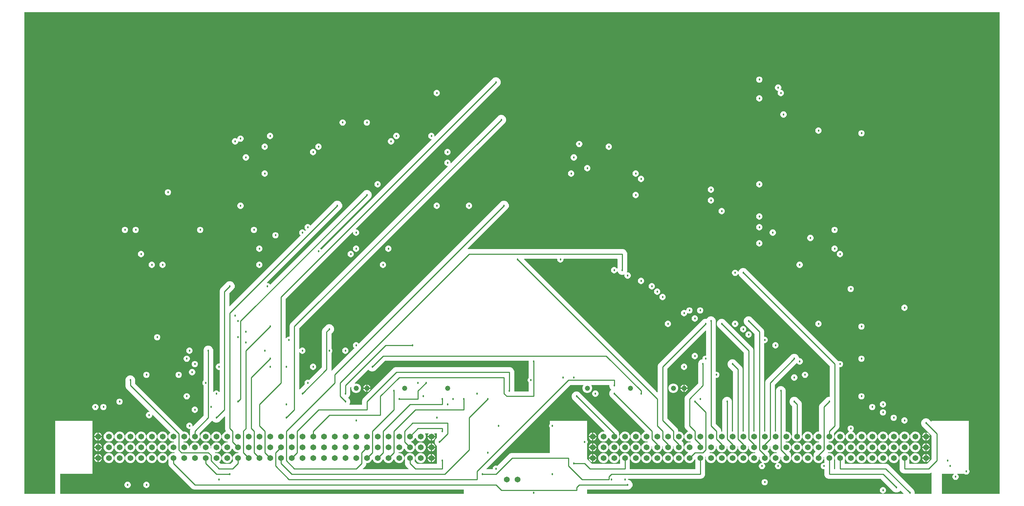
<source format=gbr>
G04 EAGLE Gerber RS-274X export*
G75*
%MOMM*%
%FSLAX34Y34*%
%LPD*%
%INCopper Layer 2*%
%IPPOS*%
%AMOC8*
5,1,8,0,0,1.08239X$1,22.5*%
G01*
%ADD10C,1.371600*%
%ADD11C,1.219200*%
%ADD12C,0.254000*%
%ADD13C,0.457200*%

G36*
X76220Y3814D02*
X76220Y3814D01*
X76239Y3812D01*
X76341Y3834D01*
X76443Y3850D01*
X76460Y3860D01*
X76480Y3864D01*
X76569Y3917D01*
X76660Y3966D01*
X76674Y3980D01*
X76691Y3990D01*
X76758Y4069D01*
X76829Y4144D01*
X76838Y4162D01*
X76851Y4177D01*
X76890Y4273D01*
X76933Y4367D01*
X76935Y4387D01*
X76943Y4405D01*
X76961Y4572D01*
X76961Y177039D01*
X164339Y177039D01*
X164339Y51561D01*
X88900Y51561D01*
X88880Y51558D01*
X88861Y51560D01*
X88759Y51538D01*
X88657Y51522D01*
X88640Y51512D01*
X88620Y51508D01*
X88531Y51455D01*
X88440Y51406D01*
X88426Y51392D01*
X88409Y51382D01*
X88342Y51303D01*
X88271Y51228D01*
X88262Y51210D01*
X88249Y51195D01*
X88210Y51099D01*
X88167Y51005D01*
X88165Y50985D01*
X88157Y50967D01*
X88139Y50800D01*
X88139Y4572D01*
X88142Y4552D01*
X88140Y4533D01*
X88162Y4431D01*
X88179Y4329D01*
X88188Y4312D01*
X88192Y4292D01*
X88245Y4203D01*
X88294Y4112D01*
X88308Y4098D01*
X88318Y4081D01*
X88397Y4014D01*
X88472Y3942D01*
X88490Y3934D01*
X88505Y3921D01*
X88601Y3882D01*
X88695Y3839D01*
X88715Y3837D01*
X88733Y3829D01*
X88900Y3811D01*
X1041400Y3811D01*
X1041420Y3814D01*
X1041439Y3812D01*
X1041541Y3834D01*
X1041643Y3850D01*
X1041660Y3860D01*
X1041680Y3864D01*
X1041769Y3917D01*
X1041860Y3966D01*
X1041874Y3980D01*
X1041891Y3990D01*
X1041958Y4069D01*
X1042030Y4144D01*
X1042038Y4162D01*
X1042051Y4177D01*
X1042090Y4273D01*
X1042133Y4367D01*
X1042135Y4387D01*
X1042143Y4405D01*
X1042161Y4572D01*
X1042161Y13208D01*
X1042158Y13228D01*
X1042160Y13247D01*
X1042138Y13349D01*
X1042122Y13451D01*
X1042112Y13468D01*
X1042108Y13488D01*
X1042055Y13577D01*
X1042006Y13668D01*
X1041992Y13682D01*
X1041982Y13699D01*
X1041903Y13766D01*
X1041828Y13838D01*
X1041810Y13846D01*
X1041795Y13859D01*
X1041699Y13898D01*
X1041605Y13941D01*
X1041585Y13943D01*
X1041567Y13951D01*
X1041400Y13969D01*
X404126Y13969D01*
X399925Y15710D01*
X345910Y69725D01*
X344169Y73926D01*
X344169Y85147D01*
X344159Y85212D01*
X344158Y85278D01*
X344135Y85358D01*
X344130Y85390D01*
X344120Y85407D01*
X344111Y85439D01*
X343661Y86525D01*
X343661Y91275D01*
X345479Y95663D01*
X348837Y99021D01*
X353225Y100839D01*
X357734Y100839D01*
X357753Y100842D01*
X357773Y100840D01*
X357874Y100862D01*
X357977Y100878D01*
X357994Y100888D01*
X358014Y100892D01*
X358103Y100945D01*
X358194Y100994D01*
X358208Y101008D01*
X358225Y101018D01*
X358292Y101097D01*
X358363Y101172D01*
X358372Y101190D01*
X358385Y101205D01*
X358423Y101301D01*
X358467Y101395D01*
X358469Y101415D01*
X358477Y101433D01*
X358495Y101600D01*
X358492Y101620D01*
X358494Y101639D01*
X358472Y101741D01*
X358455Y101843D01*
X358446Y101860D01*
X358442Y101880D01*
X358389Y101969D01*
X358340Y102060D01*
X358326Y102074D01*
X358316Y102091D01*
X358237Y102158D01*
X358162Y102230D01*
X358144Y102238D01*
X358129Y102251D01*
X358032Y102290D01*
X357939Y102333D01*
X357919Y102335D01*
X357900Y102343D01*
X357734Y102361D01*
X353225Y102361D01*
X348837Y104179D01*
X345479Y107537D01*
X343661Y111925D01*
X343661Y116675D01*
X345479Y121063D01*
X348837Y124421D01*
X353225Y126239D01*
X356108Y126239D01*
X356128Y126242D01*
X356147Y126240D01*
X356249Y126262D01*
X356351Y126278D01*
X356368Y126288D01*
X356388Y126292D01*
X356477Y126345D01*
X356568Y126394D01*
X356582Y126408D01*
X356599Y126418D01*
X356666Y126497D01*
X356738Y126572D01*
X356746Y126590D01*
X356759Y126605D01*
X356798Y126701D01*
X356841Y126795D01*
X356843Y126815D01*
X356851Y126833D01*
X356869Y127000D01*
X356866Y127020D01*
X356868Y127039D01*
X356846Y127141D01*
X356830Y127243D01*
X356820Y127260D01*
X356816Y127280D01*
X356763Y127369D01*
X356714Y127460D01*
X356700Y127474D01*
X356690Y127491D01*
X356611Y127558D01*
X356536Y127630D01*
X356518Y127638D01*
X356503Y127651D01*
X356407Y127690D01*
X356313Y127733D01*
X356293Y127735D01*
X356275Y127743D01*
X356108Y127761D01*
X353225Y127761D01*
X348837Y129579D01*
X345479Y132937D01*
X343661Y137325D01*
X343661Y142075D01*
X345479Y146463D01*
X348062Y149046D01*
X348074Y149062D01*
X348089Y149075D01*
X348145Y149162D01*
X348206Y149246D01*
X348211Y149265D01*
X348222Y149281D01*
X348248Y149382D01*
X348278Y149481D01*
X348277Y149501D01*
X348282Y149520D01*
X348274Y149623D01*
X348272Y149727D01*
X348265Y149745D01*
X348263Y149765D01*
X348223Y149860D01*
X348187Y149958D01*
X348175Y149973D01*
X348167Y149992D01*
X348062Y150123D01*
X307116Y191068D01*
X307058Y191110D01*
X307006Y191159D01*
X306959Y191181D01*
X306917Y191212D01*
X306848Y191233D01*
X306783Y191263D01*
X306731Y191269D01*
X306681Y191284D01*
X306610Y191282D01*
X306539Y191290D01*
X306488Y191279D01*
X306436Y191278D01*
X306368Y191253D01*
X306298Y191238D01*
X306254Y191211D01*
X306205Y191193D01*
X306149Y191148D01*
X306087Y191112D01*
X306053Y191072D01*
X306013Y191040D01*
X305974Y190979D01*
X305927Y190925D01*
X305908Y190877D01*
X305880Y190833D01*
X305862Y190763D01*
X305835Y190697D01*
X305827Y190625D01*
X305819Y190594D01*
X305821Y190571D01*
X305817Y190530D01*
X305817Y189035D01*
X304695Y186327D01*
X302623Y184255D01*
X299915Y183133D01*
X296985Y183133D01*
X294277Y184255D01*
X292205Y186327D01*
X291083Y189035D01*
X291083Y191965D01*
X292205Y194673D01*
X294277Y196745D01*
X296985Y197867D01*
X298480Y197867D01*
X298551Y197878D01*
X298622Y197880D01*
X298671Y197898D01*
X298723Y197906D01*
X298786Y197940D01*
X298853Y197965D01*
X298894Y197997D01*
X298940Y198022D01*
X298989Y198074D01*
X299045Y198118D01*
X299074Y198162D01*
X299109Y198200D01*
X299140Y198265D01*
X299178Y198325D01*
X299191Y198376D01*
X299213Y198423D01*
X299221Y198494D01*
X299239Y198564D01*
X299234Y198616D01*
X299240Y198667D01*
X299225Y198738D01*
X299219Y198809D01*
X299199Y198857D01*
X299188Y198908D01*
X299151Y198969D01*
X299123Y199035D01*
X299078Y199091D01*
X299062Y199119D01*
X299044Y199134D01*
X299018Y199166D01*
X247632Y250552D01*
X244310Y253875D01*
X242569Y258076D01*
X242569Y275324D01*
X244310Y279525D01*
X247525Y282740D01*
X251726Y284481D01*
X256274Y284481D01*
X260475Y282740D01*
X263690Y279525D01*
X265431Y275324D01*
X265431Y265400D01*
X265445Y265310D01*
X265453Y265219D01*
X265465Y265189D01*
X265470Y265157D01*
X265513Y265077D01*
X265549Y264993D01*
X265575Y264961D01*
X265586Y264940D01*
X265609Y264918D01*
X265654Y264862D01*
X377990Y152525D01*
X378163Y152109D01*
X378225Y152009D01*
X378284Y151909D01*
X378289Y151905D01*
X378293Y151900D01*
X378383Y151825D01*
X378471Y151749D01*
X378477Y151747D01*
X378482Y151743D01*
X378591Y151701D01*
X378700Y151657D01*
X378707Y151656D01*
X378712Y151655D01*
X378730Y151654D01*
X378866Y151639D01*
X383375Y151639D01*
X387763Y149821D01*
X391121Y146463D01*
X392939Y142075D01*
X392939Y137325D01*
X391121Y132937D01*
X387763Y129579D01*
X383375Y127761D01*
X380492Y127761D01*
X380472Y127758D01*
X380453Y127760D01*
X380351Y127738D01*
X380249Y127722D01*
X380232Y127712D01*
X380212Y127708D01*
X380123Y127655D01*
X380032Y127606D01*
X380018Y127592D01*
X380001Y127582D01*
X379934Y127503D01*
X379862Y127428D01*
X379854Y127410D01*
X379841Y127395D01*
X379802Y127299D01*
X379759Y127205D01*
X379757Y127185D01*
X379749Y127167D01*
X379731Y127000D01*
X379734Y126980D01*
X379732Y126961D01*
X379742Y126914D01*
X379754Y126859D01*
X379770Y126757D01*
X379780Y126740D01*
X379784Y126720D01*
X379837Y126631D01*
X379886Y126540D01*
X379900Y126526D01*
X379910Y126509D01*
X379989Y126442D01*
X380064Y126370D01*
X380082Y126362D01*
X380097Y126349D01*
X380193Y126310D01*
X380287Y126267D01*
X380307Y126265D01*
X380325Y126257D01*
X380492Y126239D01*
X383375Y126239D01*
X387763Y124421D01*
X391121Y121063D01*
X392939Y116675D01*
X392939Y113792D01*
X392942Y113772D01*
X392940Y113753D01*
X392962Y113651D01*
X392978Y113549D01*
X392988Y113532D01*
X392992Y113512D01*
X393045Y113423D01*
X393094Y113332D01*
X393108Y113318D01*
X393118Y113301D01*
X393197Y113234D01*
X393272Y113162D01*
X393290Y113154D01*
X393305Y113141D01*
X393401Y113102D01*
X393495Y113059D01*
X393515Y113057D01*
X393533Y113049D01*
X393700Y113031D01*
X393720Y113034D01*
X393739Y113032D01*
X393841Y113054D01*
X393943Y113070D01*
X393960Y113080D01*
X393980Y113084D01*
X394069Y113137D01*
X394160Y113186D01*
X394174Y113200D01*
X394191Y113210D01*
X394258Y113289D01*
X394330Y113364D01*
X394338Y113382D01*
X394351Y113397D01*
X394390Y113493D01*
X394433Y113587D01*
X394435Y113607D01*
X394443Y113625D01*
X394461Y113792D01*
X394461Y116675D01*
X396279Y121063D01*
X399637Y124421D01*
X404025Y126239D01*
X408775Y126239D01*
X413163Y124421D01*
X416521Y121063D01*
X418339Y116675D01*
X418339Y113792D01*
X418342Y113772D01*
X418340Y113753D01*
X418362Y113651D01*
X418378Y113549D01*
X418388Y113532D01*
X418392Y113512D01*
X418445Y113423D01*
X418494Y113332D01*
X418508Y113318D01*
X418518Y113301D01*
X418597Y113234D01*
X418672Y113162D01*
X418690Y113154D01*
X418705Y113141D01*
X418801Y113102D01*
X418895Y113059D01*
X418915Y113057D01*
X418933Y113049D01*
X419100Y113031D01*
X419120Y113034D01*
X419139Y113032D01*
X419241Y113054D01*
X419343Y113070D01*
X419360Y113080D01*
X419380Y113084D01*
X419469Y113137D01*
X419560Y113186D01*
X419574Y113200D01*
X419591Y113210D01*
X419658Y113289D01*
X419730Y113364D01*
X419738Y113382D01*
X419751Y113397D01*
X419790Y113493D01*
X419833Y113587D01*
X419835Y113607D01*
X419843Y113625D01*
X419861Y113792D01*
X419861Y116675D01*
X421679Y121063D01*
X425037Y124421D01*
X429425Y126239D01*
X434175Y126239D01*
X438563Y124421D01*
X441921Y121063D01*
X443739Y116675D01*
X443739Y112166D01*
X443742Y112147D01*
X443740Y112127D01*
X443762Y112026D01*
X443778Y111923D01*
X443788Y111906D01*
X443792Y111886D01*
X443845Y111797D01*
X443894Y111706D01*
X443908Y111692D01*
X443918Y111675D01*
X443997Y111608D01*
X444072Y111537D01*
X444090Y111528D01*
X444105Y111515D01*
X444201Y111477D01*
X444295Y111433D01*
X444315Y111431D01*
X444333Y111423D01*
X444500Y111405D01*
X444520Y111408D01*
X444539Y111406D01*
X444641Y111428D01*
X444743Y111445D01*
X444760Y111454D01*
X444780Y111458D01*
X444869Y111511D01*
X444960Y111560D01*
X444974Y111574D01*
X444991Y111584D01*
X445058Y111663D01*
X445130Y111738D01*
X445138Y111756D01*
X445151Y111771D01*
X445190Y111868D01*
X445233Y111961D01*
X445235Y111981D01*
X445243Y112000D01*
X445261Y112166D01*
X445261Y116675D01*
X447079Y121063D01*
X450437Y124421D01*
X454825Y126239D01*
X459575Y126239D01*
X463963Y124421D01*
X467321Y121063D01*
X469139Y116675D01*
X469139Y111925D01*
X467321Y107537D01*
X463963Y104179D01*
X459575Y102361D01*
X455066Y102361D01*
X455047Y102358D01*
X455027Y102360D01*
X454926Y102338D01*
X454823Y102322D01*
X454806Y102312D01*
X454786Y102308D01*
X454697Y102255D01*
X454606Y102206D01*
X454592Y102192D01*
X454575Y102182D01*
X454508Y102103D01*
X454437Y102028D01*
X454428Y102010D01*
X454415Y101995D01*
X454377Y101899D01*
X454333Y101805D01*
X454331Y101785D01*
X454323Y101767D01*
X454305Y101600D01*
X454308Y101580D01*
X454306Y101561D01*
X454311Y101536D01*
X454328Y101459D01*
X454345Y101357D01*
X454354Y101340D01*
X454358Y101320D01*
X454411Y101231D01*
X454460Y101140D01*
X454474Y101126D01*
X454484Y101109D01*
X454563Y101042D01*
X454638Y100970D01*
X454656Y100962D01*
X454671Y100949D01*
X454768Y100910D01*
X454861Y100867D01*
X454881Y100865D01*
X454900Y100857D01*
X455066Y100839D01*
X459575Y100839D01*
X463963Y99021D01*
X467321Y95663D01*
X469139Y91275D01*
X469139Y86525D01*
X467321Y82137D01*
X464738Y79554D01*
X464726Y79538D01*
X464711Y79525D01*
X464655Y79438D01*
X464594Y79354D01*
X464589Y79335D01*
X464578Y79319D01*
X464552Y79218D01*
X464522Y79119D01*
X464523Y79099D01*
X464518Y79080D01*
X464526Y78977D01*
X464528Y78873D01*
X464535Y78855D01*
X464537Y78835D01*
X464577Y78740D01*
X464613Y78642D01*
X464625Y78627D01*
X464633Y78608D01*
X464738Y78477D01*
X468062Y75154D01*
X468136Y75101D01*
X468205Y75041D01*
X468235Y75029D01*
X468262Y75010D01*
X468349Y74983D01*
X468433Y74949D01*
X468474Y74945D01*
X468497Y74938D01*
X468529Y74939D01*
X468600Y74931D01*
X490250Y74931D01*
X490340Y74945D01*
X490431Y74953D01*
X490461Y74965D01*
X490493Y74970D01*
X490573Y75013D01*
X490657Y75049D01*
X490689Y75075D01*
X490710Y75086D01*
X490732Y75109D01*
X490788Y75154D01*
X496346Y80712D01*
X496399Y80786D01*
X496459Y80855D01*
X496471Y80885D01*
X496490Y80912D01*
X496517Y80998D01*
X496551Y81083D01*
X496555Y81124D01*
X496562Y81147D01*
X496561Y81179D01*
X496569Y81250D01*
X496569Y85147D01*
X496559Y85212D01*
X496558Y85278D01*
X496535Y85358D01*
X496530Y85390D01*
X496520Y85407D01*
X496511Y85439D01*
X496061Y86525D01*
X496061Y91275D01*
X497879Y95663D01*
X501237Y99021D01*
X505625Y100839D01*
X508508Y100839D01*
X508528Y100842D01*
X508547Y100840D01*
X508649Y100862D01*
X508751Y100878D01*
X508768Y100888D01*
X508788Y100892D01*
X508877Y100945D01*
X508968Y100994D01*
X508982Y101008D01*
X508999Y101018D01*
X509066Y101097D01*
X509138Y101172D01*
X509146Y101190D01*
X509159Y101205D01*
X509198Y101301D01*
X509241Y101395D01*
X509243Y101415D01*
X509251Y101433D01*
X509269Y101600D01*
X509266Y101620D01*
X509268Y101639D01*
X509246Y101741D01*
X509230Y101843D01*
X509220Y101860D01*
X509216Y101880D01*
X509163Y101969D01*
X509114Y102060D01*
X509100Y102074D01*
X509090Y102091D01*
X509011Y102158D01*
X508936Y102230D01*
X508918Y102238D01*
X508903Y102251D01*
X508807Y102290D01*
X508713Y102333D01*
X508693Y102335D01*
X508675Y102343D01*
X508508Y102361D01*
X505625Y102361D01*
X501237Y104179D01*
X497879Y107537D01*
X497429Y108624D01*
X497394Y108680D01*
X497369Y108740D01*
X497317Y108805D01*
X497299Y108833D01*
X497284Y108845D01*
X497264Y108871D01*
X495248Y110887D01*
X495211Y110913D01*
X495180Y110947D01*
X495111Y110985D01*
X495048Y111030D01*
X495004Y111044D01*
X494964Y111066D01*
X494887Y111080D01*
X494813Y111103D01*
X494767Y111101D01*
X494722Y111110D01*
X494645Y111098D01*
X494567Y111096D01*
X494524Y111080D01*
X494479Y111074D01*
X494409Y111038D01*
X494336Y111012D01*
X494300Y110983D01*
X494259Y110962D01*
X494205Y110907D01*
X494144Y110858D01*
X494119Y110819D01*
X494087Y110787D01*
X494021Y110667D01*
X494011Y110651D01*
X494010Y110646D01*
X494006Y110640D01*
X492721Y107537D01*
X489363Y104179D01*
X484975Y102361D01*
X480225Y102361D01*
X475837Y104179D01*
X472479Y107537D01*
X470661Y111925D01*
X470661Y116675D01*
X472479Y121063D01*
X475837Y124421D01*
X480225Y126239D01*
X483108Y126239D01*
X483128Y126242D01*
X483147Y126240D01*
X483249Y126262D01*
X483351Y126278D01*
X483368Y126288D01*
X483388Y126292D01*
X483477Y126345D01*
X483568Y126394D01*
X483582Y126408D01*
X483599Y126418D01*
X483666Y126497D01*
X483738Y126572D01*
X483746Y126590D01*
X483759Y126605D01*
X483798Y126701D01*
X483841Y126795D01*
X483843Y126815D01*
X483851Y126833D01*
X483869Y127000D01*
X483866Y127020D01*
X483868Y127039D01*
X483846Y127141D01*
X483830Y127243D01*
X483820Y127260D01*
X483816Y127280D01*
X483763Y127369D01*
X483714Y127460D01*
X483700Y127474D01*
X483690Y127491D01*
X483611Y127558D01*
X483536Y127630D01*
X483518Y127638D01*
X483503Y127651D01*
X483407Y127690D01*
X483313Y127733D01*
X483293Y127735D01*
X483275Y127743D01*
X483108Y127761D01*
X480225Y127761D01*
X475837Y129579D01*
X472479Y132937D01*
X470661Y137325D01*
X470661Y142075D01*
X472479Y146463D01*
X475837Y149821D01*
X478940Y151106D01*
X478979Y151131D01*
X479022Y151146D01*
X479083Y151195D01*
X479149Y151236D01*
X479178Y151271D01*
X479214Y151300D01*
X479256Y151365D01*
X479306Y151425D01*
X479322Y151468D01*
X479347Y151507D01*
X479366Y151582D01*
X479394Y151655D01*
X479396Y151701D01*
X479407Y151746D01*
X479401Y151823D01*
X479404Y151901D01*
X479391Y151945D01*
X479388Y151991D01*
X479357Y152062D01*
X479336Y152137D01*
X479309Y152175D01*
X479291Y152217D01*
X479275Y152238D01*
X477519Y156476D01*
X477519Y186466D01*
X477508Y186537D01*
X477506Y186608D01*
X477488Y186657D01*
X477480Y186709D01*
X477446Y186772D01*
X477421Y186839D01*
X477389Y186880D01*
X477364Y186926D01*
X477312Y186975D01*
X477268Y187031D01*
X477224Y187060D01*
X477186Y187095D01*
X477121Y187126D01*
X477061Y187164D01*
X477010Y187177D01*
X476963Y187199D01*
X476892Y187207D01*
X476822Y187225D01*
X476770Y187220D01*
X476719Y187226D01*
X476648Y187211D01*
X476577Y187205D01*
X476529Y187185D01*
X476478Y187174D01*
X476417Y187137D01*
X476351Y187109D01*
X476295Y187064D01*
X476267Y187048D01*
X476252Y187030D01*
X476220Y187004D01*
X463675Y174460D01*
X459474Y172719D01*
X454926Y172719D01*
X450725Y174460D01*
X448213Y176971D01*
X448197Y176983D01*
X448185Y176998D01*
X448097Y177054D01*
X448014Y177115D01*
X447995Y177121D01*
X447978Y177131D01*
X447877Y177157D01*
X447778Y177187D01*
X447759Y177187D01*
X447739Y177191D01*
X447636Y177183D01*
X447533Y177181D01*
X447514Y177174D01*
X447494Y177172D01*
X447399Y177132D01*
X447302Y177096D01*
X447286Y177084D01*
X447268Y177076D01*
X447137Y176971D01*
X418054Y147888D01*
X418001Y147814D01*
X417941Y147745D01*
X417929Y147715D01*
X417910Y147688D01*
X417883Y147602D01*
X417849Y147517D01*
X417845Y147476D01*
X417838Y147453D01*
X417839Y147421D01*
X417831Y147350D01*
X417831Y143453D01*
X417841Y143388D01*
X417842Y143322D01*
X417865Y143242D01*
X417870Y143210D01*
X417880Y143193D01*
X417889Y143161D01*
X418339Y142075D01*
X418339Y137325D01*
X416521Y132937D01*
X413163Y129579D01*
X408775Y127761D01*
X404025Y127761D01*
X399637Y129579D01*
X396279Y132937D01*
X394461Y137325D01*
X394461Y142075D01*
X394911Y143161D01*
X394926Y143225D01*
X394951Y143286D01*
X394960Y143369D01*
X394967Y143401D01*
X394966Y143420D01*
X394969Y143453D01*
X394969Y154674D01*
X395801Y156681D01*
X395811Y156725D01*
X395830Y156767D01*
X395839Y156844D01*
X395857Y156920D01*
X395852Y156966D01*
X395858Y157011D01*
X395841Y157088D01*
X395834Y157165D01*
X395815Y157207D01*
X395805Y157252D01*
X395765Y157319D01*
X395734Y157390D01*
X395703Y157424D01*
X395679Y157463D01*
X395620Y157514D01*
X395567Y157571D01*
X395527Y157593D01*
X395492Y157623D01*
X395420Y157652D01*
X395352Y157689D01*
X395307Y157698D01*
X395264Y157715D01*
X395128Y157730D01*
X395110Y157733D01*
X395105Y157732D01*
X395097Y157733D01*
X392235Y157733D01*
X389527Y158855D01*
X387455Y160927D01*
X386333Y163635D01*
X386333Y166565D01*
X387455Y169273D01*
X389527Y171345D01*
X392235Y172467D01*
X395165Y172467D01*
X397873Y171345D01*
X399945Y169273D01*
X401067Y166565D01*
X401067Y165070D01*
X401078Y164999D01*
X401080Y164928D01*
X401098Y164879D01*
X401106Y164827D01*
X401140Y164764D01*
X401165Y164697D01*
X401197Y164656D01*
X401222Y164610D01*
X401274Y164561D01*
X401318Y164505D01*
X401362Y164476D01*
X401400Y164441D01*
X401465Y164410D01*
X401525Y164372D01*
X401576Y164359D01*
X401623Y164337D01*
X401694Y164329D01*
X401764Y164311D01*
X401816Y164316D01*
X401867Y164310D01*
X401938Y164325D01*
X402009Y164331D01*
X402057Y164351D01*
X402108Y164362D01*
X402169Y164399D01*
X402235Y164427D01*
X402291Y164472D01*
X402319Y164488D01*
X402334Y164506D01*
X402366Y164532D01*
X426496Y188662D01*
X426549Y188736D01*
X426609Y188805D01*
X426621Y188835D01*
X426640Y188862D01*
X426667Y188948D01*
X426701Y189033D01*
X426705Y189074D01*
X426712Y189097D01*
X426711Y189129D01*
X426719Y189200D01*
X426719Y261047D01*
X426705Y261137D01*
X426697Y261228D01*
X426685Y261258D01*
X426680Y261290D01*
X426637Y261371D01*
X426601Y261455D01*
X426575Y261487D01*
X426564Y261507D01*
X426541Y261530D01*
X426496Y261586D01*
X425555Y262527D01*
X424433Y265235D01*
X424433Y268165D01*
X425555Y270873D01*
X426496Y271814D01*
X426549Y271888D01*
X426609Y271958D01*
X426621Y271988D01*
X426640Y272014D01*
X426667Y272101D01*
X426701Y272186D01*
X426705Y272227D01*
X426712Y272249D01*
X426711Y272281D01*
X426719Y272353D01*
X426719Y345174D01*
X428460Y349375D01*
X431675Y352590D01*
X435876Y354331D01*
X440424Y354331D01*
X444625Y352590D01*
X447840Y349375D01*
X449581Y345174D01*
X449581Y245937D01*
X449592Y245866D01*
X449594Y245794D01*
X449612Y245745D01*
X449620Y245694D01*
X449654Y245631D01*
X449679Y245563D01*
X449711Y245523D01*
X449736Y245477D01*
X449788Y245427D01*
X449832Y245371D01*
X449876Y245343D01*
X449914Y245307D01*
X449979Y245277D01*
X450039Y245238D01*
X450090Y245225D01*
X450137Y245204D01*
X450208Y245196D01*
X450278Y245178D01*
X450330Y245182D01*
X450381Y245176D01*
X450452Y245192D01*
X450523Y245197D01*
X450571Y245218D01*
X450622Y245229D01*
X450683Y245266D01*
X450749Y245294D01*
X450805Y245338D01*
X450833Y245355D01*
X450848Y245373D01*
X450880Y245398D01*
X453027Y247545D01*
X455735Y248667D01*
X458665Y248667D01*
X461373Y247545D01*
X463520Y245398D01*
X463578Y245357D01*
X463630Y245307D01*
X463677Y245285D01*
X463719Y245255D01*
X463788Y245234D01*
X463853Y245204D01*
X463905Y245198D01*
X463955Y245182D01*
X464026Y245184D01*
X464097Y245176D01*
X464148Y245188D01*
X464200Y245189D01*
X464268Y245213D01*
X464338Y245229D01*
X464383Y245255D01*
X464431Y245273D01*
X464487Y245318D01*
X464549Y245355D01*
X464583Y245394D01*
X464623Y245427D01*
X464662Y245487D01*
X464709Y245542D01*
X464728Y245590D01*
X464756Y245634D01*
X464774Y245703D01*
X464801Y245770D01*
X464809Y245841D01*
X464817Y245872D01*
X464815Y245896D01*
X464819Y245937D01*
X464819Y296672D01*
X464816Y296692D01*
X464818Y296711D01*
X464796Y296813D01*
X464780Y296915D01*
X464770Y296932D01*
X464766Y296952D01*
X464713Y297041D01*
X464664Y297132D01*
X464650Y297146D01*
X464640Y297163D01*
X464561Y297230D01*
X464486Y297302D01*
X464468Y297310D01*
X464453Y297323D01*
X464357Y297362D01*
X464263Y297405D01*
X464243Y297407D01*
X464225Y297415D01*
X464058Y297433D01*
X462085Y297433D01*
X459377Y298555D01*
X457305Y300627D01*
X456183Y303335D01*
X456183Y306265D01*
X457305Y308973D01*
X459377Y311045D01*
X462085Y312167D01*
X464058Y312167D01*
X464078Y312170D01*
X464097Y312168D01*
X464199Y312190D01*
X464301Y312206D01*
X464318Y312216D01*
X464338Y312220D01*
X464427Y312273D01*
X464518Y312322D01*
X464532Y312336D01*
X464549Y312346D01*
X464616Y312425D01*
X464688Y312500D01*
X464696Y312518D01*
X464709Y312533D01*
X464748Y312629D01*
X464791Y312723D01*
X464793Y312743D01*
X464801Y312761D01*
X464819Y312928D01*
X464819Y484874D01*
X466560Y489075D01*
X482475Y504990D01*
X486676Y506731D01*
X491224Y506731D01*
X495425Y504990D01*
X498640Y501775D01*
X500381Y497574D01*
X500381Y493026D01*
X498640Y488825D01*
X487904Y478088D01*
X487851Y478014D01*
X487791Y477945D01*
X487779Y477915D01*
X487760Y477888D01*
X487733Y477802D01*
X487699Y477717D01*
X487695Y477676D01*
X487688Y477653D01*
X487689Y477621D01*
X487681Y477550D01*
X487681Y448534D01*
X487692Y448463D01*
X487694Y448392D01*
X487712Y448343D01*
X487720Y448291D01*
X487754Y448228D01*
X487779Y448161D01*
X487811Y448120D01*
X487836Y448074D01*
X487887Y448025D01*
X487932Y447969D01*
X487976Y447940D01*
X488014Y447905D01*
X488079Y447874D01*
X488139Y447836D01*
X488190Y447823D01*
X488237Y447801D01*
X488308Y447793D01*
X488378Y447775D01*
X488430Y447780D01*
X488481Y447774D01*
X488552Y447789D01*
X488623Y447795D01*
X488671Y447815D01*
X488722Y447826D01*
X488783Y447863D01*
X488849Y447891D01*
X488905Y447936D01*
X488933Y447952D01*
X488948Y447970D01*
X488980Y447996D01*
X656095Y615110D01*
X656107Y615127D01*
X656122Y615139D01*
X656178Y615226D01*
X656238Y615310D01*
X656244Y615329D01*
X656255Y615346D01*
X656280Y615446D01*
X656311Y615545D01*
X656310Y615565D01*
X656315Y615584D01*
X656307Y615687D01*
X656304Y615791D01*
X656298Y615810D01*
X656296Y615830D01*
X656256Y615925D01*
X656220Y616022D01*
X656208Y616038D01*
X656200Y616056D01*
X656095Y616187D01*
X654155Y618127D01*
X653033Y620835D01*
X653033Y623765D01*
X654155Y626473D01*
X656227Y628545D01*
X658935Y629667D01*
X661865Y629667D01*
X664573Y628545D01*
X666513Y626605D01*
X666529Y626593D01*
X666542Y626578D01*
X666629Y626522D01*
X666713Y626462D01*
X666732Y626456D01*
X666749Y626445D01*
X666849Y626420D01*
X666948Y626389D01*
X666968Y626390D01*
X666987Y626385D01*
X667090Y626393D01*
X667194Y626396D01*
X667213Y626402D01*
X667232Y626404D01*
X667327Y626444D01*
X667425Y626480D01*
X667440Y626493D01*
X667459Y626500D01*
X667590Y626605D01*
X668795Y627810D01*
X668807Y627827D01*
X668822Y627839D01*
X668878Y627926D01*
X668938Y628010D01*
X668944Y628029D01*
X668955Y628046D01*
X668980Y628146D01*
X669011Y628245D01*
X669010Y628265D01*
X669015Y628284D01*
X669007Y628387D01*
X669004Y628491D01*
X668998Y628510D01*
X668996Y628530D01*
X668956Y628625D01*
X668920Y628722D01*
X668908Y628738D01*
X668900Y628756D01*
X668795Y628887D01*
X666855Y630827D01*
X665733Y633535D01*
X665733Y636465D01*
X666855Y639173D01*
X668927Y641245D01*
X671635Y642367D01*
X674565Y642367D01*
X677273Y641245D01*
X679213Y639305D01*
X679229Y639293D01*
X679242Y639278D01*
X679329Y639222D01*
X679413Y639162D01*
X679432Y639156D01*
X679449Y639145D01*
X679549Y639120D01*
X679648Y639089D01*
X679668Y639090D01*
X679687Y639085D01*
X679790Y639093D01*
X679894Y639096D01*
X679913Y639102D01*
X679932Y639104D01*
X680027Y639144D01*
X680125Y639180D01*
X680140Y639193D01*
X680159Y639200D01*
X680290Y639305D01*
X736475Y695490D01*
X740676Y697231D01*
X745224Y697231D01*
X749425Y695490D01*
X752640Y692275D01*
X754381Y688074D01*
X754381Y683526D01*
X752640Y679325D01*
X577282Y503966D01*
X577240Y503908D01*
X577191Y503856D01*
X577169Y503809D01*
X577138Y503767D01*
X577117Y503698D01*
X577087Y503633D01*
X577081Y503581D01*
X577066Y503531D01*
X577068Y503460D01*
X577060Y503389D01*
X577071Y503338D01*
X577072Y503286D01*
X577097Y503218D01*
X577112Y503148D01*
X577139Y503104D01*
X577157Y503055D01*
X577202Y502999D01*
X577238Y502937D01*
X577278Y502903D01*
X577310Y502863D01*
X577371Y502824D01*
X577425Y502777D01*
X577473Y502758D01*
X577517Y502730D01*
X577587Y502712D01*
X577653Y502685D01*
X577725Y502677D01*
X577756Y502669D01*
X577779Y502671D01*
X577820Y502667D01*
X579315Y502667D01*
X582023Y501545D01*
X583963Y499605D01*
X583979Y499593D01*
X583992Y499578D01*
X584054Y499538D01*
X584104Y499495D01*
X584132Y499484D01*
X584163Y499462D01*
X584182Y499456D01*
X584199Y499445D01*
X584278Y499425D01*
X584332Y499403D01*
X584365Y499399D01*
X584398Y499389D01*
X584418Y499390D01*
X584437Y499385D01*
X584472Y499388D01*
X584499Y499384D01*
X584504Y499384D01*
X584558Y499393D01*
X584644Y499396D01*
X584663Y499402D01*
X584682Y499404D01*
X584720Y499420D01*
X584746Y499424D01*
X584800Y499453D01*
X584875Y499480D01*
X584890Y499493D01*
X584909Y499500D01*
X584945Y499529D01*
X584964Y499539D01*
X584984Y499561D01*
X585040Y499605D01*
X806325Y720890D01*
X810526Y722631D01*
X815074Y722631D01*
X819275Y720890D01*
X822490Y717675D01*
X824231Y713474D01*
X824231Y708926D01*
X822490Y704725D01*
X702805Y585040D01*
X702793Y585023D01*
X702778Y585011D01*
X702722Y584924D01*
X702662Y584840D01*
X702656Y584821D01*
X702645Y584804D01*
X702620Y584704D01*
X702589Y584605D01*
X702590Y584585D01*
X702585Y584566D01*
X702593Y584463D01*
X702596Y584359D01*
X702602Y584340D01*
X702604Y584320D01*
X702644Y584226D01*
X702680Y584128D01*
X702693Y584112D01*
X702700Y584094D01*
X702805Y583963D01*
X704613Y582155D01*
X704629Y582143D01*
X704642Y582128D01*
X704729Y582072D01*
X704813Y582012D01*
X704832Y582006D01*
X704849Y581995D01*
X704949Y581970D01*
X705048Y581939D01*
X705068Y581940D01*
X705087Y581935D01*
X705190Y581943D01*
X705294Y581946D01*
X705313Y581952D01*
X705332Y581954D01*
X705427Y581994D01*
X705525Y582030D01*
X705540Y582043D01*
X705559Y582050D01*
X705690Y582155D01*
X965768Y842234D01*
X965810Y842292D01*
X965859Y842344D01*
X965881Y842391D01*
X965912Y842433D01*
X965933Y842502D01*
X965963Y842567D01*
X965969Y842619D01*
X965984Y842669D01*
X965982Y842740D01*
X965990Y842811D01*
X965979Y842862D01*
X965978Y842914D01*
X965953Y842982D01*
X965938Y843052D01*
X965911Y843096D01*
X965893Y843145D01*
X965848Y843201D01*
X965812Y843263D01*
X965772Y843297D01*
X965740Y843337D01*
X965679Y843376D01*
X965625Y843423D01*
X965577Y843442D01*
X965533Y843470D01*
X965463Y843488D01*
X965397Y843515D01*
X965325Y843523D01*
X965294Y843531D01*
X965271Y843529D01*
X965230Y843533D01*
X963735Y843533D01*
X961027Y844655D01*
X958955Y846727D01*
X957833Y849435D01*
X957833Y852365D01*
X958955Y855073D01*
X961027Y857145D01*
X963735Y858267D01*
X966665Y858267D01*
X969373Y857145D01*
X971445Y855073D01*
X972567Y852365D01*
X972567Y850870D01*
X972578Y850799D01*
X972580Y850728D01*
X972598Y850679D01*
X972606Y850627D01*
X972640Y850564D01*
X972665Y850497D01*
X972697Y850456D01*
X972722Y850410D01*
X972774Y850361D01*
X972818Y850305D01*
X972862Y850276D01*
X972900Y850241D01*
X972965Y850210D01*
X973025Y850172D01*
X973076Y850159D01*
X973123Y850137D01*
X973194Y850129D01*
X973264Y850111D01*
X973316Y850116D01*
X973367Y850110D01*
X973438Y850125D01*
X973509Y850131D01*
X973557Y850151D01*
X973608Y850162D01*
X973669Y850199D01*
X973735Y850227D01*
X973791Y850272D01*
X973819Y850288D01*
X973834Y850306D01*
X973866Y850332D01*
X1111125Y987590D01*
X1115326Y989331D01*
X1119874Y989331D01*
X1124075Y987590D01*
X1127290Y984375D01*
X1129031Y980174D01*
X1129031Y975626D01*
X1127290Y971425D01*
X786832Y630966D01*
X786790Y630908D01*
X786741Y630856D01*
X786719Y630809D01*
X786688Y630767D01*
X786667Y630698D01*
X786637Y630633D01*
X786631Y630581D01*
X786616Y630531D01*
X786618Y630460D01*
X786610Y630389D01*
X786621Y630338D01*
X786622Y630286D01*
X786647Y630218D01*
X786662Y630148D01*
X786689Y630104D01*
X786707Y630055D01*
X786752Y629999D01*
X786788Y629937D01*
X786828Y629903D01*
X786860Y629863D01*
X786921Y629824D01*
X786975Y629777D01*
X787023Y629758D01*
X787067Y629730D01*
X787137Y629712D01*
X787203Y629685D01*
X787275Y629677D01*
X787306Y629669D01*
X787329Y629671D01*
X787370Y629667D01*
X788865Y629667D01*
X791573Y628545D01*
X793645Y626473D01*
X794767Y623765D01*
X794767Y620835D01*
X793645Y618127D01*
X791573Y616055D01*
X788865Y614933D01*
X785935Y614933D01*
X783227Y616055D01*
X781155Y618127D01*
X780033Y620835D01*
X780033Y622330D01*
X780022Y622401D01*
X780020Y622472D01*
X780002Y622521D01*
X779994Y622573D01*
X779960Y622636D01*
X779935Y622703D01*
X779903Y622744D01*
X779878Y622790D01*
X779826Y622839D01*
X779782Y622895D01*
X779738Y622924D01*
X779700Y622959D01*
X779635Y622990D01*
X779575Y623028D01*
X779524Y623041D01*
X779477Y623063D01*
X779406Y623071D01*
X779336Y623089D01*
X779284Y623084D01*
X779233Y623090D01*
X779162Y623075D01*
X779091Y623069D01*
X779043Y623049D01*
X778992Y623038D01*
X778931Y623001D01*
X778865Y622973D01*
X778809Y622928D01*
X778781Y622912D01*
X778766Y622894D01*
X778734Y622868D01*
X621254Y465388D01*
X621201Y465314D01*
X621141Y465245D01*
X621129Y465215D01*
X621110Y465188D01*
X621083Y465102D01*
X621049Y465017D01*
X621045Y464976D01*
X621038Y464953D01*
X621039Y464921D01*
X621031Y464850D01*
X621031Y372937D01*
X621042Y372866D01*
X621044Y372794D01*
X621062Y372745D01*
X621070Y372694D01*
X621104Y372631D01*
X621129Y372563D01*
X621161Y372523D01*
X621186Y372477D01*
X621238Y372427D01*
X621282Y372371D01*
X621326Y372343D01*
X621364Y372307D01*
X621429Y372277D01*
X621489Y372238D01*
X621540Y372225D01*
X621587Y372204D01*
X621658Y372196D01*
X621728Y372178D01*
X621780Y372182D01*
X621831Y372176D01*
X621902Y372192D01*
X621973Y372197D01*
X622021Y372218D01*
X622072Y372229D01*
X622133Y372266D01*
X622199Y372294D01*
X622255Y372338D01*
X622283Y372355D01*
X622298Y372373D01*
X622330Y372398D01*
X624477Y374545D01*
X627185Y375667D01*
X629158Y375667D01*
X629178Y375670D01*
X629197Y375668D01*
X629299Y375690D01*
X629401Y375706D01*
X629418Y375716D01*
X629438Y375720D01*
X629527Y375773D01*
X629618Y375822D01*
X629632Y375836D01*
X629649Y375846D01*
X629716Y375925D01*
X629788Y376000D01*
X629796Y376018D01*
X629809Y376033D01*
X629848Y376129D01*
X629891Y376223D01*
X629893Y376243D01*
X629901Y376261D01*
X629919Y376428D01*
X629919Y402324D01*
X631660Y406525D01*
X1003868Y778734D01*
X1003910Y778792D01*
X1003959Y778844D01*
X1003981Y778891D01*
X1004012Y778933D01*
X1004033Y779002D01*
X1004063Y779067D01*
X1004069Y779119D01*
X1004084Y779169D01*
X1004082Y779240D01*
X1004090Y779311D01*
X1004079Y779362D01*
X1004078Y779414D01*
X1004053Y779482D01*
X1004038Y779552D01*
X1004011Y779596D01*
X1003993Y779645D01*
X1003948Y779701D01*
X1003912Y779763D01*
X1003872Y779797D01*
X1003840Y779837D01*
X1003779Y779876D01*
X1003725Y779923D01*
X1003677Y779942D01*
X1003633Y779970D01*
X1003563Y779988D01*
X1003497Y780015D01*
X1003425Y780023D01*
X1003394Y780031D01*
X1003371Y780029D01*
X1003330Y780033D01*
X1001835Y780033D01*
X999127Y781155D01*
X997055Y783227D01*
X995933Y785935D01*
X995933Y788865D01*
X997055Y791573D01*
X999127Y793645D01*
X1001835Y794767D01*
X1004765Y794767D01*
X1007473Y793645D01*
X1009545Y791573D01*
X1010667Y788865D01*
X1010667Y787370D01*
X1010678Y787299D01*
X1010680Y787228D01*
X1010698Y787179D01*
X1010706Y787127D01*
X1010740Y787064D01*
X1010765Y786997D01*
X1010797Y786956D01*
X1010822Y786910D01*
X1010874Y786861D01*
X1010918Y786805D01*
X1010962Y786776D01*
X1011000Y786741D01*
X1011065Y786710D01*
X1011125Y786672D01*
X1011176Y786659D01*
X1011223Y786637D01*
X1011294Y786629D01*
X1011364Y786611D01*
X1011416Y786616D01*
X1011467Y786610D01*
X1011538Y786625D01*
X1011609Y786631D01*
X1011657Y786651D01*
X1011708Y786662D01*
X1011769Y786699D01*
X1011835Y786727D01*
X1011891Y786772D01*
X1011919Y786788D01*
X1011934Y786806D01*
X1011966Y786832D01*
X1123825Y898690D01*
X1128026Y900431D01*
X1132574Y900431D01*
X1136775Y898690D01*
X1139990Y895475D01*
X1141731Y891274D01*
X1141731Y886726D01*
X1139990Y882525D01*
X653004Y395538D01*
X652951Y395464D01*
X652891Y395395D01*
X652879Y395365D01*
X652860Y395338D01*
X652833Y395252D01*
X652799Y395167D01*
X652795Y395126D01*
X652788Y395103D01*
X652789Y395071D01*
X652781Y395000D01*
X652781Y347537D01*
X652792Y347466D01*
X652794Y347394D01*
X652812Y347345D01*
X652820Y347294D01*
X652854Y347231D01*
X652879Y347163D01*
X652911Y347123D01*
X652936Y347077D01*
X652988Y347027D01*
X653032Y346971D01*
X653076Y346943D01*
X653114Y346907D01*
X653179Y346877D01*
X653239Y346838D01*
X653290Y346825D01*
X653337Y346804D01*
X653408Y346796D01*
X653478Y346778D01*
X653530Y346782D01*
X653581Y346776D01*
X653652Y346792D01*
X653723Y346797D01*
X653771Y346818D01*
X653822Y346829D01*
X653883Y346866D01*
X653949Y346894D01*
X654005Y346938D01*
X654033Y346955D01*
X654048Y346973D01*
X654080Y346998D01*
X656227Y349145D01*
X658935Y350267D01*
X661865Y350267D01*
X664573Y349145D01*
X666645Y347073D01*
X667767Y344365D01*
X667767Y341435D01*
X666645Y338727D01*
X664573Y336655D01*
X661865Y335533D01*
X658935Y335533D01*
X656227Y336655D01*
X654080Y338802D01*
X654022Y338843D01*
X653970Y338893D01*
X653923Y338915D01*
X653881Y338945D01*
X653812Y338966D01*
X653747Y338996D01*
X653695Y339002D01*
X653645Y339018D01*
X653574Y339016D01*
X653503Y339024D01*
X653452Y339012D01*
X653400Y339011D01*
X653332Y338987D01*
X653262Y338971D01*
X653217Y338945D01*
X653169Y338927D01*
X653113Y338882D01*
X653051Y338845D01*
X653017Y338806D01*
X652977Y338773D01*
X652938Y338713D01*
X652891Y338658D01*
X652872Y338610D01*
X652844Y338566D01*
X652826Y338497D01*
X652799Y338430D01*
X652791Y338359D01*
X652783Y338328D01*
X652785Y338304D01*
X652781Y338263D01*
X652781Y251684D01*
X652792Y251613D01*
X652794Y251542D01*
X652812Y251493D01*
X652820Y251441D01*
X652854Y251378D01*
X652879Y251311D01*
X652911Y251270D01*
X652936Y251224D01*
X652987Y251175D01*
X653032Y251119D01*
X653076Y251090D01*
X653114Y251055D01*
X653179Y251024D01*
X653239Y250986D01*
X653290Y250973D01*
X653337Y250951D01*
X653408Y250943D01*
X653478Y250925D01*
X653530Y250930D01*
X653581Y250924D01*
X653652Y250939D01*
X653723Y250945D01*
X653771Y250965D01*
X653822Y250976D01*
X653883Y251013D01*
X653949Y251041D01*
X654005Y251086D01*
X654033Y251102D01*
X654048Y251120D01*
X654080Y251146D01*
X666087Y263153D01*
X666155Y263247D01*
X666225Y263341D01*
X666227Y263347D01*
X666231Y263352D01*
X666265Y263464D01*
X666301Y263575D01*
X666301Y263581D01*
X666303Y263587D01*
X666300Y263704D01*
X666299Y263821D01*
X666297Y263828D01*
X666297Y263833D01*
X666290Y263851D01*
X666252Y263982D01*
X665733Y265235D01*
X665733Y268165D01*
X666855Y270873D01*
X668927Y272945D01*
X671635Y274067D01*
X674565Y274067D01*
X675818Y273548D01*
X675932Y273521D01*
X676045Y273493D01*
X676051Y273493D01*
X676057Y273492D01*
X676174Y273503D01*
X676290Y273512D01*
X676296Y273514D01*
X676302Y273515D01*
X676409Y273563D01*
X676516Y273608D01*
X676522Y273613D01*
X676527Y273615D01*
X676541Y273628D01*
X676647Y273713D01*
X705896Y302962D01*
X705949Y303036D01*
X706009Y303105D01*
X706021Y303135D01*
X706040Y303162D01*
X706067Y303248D01*
X706101Y303333D01*
X706105Y303374D01*
X706112Y303397D01*
X706111Y303429D01*
X706119Y303500D01*
X706119Y389624D01*
X707860Y393825D01*
X717425Y403390D01*
X721626Y405131D01*
X726174Y405131D01*
X730375Y403390D01*
X733590Y400175D01*
X735331Y395974D01*
X735331Y391426D01*
X733590Y387225D01*
X729204Y382838D01*
X729151Y382764D01*
X729091Y382695D01*
X729079Y382665D01*
X729060Y382638D01*
X729033Y382552D01*
X728999Y382467D01*
X728995Y382426D01*
X728988Y382403D01*
X728989Y382371D01*
X728981Y382300D01*
X728981Y348553D01*
X728995Y348463D01*
X729003Y348372D01*
X729015Y348342D01*
X729020Y348310D01*
X729063Y348229D01*
X729099Y348145D01*
X729125Y348113D01*
X729136Y348093D01*
X729159Y348070D01*
X729204Y348014D01*
X730145Y347073D01*
X731267Y344365D01*
X731267Y341435D01*
X730145Y338727D01*
X729204Y337786D01*
X729151Y337712D01*
X729091Y337642D01*
X729079Y337612D01*
X729060Y337586D01*
X729033Y337499D01*
X729025Y337478D01*
X729009Y337443D01*
X729008Y337436D01*
X728999Y337414D01*
X728995Y337373D01*
X728988Y337351D01*
X728989Y337319D01*
X728981Y337247D01*
X728981Y296134D01*
X728992Y296063D01*
X728994Y295992D01*
X729012Y295943D01*
X729020Y295891D01*
X729054Y295828D01*
X729079Y295761D01*
X729111Y295720D01*
X729136Y295674D01*
X729187Y295625D01*
X729232Y295569D01*
X729276Y295540D01*
X729314Y295505D01*
X729379Y295474D01*
X729439Y295436D01*
X729490Y295423D01*
X729537Y295401D01*
X729608Y295393D01*
X729678Y295375D01*
X729730Y295380D01*
X729781Y295374D01*
X729852Y295389D01*
X729923Y295395D01*
X729971Y295415D01*
X730022Y295426D01*
X730083Y295463D01*
X730149Y295491D01*
X730205Y295536D01*
X730233Y295552D01*
X730248Y295570D01*
X730280Y295596D01*
X783095Y348410D01*
X783107Y348427D01*
X783122Y348439D01*
X783178Y348526D01*
X783238Y348610D01*
X783244Y348629D01*
X783255Y348646D01*
X783280Y348746D01*
X783311Y348845D01*
X783310Y348865D01*
X783315Y348884D01*
X783307Y348987D01*
X783304Y349091D01*
X783298Y349110D01*
X783296Y349130D01*
X783256Y349225D01*
X783220Y349322D01*
X783208Y349338D01*
X783200Y349356D01*
X783095Y349487D01*
X781155Y351427D01*
X780033Y354135D01*
X780033Y357065D01*
X781155Y359773D01*
X783227Y361845D01*
X785935Y362967D01*
X788865Y362967D01*
X791573Y361845D01*
X793513Y359905D01*
X793529Y359893D01*
X793542Y359878D01*
X793629Y359822D01*
X793713Y359762D01*
X793732Y359756D01*
X793749Y359745D01*
X793849Y359720D01*
X793948Y359689D01*
X793968Y359690D01*
X793987Y359685D01*
X794090Y359693D01*
X794194Y359696D01*
X794213Y359702D01*
X794232Y359704D01*
X794327Y359744D01*
X794425Y359780D01*
X794440Y359793D01*
X794459Y359800D01*
X794590Y359905D01*
X1130175Y695490D01*
X1134376Y697231D01*
X1138924Y697231D01*
X1143125Y695490D01*
X1146340Y692275D01*
X1148081Y688074D01*
X1148081Y683526D01*
X1146340Y679325D01*
X1051246Y584230D01*
X1051204Y584172D01*
X1051155Y584120D01*
X1051133Y584073D01*
X1051102Y584031D01*
X1051081Y583962D01*
X1051051Y583897D01*
X1051045Y583845D01*
X1051030Y583795D01*
X1051032Y583724D01*
X1051024Y583653D01*
X1051035Y583602D01*
X1051036Y583550D01*
X1051061Y583482D01*
X1051076Y583412D01*
X1051103Y583368D01*
X1051121Y583319D01*
X1051166Y583263D01*
X1051202Y583201D01*
X1051242Y583167D01*
X1051274Y583127D01*
X1051335Y583088D01*
X1051389Y583041D01*
X1051437Y583022D01*
X1051481Y582994D01*
X1051551Y582976D01*
X1051617Y582949D01*
X1051689Y582941D01*
X1051720Y582933D01*
X1051743Y582935D01*
X1051784Y582931D01*
X1418324Y582931D01*
X1422525Y581190D01*
X1425740Y577975D01*
X1427481Y573774D01*
X1427481Y531126D01*
X1426649Y529119D01*
X1426639Y529075D01*
X1426620Y529033D01*
X1426611Y528956D01*
X1426593Y528880D01*
X1426598Y528834D01*
X1426592Y528789D01*
X1426609Y528712D01*
X1426616Y528635D01*
X1426635Y528593D01*
X1426645Y528548D01*
X1426685Y528481D01*
X1426716Y528410D01*
X1426747Y528376D01*
X1426771Y528337D01*
X1426830Y528286D01*
X1426883Y528229D01*
X1426923Y528207D01*
X1426958Y528177D01*
X1427030Y528148D01*
X1427098Y528111D01*
X1427143Y528102D01*
X1427186Y528085D01*
X1427322Y528070D01*
X1427340Y528067D01*
X1427345Y528068D01*
X1427353Y528067D01*
X1430215Y528067D01*
X1432923Y526945D01*
X1434995Y524873D01*
X1436117Y522165D01*
X1436117Y519235D01*
X1434995Y516527D01*
X1432923Y514455D01*
X1430215Y513333D01*
X1427285Y513333D01*
X1424577Y514455D01*
X1422505Y516527D01*
X1421383Y519235D01*
X1421383Y522097D01*
X1421376Y522143D01*
X1421378Y522188D01*
X1421356Y522263D01*
X1421344Y522340D01*
X1421322Y522381D01*
X1421309Y522425D01*
X1421265Y522489D01*
X1421228Y522557D01*
X1421195Y522589D01*
X1421169Y522627D01*
X1421106Y522673D01*
X1421050Y522727D01*
X1421008Y522746D01*
X1420972Y522774D01*
X1420898Y522798D01*
X1420827Y522830D01*
X1420781Y522835D01*
X1420738Y522850D01*
X1420660Y522849D01*
X1420583Y522858D01*
X1420538Y522848D01*
X1420492Y522847D01*
X1420360Y522809D01*
X1420342Y522805D01*
X1420338Y522803D01*
X1420331Y522801D01*
X1418324Y521969D01*
X1413776Y521969D01*
X1409575Y523710D01*
X1406360Y526925D01*
X1405029Y530137D01*
X1404991Y530198D01*
X1404962Y530264D01*
X1404927Y530302D01*
X1404899Y530346D01*
X1404844Y530392D01*
X1404796Y530445D01*
X1404750Y530470D01*
X1404710Y530503D01*
X1404643Y530529D01*
X1404580Y530564D01*
X1404529Y530573D01*
X1404480Y530591D01*
X1404409Y530595D01*
X1404338Y530607D01*
X1404286Y530600D01*
X1404234Y530602D01*
X1404166Y530582D01*
X1404095Y530571D01*
X1404048Y530548D01*
X1403998Y530533D01*
X1403939Y530492D01*
X1403875Y530460D01*
X1403839Y530423D01*
X1403796Y530393D01*
X1403753Y530335D01*
X1403703Y530284D01*
X1403669Y530222D01*
X1403649Y530196D01*
X1403642Y530173D01*
X1403622Y530137D01*
X1403245Y529227D01*
X1401173Y527155D01*
X1398465Y526033D01*
X1395535Y526033D01*
X1392827Y527155D01*
X1390755Y529227D01*
X1389633Y531935D01*
X1389633Y534865D01*
X1390755Y537573D01*
X1392827Y539645D01*
X1395535Y540767D01*
X1398465Y540767D01*
X1401173Y539645D01*
X1403320Y537498D01*
X1403378Y537457D01*
X1403430Y537407D01*
X1403477Y537385D01*
X1403519Y537355D01*
X1403588Y537334D01*
X1403653Y537304D01*
X1403705Y537298D01*
X1403755Y537282D01*
X1403826Y537284D01*
X1403897Y537276D01*
X1403948Y537288D01*
X1404000Y537289D01*
X1404068Y537313D01*
X1404138Y537329D01*
X1404183Y537355D01*
X1404231Y537373D01*
X1404287Y537418D01*
X1404349Y537455D01*
X1404383Y537494D01*
X1404423Y537527D01*
X1404462Y537587D01*
X1404509Y537642D01*
X1404528Y537690D01*
X1404556Y537734D01*
X1404574Y537803D01*
X1404601Y537870D01*
X1404609Y537941D01*
X1404617Y537972D01*
X1404615Y537996D01*
X1404619Y538037D01*
X1404619Y559308D01*
X1404616Y559328D01*
X1404618Y559347D01*
X1404596Y559449D01*
X1404580Y559551D01*
X1404570Y559568D01*
X1404566Y559588D01*
X1404513Y559677D01*
X1404464Y559768D01*
X1404450Y559782D01*
X1404440Y559799D01*
X1404361Y559866D01*
X1404286Y559938D01*
X1404268Y559946D01*
X1404253Y559959D01*
X1404157Y559998D01*
X1404063Y560041D01*
X1404043Y560043D01*
X1404025Y560051D01*
X1403858Y560069D01*
X1278128Y560069D01*
X1278108Y560066D01*
X1278089Y560068D01*
X1277987Y560046D01*
X1277885Y560030D01*
X1277868Y560020D01*
X1277848Y560016D01*
X1277759Y559963D01*
X1277668Y559914D01*
X1277654Y559900D01*
X1277637Y559890D01*
X1277570Y559811D01*
X1277498Y559736D01*
X1277490Y559718D01*
X1277477Y559703D01*
X1277438Y559607D01*
X1277395Y559513D01*
X1277393Y559493D01*
X1277385Y559475D01*
X1277367Y559308D01*
X1277367Y557335D01*
X1276245Y554627D01*
X1274173Y552555D01*
X1271465Y551433D01*
X1268535Y551433D01*
X1265827Y552555D01*
X1263755Y554627D01*
X1262633Y557335D01*
X1262633Y559308D01*
X1262630Y559328D01*
X1262632Y559347D01*
X1262610Y559449D01*
X1262594Y559551D01*
X1262584Y559568D01*
X1262580Y559588D01*
X1262527Y559677D01*
X1262478Y559768D01*
X1262464Y559782D01*
X1262454Y559799D01*
X1262375Y559866D01*
X1262300Y559938D01*
X1262282Y559946D01*
X1262267Y559959D01*
X1262171Y559998D01*
X1262077Y560041D01*
X1262057Y560043D01*
X1262039Y560051D01*
X1261872Y560069D01*
X1185134Y560069D01*
X1185063Y560058D01*
X1184992Y560056D01*
X1184943Y560038D01*
X1184891Y560030D01*
X1184828Y559996D01*
X1184761Y559971D01*
X1184720Y559939D01*
X1184674Y559914D01*
X1184625Y559863D01*
X1184569Y559818D01*
X1184540Y559774D01*
X1184505Y559736D01*
X1184474Y559671D01*
X1184436Y559611D01*
X1184423Y559560D01*
X1184401Y559513D01*
X1184393Y559442D01*
X1184375Y559372D01*
X1184380Y559320D01*
X1184374Y559269D01*
X1184389Y559198D01*
X1184395Y559127D01*
X1184415Y559079D01*
X1184426Y559028D01*
X1184463Y558967D01*
X1184491Y558901D01*
X1184536Y558845D01*
X1184552Y558817D01*
X1184570Y558802D01*
X1184596Y558770D01*
X1498570Y244796D01*
X1498628Y244754D01*
X1498680Y244705D01*
X1498727Y244683D01*
X1498769Y244652D01*
X1498838Y244631D01*
X1498903Y244601D01*
X1498955Y244595D01*
X1499005Y244580D01*
X1499076Y244582D01*
X1499147Y244574D01*
X1499198Y244585D01*
X1499250Y244586D01*
X1499318Y244611D01*
X1499388Y244626D01*
X1499432Y244653D01*
X1499481Y244671D01*
X1499537Y244716D01*
X1499599Y244752D01*
X1499633Y244792D01*
X1499673Y244824D01*
X1499712Y244885D01*
X1499759Y244939D01*
X1499778Y244987D01*
X1499806Y245031D01*
X1499824Y245101D01*
X1499851Y245167D01*
X1499859Y245239D01*
X1499867Y245270D01*
X1499865Y245293D01*
X1499869Y245334D01*
X1499869Y307074D01*
X1501610Y311275D01*
X1606425Y416090D01*
X1610626Y417831D01*
X1614823Y417831D01*
X1614938Y417850D01*
X1615054Y417867D01*
X1615060Y417869D01*
X1615066Y417870D01*
X1615169Y417925D01*
X1615274Y417978D01*
X1615278Y417983D01*
X1615283Y417986D01*
X1615363Y418070D01*
X1615446Y418154D01*
X1615449Y418160D01*
X1615453Y418164D01*
X1615461Y418181D01*
X1615527Y418301D01*
X1615910Y419225D01*
X1619125Y422440D01*
X1623326Y424181D01*
X1627874Y424181D01*
X1632075Y422440D01*
X1635290Y419225D01*
X1637031Y415024D01*
X1637031Y293878D01*
X1637034Y293858D01*
X1637032Y293839D01*
X1637054Y293737D01*
X1637070Y293635D01*
X1637080Y293618D01*
X1637084Y293598D01*
X1637137Y293509D01*
X1637186Y293418D01*
X1637200Y293404D01*
X1637210Y293387D01*
X1637289Y293320D01*
X1637364Y293248D01*
X1637382Y293240D01*
X1637397Y293227D01*
X1637493Y293188D01*
X1637587Y293145D01*
X1637607Y293143D01*
X1637625Y293135D01*
X1637792Y293117D01*
X1639765Y293117D01*
X1642473Y291995D01*
X1644545Y289923D01*
X1645667Y287215D01*
X1645667Y284285D01*
X1644545Y281577D01*
X1642473Y279505D01*
X1639765Y278383D01*
X1637792Y278383D01*
X1637772Y278380D01*
X1637753Y278382D01*
X1637651Y278360D01*
X1637549Y278344D01*
X1637532Y278334D01*
X1637512Y278330D01*
X1637423Y278277D01*
X1637332Y278228D01*
X1637318Y278214D01*
X1637301Y278204D01*
X1637234Y278125D01*
X1637162Y278050D01*
X1637154Y278032D01*
X1637141Y278017D01*
X1637102Y277921D01*
X1637059Y277827D01*
X1637057Y277807D01*
X1637049Y277789D01*
X1637031Y277622D01*
X1637031Y170150D01*
X1637045Y170060D01*
X1637053Y169969D01*
X1637065Y169939D01*
X1637070Y169907D01*
X1637113Y169827D01*
X1637149Y169743D01*
X1637175Y169711D01*
X1637186Y169690D01*
X1637209Y169668D01*
X1637254Y169612D01*
X1647990Y158875D01*
X1649731Y154674D01*
X1649731Y152400D01*
X1649734Y152380D01*
X1649732Y152361D01*
X1649754Y152259D01*
X1649770Y152157D01*
X1649780Y152140D01*
X1649784Y152120D01*
X1649837Y152031D01*
X1649886Y151940D01*
X1649900Y151926D01*
X1649910Y151909D01*
X1649989Y151842D01*
X1650064Y151770D01*
X1650082Y151762D01*
X1650097Y151749D01*
X1650193Y151710D01*
X1650287Y151667D01*
X1650307Y151665D01*
X1650325Y151657D01*
X1650492Y151639D01*
X1651508Y151639D01*
X1651528Y151642D01*
X1651547Y151640D01*
X1651649Y151662D01*
X1651751Y151678D01*
X1651768Y151688D01*
X1651788Y151692D01*
X1651877Y151745D01*
X1651968Y151794D01*
X1651982Y151808D01*
X1651999Y151818D01*
X1652066Y151897D01*
X1652138Y151972D01*
X1652146Y151990D01*
X1652159Y152005D01*
X1652198Y152101D01*
X1652241Y152195D01*
X1652243Y152215D01*
X1652251Y152233D01*
X1652269Y152400D01*
X1652269Y224524D01*
X1654010Y228725D01*
X1657225Y231940D01*
X1661426Y233681D01*
X1665974Y233681D01*
X1670175Y231940D01*
X1673390Y228725D01*
X1675131Y224524D01*
X1675131Y152400D01*
X1675134Y152380D01*
X1675132Y152361D01*
X1675154Y152259D01*
X1675170Y152157D01*
X1675180Y152140D01*
X1675184Y152120D01*
X1675237Y152031D01*
X1675286Y151940D01*
X1675300Y151926D01*
X1675310Y151909D01*
X1675389Y151842D01*
X1675464Y151770D01*
X1675482Y151762D01*
X1675497Y151749D01*
X1675593Y151710D01*
X1675687Y151667D01*
X1675707Y151665D01*
X1675725Y151657D01*
X1675892Y151639D01*
X1676908Y151639D01*
X1676928Y151642D01*
X1676947Y151640D01*
X1677049Y151662D01*
X1677151Y151678D01*
X1677168Y151688D01*
X1677188Y151692D01*
X1677277Y151745D01*
X1677368Y151794D01*
X1677382Y151808D01*
X1677399Y151818D01*
X1677466Y151897D01*
X1677538Y151972D01*
X1677546Y151990D01*
X1677559Y152005D01*
X1677598Y152101D01*
X1677641Y152195D01*
X1677643Y152215D01*
X1677651Y152233D01*
X1677669Y152400D01*
X1677669Y293400D01*
X1677655Y293490D01*
X1677647Y293581D01*
X1677635Y293611D01*
X1677630Y293643D01*
X1677587Y293723D01*
X1677551Y293807D01*
X1677525Y293839D01*
X1677514Y293860D01*
X1677491Y293882D01*
X1677446Y293938D01*
X1666710Y304675D01*
X1664969Y308876D01*
X1664969Y313424D01*
X1666710Y317625D01*
X1669925Y320840D01*
X1674126Y322581D01*
X1678674Y322581D01*
X1682875Y320840D01*
X1698790Y304925D01*
X1700531Y300724D01*
X1700531Y152400D01*
X1700534Y152380D01*
X1700532Y152361D01*
X1700554Y152259D01*
X1700570Y152157D01*
X1700580Y152140D01*
X1700584Y152120D01*
X1700637Y152031D01*
X1700686Y151940D01*
X1700700Y151926D01*
X1700710Y151909D01*
X1700789Y151842D01*
X1700864Y151770D01*
X1700882Y151762D01*
X1700897Y151749D01*
X1700993Y151710D01*
X1701087Y151667D01*
X1701107Y151665D01*
X1701125Y151657D01*
X1701292Y151639D01*
X1702308Y151639D01*
X1702328Y151642D01*
X1702347Y151640D01*
X1702449Y151662D01*
X1702551Y151678D01*
X1702568Y151688D01*
X1702588Y151692D01*
X1702677Y151745D01*
X1702768Y151794D01*
X1702782Y151808D01*
X1702799Y151818D01*
X1702866Y151897D01*
X1702938Y151972D01*
X1702946Y151990D01*
X1702959Y152005D01*
X1702998Y152101D01*
X1703041Y152195D01*
X1703043Y152215D01*
X1703051Y152233D01*
X1703069Y152400D01*
X1703069Y337850D01*
X1703055Y337940D01*
X1703047Y338031D01*
X1703035Y338061D01*
X1703030Y338093D01*
X1702987Y338173D01*
X1702951Y338257D01*
X1702925Y338289D01*
X1702914Y338310D01*
X1702891Y338332D01*
X1702846Y338388D01*
X1641310Y399925D01*
X1639569Y404126D01*
X1639569Y408674D01*
X1641310Y412875D01*
X1644525Y416090D01*
X1648726Y417831D01*
X1653274Y417831D01*
X1657475Y416090D01*
X1724190Y349375D01*
X1725931Y345174D01*
X1725931Y152400D01*
X1725934Y152380D01*
X1725932Y152361D01*
X1725954Y152259D01*
X1725970Y152157D01*
X1725980Y152140D01*
X1725984Y152120D01*
X1726037Y152031D01*
X1726086Y151940D01*
X1726100Y151926D01*
X1726110Y151909D01*
X1726189Y151842D01*
X1726264Y151770D01*
X1726282Y151762D01*
X1726297Y151749D01*
X1726393Y151710D01*
X1726487Y151667D01*
X1726507Y151665D01*
X1726525Y151657D01*
X1726692Y151639D01*
X1727708Y151639D01*
X1727728Y151642D01*
X1727747Y151640D01*
X1727849Y151662D01*
X1727951Y151678D01*
X1727968Y151688D01*
X1727988Y151692D01*
X1728077Y151745D01*
X1728168Y151794D01*
X1728182Y151808D01*
X1728199Y151818D01*
X1728266Y151897D01*
X1728338Y151972D01*
X1728346Y151990D01*
X1728359Y152005D01*
X1728398Y152101D01*
X1728441Y152195D01*
X1728443Y152215D01*
X1728451Y152233D01*
X1728469Y152400D01*
X1728469Y382300D01*
X1728455Y382390D01*
X1728447Y382481D01*
X1728435Y382511D01*
X1728430Y382543D01*
X1728387Y382623D01*
X1728351Y382707D01*
X1728325Y382739D01*
X1728314Y382760D01*
X1728291Y382782D01*
X1728246Y382838D01*
X1704810Y406275D01*
X1703069Y410476D01*
X1703069Y415024D01*
X1704810Y419225D01*
X1708025Y422440D01*
X1712226Y424181D01*
X1716774Y424181D01*
X1720975Y422440D01*
X1749590Y393825D01*
X1751331Y389624D01*
X1751331Y376428D01*
X1751334Y376408D01*
X1751332Y376389D01*
X1751354Y376287D01*
X1751370Y376185D01*
X1751380Y376168D01*
X1751384Y376148D01*
X1751437Y376059D01*
X1751486Y375968D01*
X1751500Y375954D01*
X1751510Y375937D01*
X1751589Y375870D01*
X1751664Y375798D01*
X1751682Y375790D01*
X1751697Y375777D01*
X1751793Y375738D01*
X1751887Y375695D01*
X1751907Y375693D01*
X1751925Y375685D01*
X1752092Y375667D01*
X1754065Y375667D01*
X1756773Y374545D01*
X1758845Y372473D01*
X1759967Y369765D01*
X1759967Y366835D01*
X1758845Y364127D01*
X1756773Y362055D01*
X1754065Y360933D01*
X1752092Y360933D01*
X1752072Y360930D01*
X1752053Y360932D01*
X1751951Y360910D01*
X1751849Y360894D01*
X1751832Y360884D01*
X1751812Y360880D01*
X1751723Y360827D01*
X1751632Y360778D01*
X1751618Y360764D01*
X1751601Y360754D01*
X1751534Y360675D01*
X1751462Y360600D01*
X1751454Y360582D01*
X1751441Y360567D01*
X1751402Y360471D01*
X1751359Y360377D01*
X1751357Y360357D01*
X1751349Y360339D01*
X1751331Y360172D01*
X1751331Y152400D01*
X1751334Y152380D01*
X1751332Y152361D01*
X1751354Y152259D01*
X1751370Y152157D01*
X1751380Y152140D01*
X1751384Y152120D01*
X1751437Y152031D01*
X1751486Y151940D01*
X1751500Y151926D01*
X1751510Y151909D01*
X1751589Y151842D01*
X1751664Y151770D01*
X1751682Y151762D01*
X1751697Y151749D01*
X1751793Y151710D01*
X1751887Y151667D01*
X1751907Y151665D01*
X1751925Y151657D01*
X1752092Y151639D01*
X1753108Y151639D01*
X1753128Y151642D01*
X1753147Y151640D01*
X1753249Y151662D01*
X1753351Y151678D01*
X1753368Y151688D01*
X1753388Y151692D01*
X1753477Y151745D01*
X1753568Y151794D01*
X1753582Y151808D01*
X1753599Y151818D01*
X1753666Y151897D01*
X1753738Y151972D01*
X1753746Y151990D01*
X1753759Y152005D01*
X1753798Y152101D01*
X1753841Y152195D01*
X1753843Y152215D01*
X1753851Y152233D01*
X1753869Y152400D01*
X1753869Y268974D01*
X1755610Y273175D01*
X1815975Y333540D01*
X1820176Y335281D01*
X1824724Y335281D01*
X1828925Y333540D01*
X1832140Y330325D01*
X1833881Y326124D01*
X1833881Y325628D01*
X1833884Y325608D01*
X1833882Y325589D01*
X1833904Y325487D01*
X1833920Y325385D01*
X1833930Y325368D01*
X1833934Y325348D01*
X1833987Y325259D01*
X1834036Y325168D01*
X1834050Y325154D01*
X1834060Y325137D01*
X1834139Y325070D01*
X1834214Y324998D01*
X1834232Y324990D01*
X1834247Y324977D01*
X1834343Y324938D01*
X1834437Y324895D01*
X1834457Y324893D01*
X1834475Y324885D01*
X1834642Y324867D01*
X1836615Y324867D01*
X1839323Y323745D01*
X1841395Y321673D01*
X1842517Y318965D01*
X1842517Y316035D01*
X1841395Y313327D01*
X1839323Y311255D01*
X1836615Y310133D01*
X1833685Y310133D01*
X1830977Y311255D01*
X1829037Y313195D01*
X1829021Y313207D01*
X1829008Y313222D01*
X1828921Y313278D01*
X1828837Y313338D01*
X1828818Y313344D01*
X1828801Y313355D01*
X1828701Y313380D01*
X1828602Y313411D01*
X1828582Y313410D01*
X1828563Y313415D01*
X1828460Y313407D01*
X1828356Y313404D01*
X1828337Y313398D01*
X1828318Y313396D01*
X1828223Y313356D01*
X1828125Y313320D01*
X1828110Y313307D01*
X1828091Y313300D01*
X1827960Y313195D01*
X1776954Y262188D01*
X1776901Y262114D01*
X1776841Y262045D01*
X1776829Y262015D01*
X1776810Y261988D01*
X1776783Y261902D01*
X1776749Y261817D01*
X1776745Y261776D01*
X1776738Y261753D01*
X1776739Y261721D01*
X1776731Y261650D01*
X1776731Y152400D01*
X1776734Y152380D01*
X1776732Y152361D01*
X1776754Y152259D01*
X1776770Y152157D01*
X1776780Y152140D01*
X1776784Y152120D01*
X1776837Y152031D01*
X1776886Y151940D01*
X1776900Y151926D01*
X1776910Y151909D01*
X1776989Y151842D01*
X1777064Y151770D01*
X1777082Y151762D01*
X1777097Y151749D01*
X1777193Y151710D01*
X1777287Y151667D01*
X1777307Y151665D01*
X1777325Y151657D01*
X1777492Y151639D01*
X1778508Y151639D01*
X1778528Y151642D01*
X1778547Y151640D01*
X1778649Y151662D01*
X1778751Y151678D01*
X1778768Y151688D01*
X1778788Y151692D01*
X1778877Y151745D01*
X1778968Y151794D01*
X1778982Y151808D01*
X1778999Y151818D01*
X1779066Y151897D01*
X1779138Y151972D01*
X1779146Y151990D01*
X1779159Y152005D01*
X1779198Y152101D01*
X1779241Y152195D01*
X1779243Y152215D01*
X1779251Y152233D01*
X1779269Y152400D01*
X1779269Y249924D01*
X1781010Y254125D01*
X1784225Y257340D01*
X1788426Y259081D01*
X1792974Y259081D01*
X1797175Y257340D01*
X1800390Y254125D01*
X1802131Y249924D01*
X1802131Y152400D01*
X1802134Y152380D01*
X1802132Y152361D01*
X1802154Y152259D01*
X1802170Y152157D01*
X1802180Y152140D01*
X1802184Y152120D01*
X1802237Y152031D01*
X1802286Y151940D01*
X1802300Y151926D01*
X1802310Y151909D01*
X1802389Y151842D01*
X1802464Y151770D01*
X1802482Y151762D01*
X1802497Y151749D01*
X1802593Y151710D01*
X1802687Y151667D01*
X1802707Y151665D01*
X1802725Y151657D01*
X1802892Y151639D01*
X1805775Y151639D01*
X1810163Y149821D01*
X1813521Y146463D01*
X1815339Y142075D01*
X1815339Y137325D01*
X1813521Y132937D01*
X1810163Y129579D01*
X1805775Y127761D01*
X1802892Y127761D01*
X1802872Y127758D01*
X1802853Y127760D01*
X1802751Y127738D01*
X1802649Y127722D01*
X1802632Y127712D01*
X1802612Y127708D01*
X1802523Y127655D01*
X1802432Y127606D01*
X1802418Y127592D01*
X1802401Y127582D01*
X1802334Y127503D01*
X1802262Y127428D01*
X1802254Y127410D01*
X1802241Y127395D01*
X1802202Y127299D01*
X1802159Y127205D01*
X1802157Y127185D01*
X1802149Y127167D01*
X1802131Y127000D01*
X1802134Y126980D01*
X1802132Y126961D01*
X1802142Y126914D01*
X1802154Y126859D01*
X1802170Y126757D01*
X1802180Y126740D01*
X1802184Y126720D01*
X1802237Y126631D01*
X1802286Y126540D01*
X1802300Y126526D01*
X1802310Y126509D01*
X1802389Y126442D01*
X1802464Y126370D01*
X1802482Y126362D01*
X1802497Y126349D01*
X1802593Y126310D01*
X1802687Y126267D01*
X1802707Y126265D01*
X1802725Y126257D01*
X1802892Y126239D01*
X1805775Y126239D01*
X1810163Y124421D01*
X1813521Y121063D01*
X1815339Y116675D01*
X1815339Y111925D01*
X1813521Y107537D01*
X1810938Y104954D01*
X1810926Y104938D01*
X1810911Y104925D01*
X1810855Y104838D01*
X1810794Y104754D01*
X1810789Y104735D01*
X1810778Y104719D01*
X1810753Y104618D01*
X1810722Y104519D01*
X1810723Y104499D01*
X1810718Y104480D01*
X1810726Y104377D01*
X1810728Y104273D01*
X1810735Y104255D01*
X1810737Y104235D01*
X1810777Y104140D01*
X1810813Y104042D01*
X1810825Y104027D01*
X1810833Y104008D01*
X1810938Y103878D01*
X1813090Y101725D01*
X1814831Y97524D01*
X1814831Y92653D01*
X1814841Y92588D01*
X1814842Y92522D01*
X1814865Y92442D01*
X1814870Y92410D01*
X1814880Y92393D01*
X1814889Y92361D01*
X1815339Y91275D01*
X1815339Y86525D01*
X1813521Y82137D01*
X1810163Y78779D01*
X1805775Y76961D01*
X1801025Y76961D01*
X1796637Y78779D01*
X1793279Y82137D01*
X1791461Y86525D01*
X1791461Y90708D01*
X1791446Y90799D01*
X1791439Y90891D01*
X1791425Y90928D01*
X1791422Y90951D01*
X1791421Y90951D01*
X1791406Y90979D01*
X1791381Y91048D01*
X1791339Y91106D01*
X1791306Y91168D01*
X1791268Y91205D01*
X1791237Y91248D01*
X1791179Y91289D01*
X1791128Y91337D01*
X1791080Y91360D01*
X1791037Y91391D01*
X1790969Y91411D01*
X1790905Y91441D01*
X1790852Y91447D01*
X1790801Y91462D01*
X1790731Y91460D01*
X1790661Y91468D01*
X1790609Y91457D01*
X1790555Y91455D01*
X1790489Y91431D01*
X1790420Y91416D01*
X1790375Y91389D01*
X1790325Y91370D01*
X1790270Y91326D01*
X1790209Y91290D01*
X1790175Y91249D01*
X1790133Y91216D01*
X1790095Y91157D01*
X1790049Y91103D01*
X1790029Y91054D01*
X1790001Y91009D01*
X1789984Y90940D01*
X1789957Y90875D01*
X1789949Y90802D01*
X1789941Y90770D01*
X1789943Y90747D01*
X1789939Y90708D01*
X1789939Y86525D01*
X1788121Y82137D01*
X1784763Y78779D01*
X1784527Y78681D01*
X1784444Y78630D01*
X1784358Y78584D01*
X1784340Y78565D01*
X1784318Y78552D01*
X1784256Y78477D01*
X1784189Y78406D01*
X1784178Y78382D01*
X1784161Y78362D01*
X1784126Y78271D01*
X1784085Y78183D01*
X1784083Y78157D01*
X1784073Y78133D01*
X1784069Y78035D01*
X1784058Y77939D01*
X1784064Y77913D01*
X1784063Y77887D01*
X1784090Y77793D01*
X1784111Y77698D01*
X1784124Y77676D01*
X1784131Y77651D01*
X1784187Y77571D01*
X1784237Y77487D01*
X1784257Y77470D01*
X1784271Y77449D01*
X1784350Y77390D01*
X1784424Y77327D01*
X1784448Y77317D01*
X1784469Y77302D01*
X1784561Y77272D01*
X1784652Y77235D01*
X1784684Y77232D01*
X1784703Y77226D01*
X1784736Y77226D01*
X1784819Y77217D01*
X1785815Y77217D01*
X1788523Y76095D01*
X1790595Y74023D01*
X1791717Y71315D01*
X1791717Y68385D01*
X1790595Y65677D01*
X1788523Y63605D01*
X1785815Y62483D01*
X1782885Y62483D01*
X1780177Y63605D01*
X1778105Y65677D01*
X1776983Y68385D01*
X1776983Y71315D01*
X1778105Y74023D01*
X1779744Y75662D01*
X1779785Y75720D01*
X1779835Y75772D01*
X1779857Y75819D01*
X1779887Y75861D01*
X1779908Y75930D01*
X1779938Y75995D01*
X1779944Y76047D01*
X1779960Y76097D01*
X1779958Y76168D01*
X1779966Y76239D01*
X1779954Y76290D01*
X1779953Y76342D01*
X1779929Y76410D01*
X1779913Y76480D01*
X1779887Y76525D01*
X1779869Y76573D01*
X1779824Y76629D01*
X1779787Y76691D01*
X1779748Y76725D01*
X1779715Y76765D01*
X1779655Y76804D01*
X1779600Y76851D01*
X1779552Y76870D01*
X1779508Y76898D01*
X1779439Y76916D01*
X1779372Y76943D01*
X1779301Y76951D01*
X1779270Y76959D01*
X1779246Y76957D01*
X1779205Y76961D01*
X1775625Y76961D01*
X1771237Y78779D01*
X1767879Y82137D01*
X1766061Y86525D01*
X1766061Y91275D01*
X1767879Y95663D01*
X1771237Y99021D01*
X1775625Y100839D01*
X1780134Y100839D01*
X1780204Y100850D01*
X1780276Y100852D01*
X1780325Y100870D01*
X1780377Y100878D01*
X1780440Y100912D01*
X1780507Y100937D01*
X1780548Y100969D01*
X1780594Y100994D01*
X1780643Y101045D01*
X1780699Y101090D01*
X1780727Y101134D01*
X1780763Y101172D01*
X1780793Y101237D01*
X1780832Y101297D01*
X1780845Y101348D01*
X1780867Y101395D01*
X1780875Y101466D01*
X1780892Y101536D01*
X1780888Y101588D01*
X1780894Y101639D01*
X1780879Y101710D01*
X1780873Y101781D01*
X1780853Y101829D01*
X1780842Y101880D01*
X1780805Y101941D01*
X1780777Y102007D01*
X1780732Y102063D01*
X1780728Y102070D01*
X1780716Y102091D01*
X1780698Y102106D01*
X1780672Y102138D01*
X1780598Y102191D01*
X1780529Y102251D01*
X1780498Y102263D01*
X1780472Y102282D01*
X1780385Y102309D01*
X1780300Y102343D01*
X1780260Y102347D01*
X1780237Y102354D01*
X1780205Y102353D01*
X1780134Y102361D01*
X1775625Y102361D01*
X1771237Y104179D01*
X1767879Y107537D01*
X1766061Y111925D01*
X1766061Y116108D01*
X1766050Y116178D01*
X1766048Y116248D01*
X1766030Y116298D01*
X1766022Y116351D01*
X1765989Y116413D01*
X1765964Y116480D01*
X1765931Y116521D01*
X1765906Y116568D01*
X1765855Y116617D01*
X1765811Y116672D01*
X1765767Y116701D01*
X1765728Y116737D01*
X1765664Y116767D01*
X1765605Y116806D01*
X1765553Y116819D01*
X1765505Y116841D01*
X1765435Y116849D01*
X1765366Y116866D01*
X1765313Y116862D01*
X1765261Y116868D01*
X1765191Y116853D01*
X1765121Y116848D01*
X1765072Y116827D01*
X1765020Y116816D01*
X1764960Y116780D01*
X1764894Y116752D01*
X1764855Y116717D01*
X1764809Y116690D01*
X1764763Y116636D01*
X1764710Y116589D01*
X1764670Y116528D01*
X1764649Y116503D01*
X1764641Y116482D01*
X1764619Y116448D01*
X1764592Y116360D01*
X1764557Y116275D01*
X1764553Y116235D01*
X1764546Y116213D01*
X1764547Y116181D01*
X1764539Y116108D01*
X1764539Y111925D01*
X1762721Y107537D01*
X1760138Y104954D01*
X1760126Y104938D01*
X1760111Y104925D01*
X1760055Y104838D01*
X1759994Y104754D01*
X1759989Y104735D01*
X1759978Y104719D01*
X1759953Y104618D01*
X1759922Y104519D01*
X1759923Y104499D01*
X1759918Y104480D01*
X1759926Y104377D01*
X1759928Y104273D01*
X1759935Y104255D01*
X1759937Y104235D01*
X1759977Y104140D01*
X1760013Y104042D01*
X1760025Y104027D01*
X1760033Y104008D01*
X1760138Y103878D01*
X1762290Y101725D01*
X1764031Y97524D01*
X1764031Y92653D01*
X1764041Y92588D01*
X1764042Y92522D01*
X1764065Y92442D01*
X1764070Y92410D01*
X1764080Y92393D01*
X1764089Y92361D01*
X1764539Y91275D01*
X1764539Y86525D01*
X1762721Y82137D01*
X1759363Y78779D01*
X1754975Y76961D01*
X1751395Y76961D01*
X1751324Y76950D01*
X1751252Y76948D01*
X1751203Y76930D01*
X1751152Y76922D01*
X1751089Y76888D01*
X1751021Y76863D01*
X1750981Y76831D01*
X1750935Y76806D01*
X1750885Y76754D01*
X1750829Y76710D01*
X1750801Y76666D01*
X1750765Y76628D01*
X1750735Y76563D01*
X1750696Y76503D01*
X1750683Y76452D01*
X1750662Y76405D01*
X1750654Y76334D01*
X1750636Y76264D01*
X1750640Y76212D01*
X1750634Y76161D01*
X1750650Y76090D01*
X1750655Y76019D01*
X1750676Y75971D01*
X1750687Y75920D01*
X1750724Y75859D01*
X1750752Y75793D01*
X1750796Y75737D01*
X1750813Y75709D01*
X1750831Y75694D01*
X1750856Y75662D01*
X1752495Y74023D01*
X1753617Y71315D01*
X1753617Y68385D01*
X1752495Y65677D01*
X1750423Y63605D01*
X1747715Y62483D01*
X1744785Y62483D01*
X1742077Y63605D01*
X1740005Y65677D01*
X1738883Y68385D01*
X1738883Y71315D01*
X1740005Y74023D01*
X1742077Y76095D01*
X1744785Y77217D01*
X1745781Y77217D01*
X1745877Y77232D01*
X1745975Y77242D01*
X1745998Y77252D01*
X1746024Y77256D01*
X1746110Y77302D01*
X1746199Y77342D01*
X1746219Y77359D01*
X1746242Y77372D01*
X1746309Y77442D01*
X1746380Y77508D01*
X1746393Y77531D01*
X1746411Y77550D01*
X1746452Y77638D01*
X1746499Y77724D01*
X1746504Y77749D01*
X1746515Y77773D01*
X1746525Y77870D01*
X1746543Y77966D01*
X1746539Y77992D01*
X1746542Y78017D01*
X1746521Y78112D01*
X1746507Y78209D01*
X1746495Y78232D01*
X1746489Y78258D01*
X1746439Y78341D01*
X1746395Y78428D01*
X1746377Y78447D01*
X1746363Y78469D01*
X1746289Y78532D01*
X1746220Y78600D01*
X1746191Y78616D01*
X1746176Y78629D01*
X1746146Y78641D01*
X1746073Y78681D01*
X1745837Y78779D01*
X1742479Y82137D01*
X1740661Y86525D01*
X1740661Y90708D01*
X1740646Y90799D01*
X1740639Y90891D01*
X1740625Y90928D01*
X1740622Y90951D01*
X1740621Y90951D01*
X1740606Y90979D01*
X1740581Y91048D01*
X1740539Y91106D01*
X1740506Y91168D01*
X1740468Y91205D01*
X1740437Y91248D01*
X1740379Y91289D01*
X1740328Y91337D01*
X1740280Y91360D01*
X1740237Y91391D01*
X1740169Y91411D01*
X1740105Y91441D01*
X1740052Y91447D01*
X1740001Y91462D01*
X1739931Y91460D01*
X1739861Y91468D01*
X1739809Y91457D01*
X1739755Y91455D01*
X1739689Y91431D01*
X1739620Y91416D01*
X1739575Y91389D01*
X1739525Y91370D01*
X1739470Y91326D01*
X1739409Y91290D01*
X1739375Y91249D01*
X1739333Y91216D01*
X1739295Y91157D01*
X1739249Y91103D01*
X1739229Y91054D01*
X1739201Y91009D01*
X1739184Y90940D01*
X1739157Y90875D01*
X1739149Y90802D01*
X1739141Y90770D01*
X1739143Y90747D01*
X1739139Y90708D01*
X1739139Y86525D01*
X1737321Y82137D01*
X1733963Y78779D01*
X1729575Y76961D01*
X1724825Y76961D01*
X1720437Y78779D01*
X1717079Y82137D01*
X1715261Y86525D01*
X1715261Y91275D01*
X1717079Y95663D01*
X1720437Y99021D01*
X1724825Y100839D01*
X1729334Y100839D01*
X1729353Y100842D01*
X1729373Y100840D01*
X1729474Y100862D01*
X1729577Y100878D01*
X1729594Y100888D01*
X1729614Y100892D01*
X1729703Y100945D01*
X1729794Y100994D01*
X1729808Y101008D01*
X1729825Y101018D01*
X1729892Y101097D01*
X1729963Y101172D01*
X1729972Y101190D01*
X1729985Y101205D01*
X1730023Y101301D01*
X1730067Y101395D01*
X1730069Y101415D01*
X1730077Y101433D01*
X1730095Y101600D01*
X1730092Y101620D01*
X1730094Y101639D01*
X1730072Y101741D01*
X1730055Y101843D01*
X1730046Y101860D01*
X1730042Y101880D01*
X1729989Y101969D01*
X1729940Y102060D01*
X1729926Y102074D01*
X1729916Y102091D01*
X1729837Y102158D01*
X1729762Y102230D01*
X1729744Y102238D01*
X1729729Y102251D01*
X1729632Y102290D01*
X1729539Y102333D01*
X1729519Y102335D01*
X1729500Y102343D01*
X1729334Y102361D01*
X1724825Y102361D01*
X1720437Y104179D01*
X1717079Y107537D01*
X1715261Y111925D01*
X1715261Y116108D01*
X1715246Y116199D01*
X1715239Y116291D01*
X1715225Y116328D01*
X1715222Y116351D01*
X1715221Y116351D01*
X1715206Y116379D01*
X1715181Y116448D01*
X1715139Y116506D01*
X1715106Y116568D01*
X1715068Y116605D01*
X1715037Y116648D01*
X1714979Y116689D01*
X1714928Y116737D01*
X1714880Y116760D01*
X1714837Y116791D01*
X1714769Y116811D01*
X1714705Y116841D01*
X1714652Y116847D01*
X1714601Y116862D01*
X1714531Y116860D01*
X1714461Y116868D01*
X1714409Y116857D01*
X1714355Y116855D01*
X1714289Y116831D01*
X1714220Y116816D01*
X1714175Y116789D01*
X1714125Y116770D01*
X1714070Y116726D01*
X1714009Y116690D01*
X1713975Y116649D01*
X1713933Y116616D01*
X1713895Y116557D01*
X1713849Y116503D01*
X1713829Y116454D01*
X1713801Y116409D01*
X1713784Y116340D01*
X1713757Y116275D01*
X1713749Y116202D01*
X1713741Y116170D01*
X1713743Y116147D01*
X1713739Y116108D01*
X1713739Y111925D01*
X1711921Y107537D01*
X1708563Y104179D01*
X1704175Y102361D01*
X1699425Y102361D01*
X1695037Y104179D01*
X1691679Y107537D01*
X1689861Y111925D01*
X1689861Y116108D01*
X1689846Y116199D01*
X1689839Y116291D01*
X1689825Y116328D01*
X1689822Y116351D01*
X1689821Y116351D01*
X1689806Y116379D01*
X1689781Y116448D01*
X1689739Y116506D01*
X1689706Y116568D01*
X1689668Y116605D01*
X1689637Y116648D01*
X1689579Y116689D01*
X1689528Y116737D01*
X1689480Y116760D01*
X1689437Y116791D01*
X1689369Y116811D01*
X1689305Y116841D01*
X1689252Y116847D01*
X1689201Y116862D01*
X1689131Y116860D01*
X1689061Y116868D01*
X1689009Y116857D01*
X1688955Y116855D01*
X1688889Y116831D01*
X1688820Y116816D01*
X1688775Y116789D01*
X1688725Y116770D01*
X1688670Y116726D01*
X1688609Y116690D01*
X1688575Y116649D01*
X1688533Y116616D01*
X1688495Y116557D01*
X1688449Y116503D01*
X1688429Y116454D01*
X1688401Y116409D01*
X1688384Y116340D01*
X1688357Y116275D01*
X1688349Y116202D01*
X1688341Y116170D01*
X1688343Y116147D01*
X1688339Y116108D01*
X1688339Y111925D01*
X1686521Y107537D01*
X1683163Y104179D01*
X1678775Y102361D01*
X1674025Y102361D01*
X1669637Y104179D01*
X1666279Y107537D01*
X1664461Y111925D01*
X1664461Y116108D01*
X1664447Y116198D01*
X1664439Y116289D01*
X1664427Y116319D01*
X1664422Y116351D01*
X1664379Y116431D01*
X1664343Y116515D01*
X1664317Y116547D01*
X1664306Y116568D01*
X1664283Y116590D01*
X1664238Y116646D01*
X1664180Y116688D01*
X1664128Y116737D01*
X1664081Y116759D01*
X1664039Y116790D01*
X1663970Y116811D01*
X1663905Y116841D01*
X1663853Y116847D01*
X1663803Y116862D01*
X1663732Y116860D01*
X1663661Y116868D01*
X1663610Y116857D01*
X1663558Y116856D01*
X1663490Y116831D01*
X1663420Y116816D01*
X1663376Y116789D01*
X1663327Y116771D01*
X1663271Y116726D01*
X1663209Y116690D01*
X1663175Y116650D01*
X1663135Y116618D01*
X1663096Y116557D01*
X1663049Y116503D01*
X1663030Y116455D01*
X1663002Y116411D01*
X1662984Y116341D01*
X1662957Y116275D01*
X1662949Y116203D01*
X1662941Y116172D01*
X1662943Y116149D01*
X1662939Y116108D01*
X1662939Y111925D01*
X1661121Y107537D01*
X1657763Y104179D01*
X1653375Y102361D01*
X1648625Y102361D01*
X1644237Y104179D01*
X1640879Y107537D01*
X1639061Y111925D01*
X1639061Y116108D01*
X1639046Y116199D01*
X1639039Y116291D01*
X1639025Y116328D01*
X1639022Y116351D01*
X1639021Y116351D01*
X1639006Y116379D01*
X1638981Y116448D01*
X1638939Y116506D01*
X1638906Y116568D01*
X1638868Y116605D01*
X1638837Y116648D01*
X1638779Y116689D01*
X1638728Y116737D01*
X1638680Y116760D01*
X1638637Y116791D01*
X1638569Y116811D01*
X1638505Y116841D01*
X1638452Y116847D01*
X1638401Y116862D01*
X1638331Y116860D01*
X1638261Y116868D01*
X1638209Y116857D01*
X1638155Y116855D01*
X1638089Y116831D01*
X1638020Y116816D01*
X1637975Y116789D01*
X1637925Y116770D01*
X1637870Y116726D01*
X1637809Y116690D01*
X1637775Y116649D01*
X1637733Y116616D01*
X1637695Y116557D01*
X1637649Y116503D01*
X1637629Y116454D01*
X1637601Y116409D01*
X1637584Y116340D01*
X1637557Y116275D01*
X1637549Y116202D01*
X1637541Y116170D01*
X1637543Y116147D01*
X1637539Y116108D01*
X1637539Y111925D01*
X1635721Y107537D01*
X1632363Y104179D01*
X1627975Y102361D01*
X1623466Y102361D01*
X1623447Y102358D01*
X1623427Y102360D01*
X1623326Y102338D01*
X1623223Y102322D01*
X1623206Y102312D01*
X1623186Y102308D01*
X1623097Y102255D01*
X1623006Y102206D01*
X1622992Y102192D01*
X1622975Y102182D01*
X1622908Y102103D01*
X1622837Y102028D01*
X1622828Y102010D01*
X1622815Y101995D01*
X1622777Y101899D01*
X1622733Y101805D01*
X1622731Y101785D01*
X1622723Y101767D01*
X1622705Y101600D01*
X1622708Y101580D01*
X1622706Y101561D01*
X1622711Y101536D01*
X1622728Y101459D01*
X1622745Y101357D01*
X1622754Y101340D01*
X1622758Y101320D01*
X1622811Y101231D01*
X1622860Y101140D01*
X1622874Y101126D01*
X1622884Y101109D01*
X1622963Y101042D01*
X1623038Y100970D01*
X1623056Y100962D01*
X1623071Y100949D01*
X1623168Y100910D01*
X1623261Y100867D01*
X1623281Y100865D01*
X1623300Y100857D01*
X1623466Y100839D01*
X1627975Y100839D01*
X1632363Y99021D01*
X1635721Y95663D01*
X1637539Y91275D01*
X1637539Y86525D01*
X1635721Y82137D01*
X1632363Y78779D01*
X1627975Y76961D01*
X1623225Y76961D01*
X1618837Y78779D01*
X1615479Y82137D01*
X1613661Y86525D01*
X1613661Y91034D01*
X1613658Y91053D01*
X1613660Y91073D01*
X1613638Y91174D01*
X1613622Y91277D01*
X1613612Y91294D01*
X1613608Y91314D01*
X1613555Y91403D01*
X1613506Y91494D01*
X1613492Y91508D01*
X1613482Y91525D01*
X1613403Y91592D01*
X1613328Y91663D01*
X1613310Y91672D01*
X1613295Y91685D01*
X1613199Y91723D01*
X1613105Y91767D01*
X1613085Y91769D01*
X1613067Y91777D01*
X1612900Y91795D01*
X1612880Y91792D01*
X1612861Y91794D01*
X1612759Y91772D01*
X1612657Y91755D01*
X1612640Y91746D01*
X1612620Y91742D01*
X1612531Y91689D01*
X1612440Y91640D01*
X1612426Y91626D01*
X1612409Y91616D01*
X1612342Y91537D01*
X1612270Y91462D01*
X1612262Y91444D01*
X1612249Y91429D01*
X1612210Y91332D01*
X1612167Y91239D01*
X1612165Y91219D01*
X1612157Y91200D01*
X1612139Y91034D01*
X1612139Y86525D01*
X1611689Y85439D01*
X1611674Y85375D01*
X1611649Y85314D01*
X1611640Y85231D01*
X1611633Y85199D01*
X1611634Y85180D01*
X1611631Y85147D01*
X1611631Y48526D01*
X1609890Y44325D01*
X1606675Y41110D01*
X1602474Y39369D01*
X1430528Y39369D01*
X1430508Y39366D01*
X1430489Y39368D01*
X1430387Y39346D01*
X1430285Y39330D01*
X1430268Y39320D01*
X1430248Y39316D01*
X1430159Y39263D01*
X1430068Y39214D01*
X1430054Y39200D01*
X1430037Y39190D01*
X1429970Y39111D01*
X1429898Y39036D01*
X1429890Y39018D01*
X1429877Y39003D01*
X1429838Y38907D01*
X1429795Y38813D01*
X1429793Y38793D01*
X1429785Y38775D01*
X1429767Y38608D01*
X1429767Y37592D01*
X1429770Y37572D01*
X1429768Y37553D01*
X1429790Y37451D01*
X1429806Y37349D01*
X1429816Y37332D01*
X1429820Y37312D01*
X1429873Y37223D01*
X1429922Y37132D01*
X1429936Y37118D01*
X1429946Y37101D01*
X1430025Y37034D01*
X1430100Y36962D01*
X1430118Y36954D01*
X1430133Y36941D01*
X1430229Y36902D01*
X1430323Y36859D01*
X1430343Y36857D01*
X1430361Y36849D01*
X1430528Y36831D01*
X1431024Y36831D01*
X1435225Y35090D01*
X1438440Y31875D01*
X1440181Y27674D01*
X1440181Y23126D01*
X1438440Y18925D01*
X1435225Y15710D01*
X1431024Y13969D01*
X1333500Y13969D01*
X1333480Y13966D01*
X1333461Y13968D01*
X1333359Y13946D01*
X1333257Y13930D01*
X1333240Y13920D01*
X1333220Y13916D01*
X1333131Y13863D01*
X1333040Y13814D01*
X1333026Y13800D01*
X1333009Y13790D01*
X1332942Y13711D01*
X1332871Y13636D01*
X1332862Y13618D01*
X1332849Y13603D01*
X1332810Y13507D01*
X1332767Y13413D01*
X1332765Y13393D01*
X1332757Y13375D01*
X1332739Y13208D01*
X1332739Y4572D01*
X1332742Y4552D01*
X1332740Y4533D01*
X1332762Y4431D01*
X1332779Y4329D01*
X1332788Y4312D01*
X1332792Y4292D01*
X1332845Y4203D01*
X1332894Y4112D01*
X1332908Y4098D01*
X1332918Y4081D01*
X1332997Y4014D01*
X1333072Y3942D01*
X1333090Y3934D01*
X1333105Y3921D01*
X1333201Y3882D01*
X1333295Y3839D01*
X1333315Y3837D01*
X1333333Y3829D01*
X1333500Y3811D01*
X2080036Y3811D01*
X2080107Y3822D01*
X2080178Y3824D01*
X2080227Y3842D01*
X2080279Y3850D01*
X2080342Y3884D01*
X2080409Y3909D01*
X2080450Y3941D01*
X2080496Y3966D01*
X2080545Y4018D01*
X2080601Y4062D01*
X2080630Y4106D01*
X2080665Y4144D01*
X2080696Y4209D01*
X2080734Y4269D01*
X2080747Y4320D01*
X2080769Y4367D01*
X2080777Y4438D01*
X2080795Y4508D01*
X2080790Y4560D01*
X2080796Y4611D01*
X2080781Y4682D01*
X2080775Y4753D01*
X2080755Y4801D01*
X2080744Y4852D01*
X2080707Y4913D01*
X2080679Y4979D01*
X2080634Y5035D01*
X2080618Y5063D01*
X2080600Y5078D01*
X2080574Y5110D01*
X2073813Y11871D01*
X2073797Y11883D01*
X2073785Y11898D01*
X2073697Y11955D01*
X2073614Y12015D01*
X2073595Y12021D01*
X2073578Y12031D01*
X2073477Y12057D01*
X2073378Y12087D01*
X2073359Y12087D01*
X2073339Y12091D01*
X2073236Y12083D01*
X2073133Y12081D01*
X2073114Y12074D01*
X2073094Y12072D01*
X2072999Y12032D01*
X2072902Y11996D01*
X2072886Y11984D01*
X2072868Y11976D01*
X2072737Y11871D01*
X2070225Y9360D01*
X2066024Y7619D01*
X2061476Y7619D01*
X2057275Y9360D01*
X2027488Y39146D01*
X2027414Y39199D01*
X2027345Y39259D01*
X2027315Y39271D01*
X2027288Y39290D01*
X2027202Y39317D01*
X2027117Y39351D01*
X2027076Y39355D01*
X2027053Y39362D01*
X2027021Y39361D01*
X2026950Y39369D01*
X1902726Y39369D01*
X1898525Y41110D01*
X1895310Y44325D01*
X1893569Y48526D01*
X1893569Y61722D01*
X1893566Y61742D01*
X1893568Y61761D01*
X1893546Y61863D01*
X1893530Y61965D01*
X1893520Y61982D01*
X1893516Y62002D01*
X1893463Y62091D01*
X1893414Y62182D01*
X1893400Y62196D01*
X1893390Y62213D01*
X1893311Y62280D01*
X1893236Y62352D01*
X1893218Y62360D01*
X1893203Y62373D01*
X1893107Y62412D01*
X1893013Y62455D01*
X1892993Y62457D01*
X1892975Y62465D01*
X1892808Y62483D01*
X1890835Y62483D01*
X1888127Y63605D01*
X1886055Y65677D01*
X1884933Y68385D01*
X1884933Y71315D01*
X1886055Y74023D01*
X1888127Y76095D01*
X1890835Y77217D01*
X1892808Y77217D01*
X1892828Y77220D01*
X1892847Y77218D01*
X1892949Y77240D01*
X1893051Y77256D01*
X1893068Y77266D01*
X1893088Y77270D01*
X1893177Y77323D01*
X1893268Y77372D01*
X1893282Y77386D01*
X1893299Y77396D01*
X1893366Y77475D01*
X1893438Y77550D01*
X1893446Y77568D01*
X1893459Y77583D01*
X1893498Y77679D01*
X1893541Y77773D01*
X1893543Y77793D01*
X1893551Y77811D01*
X1893569Y77978D01*
X1893569Y85147D01*
X1893559Y85212D01*
X1893558Y85278D01*
X1893535Y85358D01*
X1893530Y85390D01*
X1893520Y85407D01*
X1893511Y85439D01*
X1893061Y86525D01*
X1893061Y90708D01*
X1893050Y90779D01*
X1893048Y90850D01*
X1893030Y90899D01*
X1893022Y90951D01*
X1892988Y91014D01*
X1892963Y91081D01*
X1892931Y91122D01*
X1892906Y91168D01*
X1892855Y91217D01*
X1892810Y91273D01*
X1892766Y91302D01*
X1892728Y91337D01*
X1892663Y91368D01*
X1892603Y91406D01*
X1892552Y91419D01*
X1892505Y91441D01*
X1892434Y91449D01*
X1892364Y91467D01*
X1892312Y91462D01*
X1892261Y91468D01*
X1892190Y91453D01*
X1892119Y91447D01*
X1892071Y91427D01*
X1892020Y91416D01*
X1891959Y91379D01*
X1891893Y91351D01*
X1891837Y91306D01*
X1891809Y91290D01*
X1891794Y91272D01*
X1891762Y91246D01*
X1891709Y91172D01*
X1891649Y91103D01*
X1891637Y91073D01*
X1891618Y91046D01*
X1891591Y90960D01*
X1891557Y90875D01*
X1891553Y90834D01*
X1891546Y90811D01*
X1891547Y90779D01*
X1891539Y90708D01*
X1891539Y86525D01*
X1889721Y82137D01*
X1886363Y78779D01*
X1881975Y76961D01*
X1877225Y76961D01*
X1872837Y78779D01*
X1869479Y82137D01*
X1867661Y86525D01*
X1867661Y91275D01*
X1868111Y92361D01*
X1868126Y92425D01*
X1868151Y92486D01*
X1868160Y92569D01*
X1868167Y92601D01*
X1868166Y92620D01*
X1868169Y92653D01*
X1868169Y97524D01*
X1869910Y101725D01*
X1872062Y103877D01*
X1872074Y103894D01*
X1872089Y103906D01*
X1872145Y103993D01*
X1872206Y104077D01*
X1872211Y104096D01*
X1872222Y104113D01*
X1872247Y104213D01*
X1872278Y104312D01*
X1872277Y104332D01*
X1872282Y104352D01*
X1872274Y104455D01*
X1872272Y104558D01*
X1872265Y104577D01*
X1872263Y104597D01*
X1872223Y104692D01*
X1872187Y104789D01*
X1872175Y104805D01*
X1872167Y104823D01*
X1872062Y104954D01*
X1869479Y107537D01*
X1867661Y111925D01*
X1867661Y116675D01*
X1869479Y121063D01*
X1872837Y124421D01*
X1877225Y126239D01*
X1880108Y126239D01*
X1880128Y126242D01*
X1880147Y126240D01*
X1880249Y126262D01*
X1880351Y126278D01*
X1880368Y126288D01*
X1880388Y126292D01*
X1880477Y126345D01*
X1880568Y126394D01*
X1880582Y126408D01*
X1880599Y126418D01*
X1880666Y126497D01*
X1880738Y126572D01*
X1880746Y126590D01*
X1880759Y126605D01*
X1880798Y126701D01*
X1880841Y126795D01*
X1880843Y126815D01*
X1880851Y126833D01*
X1880869Y127000D01*
X1880866Y127020D01*
X1880868Y127039D01*
X1880846Y127141D01*
X1880830Y127243D01*
X1880820Y127260D01*
X1880816Y127280D01*
X1880763Y127369D01*
X1880714Y127460D01*
X1880700Y127474D01*
X1880690Y127491D01*
X1880611Y127558D01*
X1880536Y127630D01*
X1880518Y127638D01*
X1880503Y127651D01*
X1880407Y127690D01*
X1880313Y127733D01*
X1880293Y127735D01*
X1880275Y127743D01*
X1880108Y127761D01*
X1877225Y127761D01*
X1872837Y129579D01*
X1869479Y132937D01*
X1867661Y137325D01*
X1867661Y142075D01*
X1869479Y146463D01*
X1872837Y149821D01*
X1877225Y151639D01*
X1880108Y151639D01*
X1880128Y151642D01*
X1880147Y151640D01*
X1880249Y151662D01*
X1880351Y151678D01*
X1880368Y151688D01*
X1880388Y151692D01*
X1880477Y151745D01*
X1880568Y151794D01*
X1880582Y151808D01*
X1880599Y151818D01*
X1880666Y151897D01*
X1880738Y151972D01*
X1880746Y151990D01*
X1880759Y152005D01*
X1880798Y152101D01*
X1880841Y152195D01*
X1880843Y152215D01*
X1880851Y152233D01*
X1880869Y152400D01*
X1880869Y211824D01*
X1882610Y216025D01*
X1898525Y231940D01*
X1902726Y233681D01*
X1905508Y233681D01*
X1905528Y233684D01*
X1905547Y233682D01*
X1905649Y233704D01*
X1905751Y233720D01*
X1905768Y233730D01*
X1905788Y233734D01*
X1905877Y233787D01*
X1905968Y233836D01*
X1905982Y233850D01*
X1905999Y233860D01*
X1906066Y233939D01*
X1906138Y234014D01*
X1906146Y234032D01*
X1906159Y234047D01*
X1906198Y234143D01*
X1906241Y234237D01*
X1906243Y234257D01*
X1906251Y234275D01*
X1906269Y234442D01*
X1906269Y306100D01*
X1906255Y306190D01*
X1906247Y306281D01*
X1906235Y306311D01*
X1906230Y306343D01*
X1906187Y306423D01*
X1906151Y306507D01*
X1906125Y306539D01*
X1906114Y306560D01*
X1906091Y306582D01*
X1906046Y306638D01*
X1692110Y520575D01*
X1690779Y523787D01*
X1690741Y523848D01*
X1690712Y523914D01*
X1690677Y523952D01*
X1690649Y523996D01*
X1690594Y524042D01*
X1690546Y524095D01*
X1690500Y524120D01*
X1690460Y524153D01*
X1690393Y524179D01*
X1690330Y524214D01*
X1690279Y524223D01*
X1690230Y524241D01*
X1690159Y524245D01*
X1690088Y524257D01*
X1690036Y524250D01*
X1689984Y524252D01*
X1689916Y524232D01*
X1689845Y524221D01*
X1689798Y524198D01*
X1689748Y524183D01*
X1689689Y524142D01*
X1689625Y524110D01*
X1689589Y524073D01*
X1689546Y524043D01*
X1689503Y523985D01*
X1689453Y523934D01*
X1689419Y523872D01*
X1689399Y523846D01*
X1689392Y523823D01*
X1689372Y523787D01*
X1688995Y522877D01*
X1686923Y520805D01*
X1684215Y519683D01*
X1681285Y519683D01*
X1678577Y520805D01*
X1676505Y522877D01*
X1675383Y525585D01*
X1675383Y528515D01*
X1676505Y531223D01*
X1678577Y533295D01*
X1681285Y534417D01*
X1684215Y534417D01*
X1686923Y533295D01*
X1688995Y531223D01*
X1689372Y530313D01*
X1689410Y530252D01*
X1689439Y530186D01*
X1689474Y530148D01*
X1689502Y530104D01*
X1689557Y530058D01*
X1689606Y530005D01*
X1689651Y529980D01*
X1689691Y529947D01*
X1689758Y529921D01*
X1689821Y529886D01*
X1689872Y529877D01*
X1689921Y529859D01*
X1689993Y529855D01*
X1690063Y529843D01*
X1690115Y529850D01*
X1690167Y529848D01*
X1690236Y529868D01*
X1690307Y529879D01*
X1690353Y529902D01*
X1690403Y529917D01*
X1690462Y529957D01*
X1690526Y529990D01*
X1690562Y530027D01*
X1690605Y530057D01*
X1690648Y530114D01*
X1690698Y530166D01*
X1690733Y530228D01*
X1690752Y530254D01*
X1690759Y530277D01*
X1690779Y530313D01*
X1692110Y533525D01*
X1695325Y536740D01*
X1699526Y538481D01*
X1704074Y538481D01*
X1708275Y536740D01*
X1924068Y320948D01*
X1926853Y318163D01*
X1926948Y318094D01*
X1927041Y318025D01*
X1927047Y318023D01*
X1927052Y318019D01*
X1927164Y317985D01*
X1927275Y317949D01*
X1927281Y317949D01*
X1927287Y317947D01*
X1927404Y317950D01*
X1927521Y317951D01*
X1927528Y317953D01*
X1927533Y317953D01*
X1927551Y317960D01*
X1927682Y317998D01*
X1928935Y318517D01*
X1931865Y318517D01*
X1934573Y317395D01*
X1936645Y315323D01*
X1937767Y312615D01*
X1937767Y309685D01*
X1936645Y306977D01*
X1934573Y304905D01*
X1931865Y303783D01*
X1929892Y303783D01*
X1929872Y303780D01*
X1929853Y303782D01*
X1929751Y303760D01*
X1929649Y303744D01*
X1929632Y303734D01*
X1929612Y303730D01*
X1929523Y303677D01*
X1929432Y303628D01*
X1929418Y303614D01*
X1929401Y303604D01*
X1929334Y303525D01*
X1929262Y303450D01*
X1929254Y303432D01*
X1929241Y303417D01*
X1929202Y303321D01*
X1929159Y303227D01*
X1929157Y303207D01*
X1929149Y303189D01*
X1929131Y303022D01*
X1929131Y162826D01*
X1927390Y158625D01*
X1916654Y147888D01*
X1916601Y147814D01*
X1916541Y147745D01*
X1916529Y147715D01*
X1916510Y147688D01*
X1916483Y147602D01*
X1916449Y147517D01*
X1916445Y147476D01*
X1916438Y147453D01*
X1916439Y147421D01*
X1916431Y147350D01*
X1916431Y143453D01*
X1916441Y143388D01*
X1916442Y143322D01*
X1916465Y143242D01*
X1916470Y143210D01*
X1916480Y143193D01*
X1916489Y143161D01*
X1916939Y142075D01*
X1916939Y137325D01*
X1915121Y132937D01*
X1911763Y129579D01*
X1907375Y127761D01*
X1904492Y127761D01*
X1904472Y127758D01*
X1904453Y127760D01*
X1904351Y127738D01*
X1904249Y127722D01*
X1904232Y127712D01*
X1904212Y127708D01*
X1904123Y127655D01*
X1904032Y127606D01*
X1904018Y127592D01*
X1904001Y127582D01*
X1903934Y127503D01*
X1903862Y127428D01*
X1903854Y127410D01*
X1903841Y127395D01*
X1903802Y127299D01*
X1903759Y127205D01*
X1903757Y127185D01*
X1903749Y127167D01*
X1903731Y127000D01*
X1903734Y126980D01*
X1903732Y126961D01*
X1903742Y126914D01*
X1903754Y126859D01*
X1903770Y126757D01*
X1903780Y126740D01*
X1903784Y126720D01*
X1903837Y126631D01*
X1903886Y126540D01*
X1903900Y126526D01*
X1903910Y126509D01*
X1903989Y126442D01*
X1904064Y126370D01*
X1904082Y126362D01*
X1904097Y126349D01*
X1904193Y126310D01*
X1904287Y126267D01*
X1904307Y126265D01*
X1904325Y126257D01*
X1904492Y126239D01*
X1907375Y126239D01*
X1911763Y124421D01*
X1915121Y121063D01*
X1916939Y116675D01*
X1916939Y111925D01*
X1915121Y107537D01*
X1911763Y104179D01*
X1907375Y102361D01*
X1902866Y102361D01*
X1902776Y102347D01*
X1902685Y102339D01*
X1902655Y102327D01*
X1902623Y102322D01*
X1902543Y102279D01*
X1902459Y102243D01*
X1902427Y102217D01*
X1902406Y102206D01*
X1902384Y102183D01*
X1902328Y102138D01*
X1902286Y102080D01*
X1902237Y102028D01*
X1902215Y101981D01*
X1902184Y101939D01*
X1902163Y101870D01*
X1902133Y101805D01*
X1902127Y101753D01*
X1902112Y101703D01*
X1902114Y101632D01*
X1902106Y101561D01*
X1902117Y101510D01*
X1902118Y101458D01*
X1902143Y101390D01*
X1902158Y101320D01*
X1902185Y101276D01*
X1902203Y101227D01*
X1902248Y101171D01*
X1902284Y101109D01*
X1902324Y101075D01*
X1902357Y101035D01*
X1902417Y100996D01*
X1902471Y100949D01*
X1902520Y100930D01*
X1902563Y100902D01*
X1902633Y100884D01*
X1902699Y100857D01*
X1902771Y100849D01*
X1902802Y100841D01*
X1902825Y100843D01*
X1902866Y100839D01*
X1907375Y100839D01*
X1911763Y99021D01*
X1915121Y95663D01*
X1916939Y91275D01*
X1916939Y86525D01*
X1916489Y85439D01*
X1916474Y85375D01*
X1916449Y85314D01*
X1916440Y85231D01*
X1916433Y85199D01*
X1916434Y85180D01*
X1916431Y85147D01*
X1916431Y62992D01*
X1916434Y62972D01*
X1916432Y62953D01*
X1916454Y62851D01*
X1916470Y62749D01*
X1916480Y62732D01*
X1916484Y62712D01*
X1916537Y62623D01*
X1916586Y62532D01*
X1916600Y62518D01*
X1916610Y62501D01*
X1916689Y62434D01*
X1916764Y62362D01*
X1916782Y62354D01*
X1916797Y62341D01*
X1916893Y62302D01*
X1916987Y62259D01*
X1917007Y62257D01*
X1917025Y62249D01*
X1917192Y62231D01*
X1918208Y62231D01*
X1918228Y62234D01*
X1918247Y62232D01*
X1918349Y62254D01*
X1918451Y62270D01*
X1918468Y62280D01*
X1918488Y62284D01*
X1918577Y62337D01*
X1918668Y62386D01*
X1918682Y62400D01*
X1918699Y62410D01*
X1918766Y62489D01*
X1918838Y62564D01*
X1918846Y62582D01*
X1918859Y62597D01*
X1918898Y62693D01*
X1918941Y62787D01*
X1918943Y62807D01*
X1918951Y62825D01*
X1918969Y62992D01*
X1918969Y85147D01*
X1918959Y85212D01*
X1918958Y85278D01*
X1918935Y85358D01*
X1918930Y85390D01*
X1918920Y85407D01*
X1918911Y85439D01*
X1918461Y86525D01*
X1918461Y91275D01*
X1920279Y95663D01*
X1923637Y99021D01*
X1928025Y100839D01*
X1932775Y100839D01*
X1937163Y99021D01*
X1940521Y95663D01*
X1942339Y91275D01*
X1942339Y86525D01*
X1941889Y85439D01*
X1941874Y85375D01*
X1941849Y85314D01*
X1941840Y85231D01*
X1941833Y85199D01*
X1941834Y85180D01*
X1941831Y85147D01*
X1941831Y75692D01*
X1941834Y75672D01*
X1941832Y75653D01*
X1941854Y75551D01*
X1941870Y75449D01*
X1941880Y75432D01*
X1941884Y75412D01*
X1941937Y75323D01*
X1941986Y75232D01*
X1942000Y75218D01*
X1942010Y75201D01*
X1942089Y75134D01*
X1942164Y75062D01*
X1942182Y75054D01*
X1942197Y75041D01*
X1942293Y75002D01*
X1942387Y74959D01*
X1942407Y74957D01*
X1942425Y74949D01*
X1942592Y74931D01*
X2040624Y74931D01*
X2044825Y73190D01*
X2105190Y12825D01*
X2106931Y8624D01*
X2106931Y4572D01*
X2106934Y4552D01*
X2106932Y4533D01*
X2106954Y4431D01*
X2106970Y4329D01*
X2106980Y4312D01*
X2106984Y4292D01*
X2107037Y4203D01*
X2107086Y4112D01*
X2107100Y4098D01*
X2107110Y4081D01*
X2107189Y4014D01*
X2107264Y3942D01*
X2107282Y3934D01*
X2107297Y3921D01*
X2107393Y3882D01*
X2107487Y3839D01*
X2107507Y3837D01*
X2107525Y3829D01*
X2107692Y3811D01*
X2146300Y3811D01*
X2146320Y3814D01*
X2146339Y3812D01*
X2146441Y3834D01*
X2146543Y3850D01*
X2146560Y3860D01*
X2146580Y3864D01*
X2146669Y3917D01*
X2146760Y3966D01*
X2146774Y3980D01*
X2146791Y3990D01*
X2146858Y4069D01*
X2146930Y4144D01*
X2146938Y4162D01*
X2146951Y4177D01*
X2146990Y4273D01*
X2147033Y4367D01*
X2147035Y4387D01*
X2147043Y4405D01*
X2147061Y4572D01*
X2147061Y52934D01*
X2147054Y52979D01*
X2147056Y53025D01*
X2147034Y53100D01*
X2147022Y53177D01*
X2147000Y53217D01*
X2146987Y53261D01*
X2146943Y53325D01*
X2146906Y53394D01*
X2146873Y53425D01*
X2146847Y53463D01*
X2146784Y53510D01*
X2146728Y53563D01*
X2146686Y53583D01*
X2146650Y53610D01*
X2146576Y53634D01*
X2146505Y53667D01*
X2146459Y53672D01*
X2146416Y53686D01*
X2146338Y53685D01*
X2146261Y53694D01*
X2146216Y53684D01*
X2146170Y53684D01*
X2146038Y53646D01*
X2146020Y53642D01*
X2146016Y53639D01*
X2146009Y53637D01*
X2142224Y52069D01*
X2080526Y52069D01*
X2076325Y53810D01*
X2073110Y57025D01*
X2071369Y61226D01*
X2071369Y85147D01*
X2071359Y85212D01*
X2071358Y85278D01*
X2071335Y85358D01*
X2071330Y85390D01*
X2071320Y85407D01*
X2071311Y85439D01*
X2070861Y86525D01*
X2070861Y91275D01*
X2072679Y95663D01*
X2076037Y99021D01*
X2080425Y100839D01*
X2085175Y100839D01*
X2089563Y99021D01*
X2092921Y95663D01*
X2094739Y91275D01*
X2094739Y86525D01*
X2094289Y85439D01*
X2094274Y85375D01*
X2094249Y85314D01*
X2094240Y85231D01*
X2094233Y85199D01*
X2094234Y85180D01*
X2094231Y85147D01*
X2094231Y75692D01*
X2094234Y75672D01*
X2094232Y75653D01*
X2094254Y75551D01*
X2094270Y75449D01*
X2094280Y75432D01*
X2094284Y75412D01*
X2094337Y75323D01*
X2094386Y75232D01*
X2094400Y75218D01*
X2094410Y75201D01*
X2094489Y75134D01*
X2094564Y75062D01*
X2094582Y75054D01*
X2094597Y75041D01*
X2094693Y75002D01*
X2094787Y74959D01*
X2094807Y74957D01*
X2094825Y74949D01*
X2094992Y74931D01*
X2134900Y74931D01*
X2134990Y74945D01*
X2135081Y74953D01*
X2135111Y74965D01*
X2135143Y74970D01*
X2135223Y75013D01*
X2135307Y75049D01*
X2135339Y75075D01*
X2135360Y75086D01*
X2135382Y75109D01*
X2135438Y75154D01*
X2146838Y86554D01*
X2146891Y86628D01*
X2146951Y86697D01*
X2146963Y86727D01*
X2146982Y86753D01*
X2147009Y86841D01*
X2147043Y86925D01*
X2147047Y86966D01*
X2147054Y86989D01*
X2147053Y87021D01*
X2147061Y87092D01*
X2147061Y141508D01*
X2147047Y141598D01*
X2147039Y141689D01*
X2147027Y141719D01*
X2147022Y141751D01*
X2146979Y141831D01*
X2146943Y141915D01*
X2146917Y141947D01*
X2146906Y141968D01*
X2146883Y141990D01*
X2146838Y142046D01*
X2123910Y164975D01*
X2122169Y169176D01*
X2122169Y173724D01*
X2123910Y177925D01*
X2127125Y181140D01*
X2131326Y182881D01*
X2135874Y182881D01*
X2140075Y181140D01*
X2145762Y175454D01*
X2145820Y175412D01*
X2145872Y175363D01*
X2145919Y175341D01*
X2145961Y175310D01*
X2146030Y175289D01*
X2146095Y175259D01*
X2146147Y175253D01*
X2146197Y175238D01*
X2146268Y175240D01*
X2146339Y175232D01*
X2146390Y175243D01*
X2146442Y175244D01*
X2146510Y175269D01*
X2146580Y175284D01*
X2146624Y175311D01*
X2146673Y175329D01*
X2146729Y175374D01*
X2146791Y175410D01*
X2146825Y175450D01*
X2146865Y175482D01*
X2146904Y175543D01*
X2146951Y175597D01*
X2146970Y175646D01*
X2146998Y175689D01*
X2147016Y175759D01*
X2147043Y175825D01*
X2147051Y175897D01*
X2147059Y175928D01*
X2147057Y175951D01*
X2147061Y175992D01*
X2147061Y177039D01*
X2234439Y177039D01*
X2234439Y62295D01*
X2234454Y62205D01*
X2234461Y62114D01*
X2234473Y62084D01*
X2234479Y62052D01*
X2234521Y61971D01*
X2234557Y61887D01*
X2234583Y61855D01*
X2234594Y61835D01*
X2234617Y61812D01*
X2234662Y61756D01*
X2235095Y61323D01*
X2236217Y58615D01*
X2236217Y55685D01*
X2235095Y52977D01*
X2234662Y52544D01*
X2234609Y52470D01*
X2234549Y52400D01*
X2234537Y52370D01*
X2234518Y52344D01*
X2234491Y52257D01*
X2234457Y52172D01*
X2234453Y52131D01*
X2234446Y52109D01*
X2234447Y52077D01*
X2234439Y52005D01*
X2234439Y51561D01*
X2233995Y51561D01*
X2233905Y51547D01*
X2233814Y51539D01*
X2233784Y51527D01*
X2233752Y51522D01*
X2233671Y51479D01*
X2233587Y51443D01*
X2233555Y51417D01*
X2233535Y51406D01*
X2233512Y51383D01*
X2233456Y51338D01*
X2233023Y50905D01*
X2230315Y49783D01*
X2227385Y49783D01*
X2224677Y50905D01*
X2224244Y51338D01*
X2224169Y51392D01*
X2224100Y51451D01*
X2224070Y51463D01*
X2224044Y51482D01*
X2223957Y51509D01*
X2223872Y51543D01*
X2223831Y51547D01*
X2223809Y51554D01*
X2223777Y51553D01*
X2223705Y51561D01*
X2208595Y51561D01*
X2208524Y51550D01*
X2208452Y51548D01*
X2208403Y51530D01*
X2208352Y51522D01*
X2208289Y51488D01*
X2208221Y51463D01*
X2208181Y51431D01*
X2208135Y51406D01*
X2208085Y51355D01*
X2208029Y51310D01*
X2208001Y51266D01*
X2207965Y51228D01*
X2207935Y51163D01*
X2207896Y51103D01*
X2207884Y51052D01*
X2207862Y51005D01*
X2207854Y50934D01*
X2207836Y50864D01*
X2207840Y50812D01*
X2207834Y50761D01*
X2207850Y50690D01*
X2207855Y50619D01*
X2207876Y50571D01*
X2207887Y50520D01*
X2207924Y50459D01*
X2207952Y50393D01*
X2207996Y50337D01*
X2208013Y50309D01*
X2208031Y50294D01*
X2208056Y50262D01*
X2209695Y48623D01*
X2210817Y45915D01*
X2210817Y42985D01*
X2209695Y40277D01*
X2207623Y38205D01*
X2204915Y37083D01*
X2201985Y37083D01*
X2199277Y38205D01*
X2197205Y40277D01*
X2196083Y42985D01*
X2196083Y45915D01*
X2197205Y48623D01*
X2198844Y50262D01*
X2198885Y50320D01*
X2198935Y50372D01*
X2198957Y50419D01*
X2198987Y50461D01*
X2199008Y50530D01*
X2199038Y50595D01*
X2199044Y50647D01*
X2199059Y50697D01*
X2199058Y50768D01*
X2199066Y50839D01*
X2199054Y50890D01*
X2199053Y50942D01*
X2199028Y51010D01*
X2199013Y51080D01*
X2198987Y51124D01*
X2198969Y51173D01*
X2198924Y51229D01*
X2198887Y51291D01*
X2198848Y51325D01*
X2198815Y51365D01*
X2198755Y51404D01*
X2198700Y51451D01*
X2198652Y51470D01*
X2198608Y51498D01*
X2198539Y51516D01*
X2198472Y51543D01*
X2198401Y51551D01*
X2198370Y51559D01*
X2198346Y51557D01*
X2198305Y51561D01*
X2171700Y51561D01*
X2171680Y51558D01*
X2171661Y51560D01*
X2171559Y51538D01*
X2171457Y51522D01*
X2171440Y51512D01*
X2171420Y51508D01*
X2171331Y51455D01*
X2171240Y51406D01*
X2171226Y51392D01*
X2171209Y51382D01*
X2171142Y51303D01*
X2171071Y51228D01*
X2171062Y51210D01*
X2171049Y51195D01*
X2171010Y51099D01*
X2170967Y51005D01*
X2170965Y50985D01*
X2170957Y50967D01*
X2170939Y50800D01*
X2170939Y4572D01*
X2170942Y4552D01*
X2170940Y4533D01*
X2170962Y4431D01*
X2170979Y4329D01*
X2170988Y4312D01*
X2170992Y4292D01*
X2171045Y4203D01*
X2171094Y4112D01*
X2171108Y4098D01*
X2171118Y4081D01*
X2171197Y4014D01*
X2171272Y3942D01*
X2171290Y3934D01*
X2171305Y3921D01*
X2171401Y3882D01*
X2171495Y3839D01*
X2171515Y3837D01*
X2171533Y3829D01*
X2171700Y3811D01*
X2306628Y3811D01*
X2306648Y3814D01*
X2306667Y3812D01*
X2306769Y3834D01*
X2306871Y3850D01*
X2306888Y3860D01*
X2306908Y3864D01*
X2306997Y3917D01*
X2307088Y3966D01*
X2307102Y3980D01*
X2307119Y3990D01*
X2307186Y4069D01*
X2307258Y4144D01*
X2307266Y4162D01*
X2307279Y4177D01*
X2307318Y4273D01*
X2307361Y4367D01*
X2307363Y4387D01*
X2307371Y4405D01*
X2307389Y4572D01*
X2307389Y1143000D01*
X2307386Y1143020D01*
X2307388Y1143039D01*
X2307366Y1143141D01*
X2307350Y1143243D01*
X2307340Y1143260D01*
X2307336Y1143280D01*
X2307283Y1143369D01*
X2307234Y1143460D01*
X2307220Y1143474D01*
X2307210Y1143491D01*
X2307131Y1143558D01*
X2307056Y1143630D01*
X2307038Y1143638D01*
X2307023Y1143651D01*
X2306927Y1143690D01*
X2306833Y1143733D01*
X2306813Y1143735D01*
X2306795Y1143743D01*
X2306628Y1143761D01*
X4572Y1143761D01*
X4552Y1143758D01*
X4533Y1143760D01*
X4431Y1143738D01*
X4329Y1143722D01*
X4312Y1143712D01*
X4292Y1143708D01*
X4203Y1143655D01*
X4112Y1143606D01*
X4098Y1143592D01*
X4081Y1143582D01*
X4014Y1143503D01*
X3942Y1143428D01*
X3934Y1143410D01*
X3921Y1143395D01*
X3882Y1143299D01*
X3839Y1143205D01*
X3837Y1143185D01*
X3829Y1143167D01*
X3811Y1143000D01*
X3811Y4572D01*
X3814Y4552D01*
X3812Y4533D01*
X3834Y4431D01*
X3850Y4329D01*
X3860Y4312D01*
X3864Y4292D01*
X3917Y4203D01*
X3966Y4112D01*
X3980Y4098D01*
X3990Y4081D01*
X4069Y4014D01*
X4144Y3942D01*
X4162Y3934D01*
X4177Y3921D01*
X4273Y3882D01*
X4367Y3839D01*
X4387Y3837D01*
X4405Y3829D01*
X4572Y3811D01*
X76200Y3811D01*
X76220Y3814D01*
G37*
G36*
X1109492Y62234D02*
X1109492Y62234D01*
X1109511Y62232D01*
X1109613Y62254D01*
X1109715Y62270D01*
X1109732Y62280D01*
X1109752Y62284D01*
X1109841Y62337D01*
X1109932Y62386D01*
X1109946Y62400D01*
X1109963Y62410D01*
X1110030Y62489D01*
X1110102Y62564D01*
X1110110Y62582D01*
X1110123Y62597D01*
X1110162Y62693D01*
X1110205Y62787D01*
X1110207Y62807D01*
X1110215Y62825D01*
X1110233Y62992D01*
X1110233Y64965D01*
X1111355Y67673D01*
X1113427Y69745D01*
X1116135Y70867D01*
X1119065Y70867D01*
X1120318Y70348D01*
X1120431Y70321D01*
X1120545Y70293D01*
X1120551Y70293D01*
X1120557Y70292D01*
X1120674Y70303D01*
X1120790Y70312D01*
X1120796Y70314D01*
X1120802Y70315D01*
X1120910Y70363D01*
X1121016Y70408D01*
X1121022Y70413D01*
X1121027Y70415D01*
X1121041Y70428D01*
X1121147Y70513D01*
X1149225Y98590D01*
X1153426Y100331D01*
X1244600Y100331D01*
X1244620Y100334D01*
X1244639Y100332D01*
X1244741Y100354D01*
X1244843Y100370D01*
X1244860Y100380D01*
X1244880Y100384D01*
X1244969Y100437D01*
X1245060Y100486D01*
X1245074Y100500D01*
X1245091Y100510D01*
X1245158Y100589D01*
X1245230Y100664D01*
X1245238Y100682D01*
X1245251Y100697D01*
X1245290Y100793D01*
X1245333Y100887D01*
X1245335Y100907D01*
X1245343Y100925D01*
X1245361Y101092D01*
X1245361Y159955D01*
X1245347Y160045D01*
X1245339Y160136D01*
X1245327Y160166D01*
X1245322Y160198D01*
X1245279Y160279D01*
X1245243Y160363D01*
X1245217Y160395D01*
X1245206Y160415D01*
X1245183Y160438D01*
X1245138Y160494D01*
X1244705Y160927D01*
X1243583Y163635D01*
X1243583Y166565D01*
X1244705Y169273D01*
X1245138Y169706D01*
X1245192Y169781D01*
X1245251Y169850D01*
X1245263Y169880D01*
X1245282Y169906D01*
X1245309Y169993D01*
X1245343Y170078D01*
X1245347Y170119D01*
X1245354Y170141D01*
X1245353Y170173D01*
X1245361Y170245D01*
X1245361Y177039D01*
X1332739Y177039D01*
X1332739Y132145D01*
X1332754Y132055D01*
X1332761Y131964D01*
X1332773Y131934D01*
X1332779Y131902D01*
X1332821Y131821D01*
X1332857Y131737D01*
X1332883Y131705D01*
X1332894Y131685D01*
X1332917Y131662D01*
X1332962Y131606D01*
X1333395Y131173D01*
X1334517Y128465D01*
X1334517Y125535D01*
X1333395Y122827D01*
X1332962Y122394D01*
X1332909Y122320D01*
X1332849Y122250D01*
X1332837Y122220D01*
X1332818Y122194D01*
X1332791Y122107D01*
X1332757Y122022D01*
X1332753Y121981D01*
X1332746Y121959D01*
X1332747Y121927D01*
X1332739Y121855D01*
X1332739Y86766D01*
X1332741Y86755D01*
X1332740Y86748D01*
X1332748Y86710D01*
X1332758Y86651D01*
X1332775Y86535D01*
X1332778Y86530D01*
X1332779Y86523D01*
X1332833Y86421D01*
X1332886Y86316D01*
X1332891Y86312D01*
X1332894Y86306D01*
X1332978Y86226D01*
X1333062Y86144D01*
X1333068Y86140D01*
X1333072Y86137D01*
X1333089Y86129D01*
X1333209Y86063D01*
X1333625Y85890D01*
X1344362Y75154D01*
X1344436Y75101D01*
X1344505Y75041D01*
X1344535Y75029D01*
X1344562Y75010D01*
X1344648Y74983D01*
X1344733Y74949D01*
X1344774Y74945D01*
X1344797Y74938D01*
X1344829Y74939D01*
X1344900Y74931D01*
X1410208Y74931D01*
X1410228Y74934D01*
X1410247Y74932D01*
X1410349Y74954D01*
X1410451Y74970D01*
X1410468Y74980D01*
X1410488Y74984D01*
X1410577Y75037D01*
X1410668Y75086D01*
X1410682Y75100D01*
X1410699Y75110D01*
X1410766Y75189D01*
X1410838Y75264D01*
X1410846Y75282D01*
X1410859Y75297D01*
X1410898Y75393D01*
X1410941Y75487D01*
X1410943Y75507D01*
X1410951Y75525D01*
X1410969Y75692D01*
X1410969Y85147D01*
X1410959Y85212D01*
X1410958Y85278D01*
X1410935Y85358D01*
X1410930Y85390D01*
X1410920Y85407D01*
X1410911Y85439D01*
X1410461Y86525D01*
X1410461Y91275D01*
X1412279Y95663D01*
X1415637Y99021D01*
X1420025Y100839D01*
X1424775Y100839D01*
X1429163Y99021D01*
X1432521Y95663D01*
X1434339Y91275D01*
X1434339Y86525D01*
X1433889Y85439D01*
X1433874Y85375D01*
X1433849Y85314D01*
X1433840Y85231D01*
X1433833Y85199D01*
X1433834Y85180D01*
X1433831Y85147D01*
X1433831Y62992D01*
X1433834Y62972D01*
X1433832Y62953D01*
X1433854Y62851D01*
X1433870Y62749D01*
X1433880Y62732D01*
X1433884Y62712D01*
X1433937Y62623D01*
X1433986Y62532D01*
X1434000Y62518D01*
X1434010Y62501D01*
X1434089Y62434D01*
X1434164Y62362D01*
X1434182Y62354D01*
X1434197Y62341D01*
X1434293Y62302D01*
X1434387Y62259D01*
X1434407Y62257D01*
X1434425Y62249D01*
X1434592Y62231D01*
X1588008Y62231D01*
X1588028Y62234D01*
X1588047Y62232D01*
X1588149Y62254D01*
X1588251Y62270D01*
X1588268Y62280D01*
X1588288Y62284D01*
X1588377Y62337D01*
X1588468Y62386D01*
X1588482Y62400D01*
X1588499Y62410D01*
X1588566Y62489D01*
X1588638Y62564D01*
X1588646Y62582D01*
X1588659Y62597D01*
X1588698Y62693D01*
X1588741Y62787D01*
X1588743Y62807D01*
X1588751Y62825D01*
X1588769Y62992D01*
X1588769Y84866D01*
X1588758Y84937D01*
X1588756Y85008D01*
X1588738Y85057D01*
X1588730Y85109D01*
X1588696Y85172D01*
X1588671Y85239D01*
X1588639Y85280D01*
X1588614Y85326D01*
X1588562Y85375D01*
X1588518Y85431D01*
X1588474Y85460D01*
X1588436Y85495D01*
X1588371Y85526D01*
X1588311Y85564D01*
X1588260Y85577D01*
X1588213Y85599D01*
X1588142Y85607D01*
X1588072Y85625D01*
X1588020Y85620D01*
X1587969Y85626D01*
X1587898Y85611D01*
X1587827Y85605D01*
X1587779Y85585D01*
X1587728Y85574D01*
X1587667Y85537D01*
X1587601Y85509D01*
X1587545Y85464D01*
X1587517Y85448D01*
X1587502Y85430D01*
X1587470Y85404D01*
X1585536Y83471D01*
X1585498Y83418D01*
X1585452Y83371D01*
X1585412Y83298D01*
X1585393Y83271D01*
X1585387Y83252D01*
X1585371Y83224D01*
X1584921Y82137D01*
X1581563Y78779D01*
X1577175Y76961D01*
X1572425Y76961D01*
X1568037Y78779D01*
X1564679Y82137D01*
X1562861Y86525D01*
X1562861Y91275D01*
X1564679Y95663D01*
X1568037Y99021D01*
X1569124Y99471D01*
X1569179Y99506D01*
X1569240Y99531D01*
X1569305Y99583D01*
X1569333Y99601D01*
X1569345Y99616D01*
X1569371Y99636D01*
X1571387Y101652D01*
X1571414Y101689D01*
X1571447Y101721D01*
X1571485Y101789D01*
X1571530Y101852D01*
X1571544Y101896D01*
X1571566Y101936D01*
X1571580Y102013D01*
X1571603Y102087D01*
X1571601Y102133D01*
X1571610Y102178D01*
X1571598Y102255D01*
X1571596Y102333D01*
X1571580Y102376D01*
X1571574Y102421D01*
X1571539Y102491D01*
X1571512Y102564D01*
X1571483Y102600D01*
X1571462Y102641D01*
X1571407Y102695D01*
X1571358Y102756D01*
X1571319Y102781D01*
X1571287Y102813D01*
X1571167Y102879D01*
X1571151Y102889D01*
X1571146Y102890D01*
X1571140Y102894D01*
X1568037Y104179D01*
X1564679Y107537D01*
X1562861Y111925D01*
X1562861Y116675D01*
X1564679Y121063D01*
X1568037Y124421D01*
X1572425Y126239D01*
X1576934Y126239D01*
X1576953Y126242D01*
X1576973Y126240D01*
X1577074Y126262D01*
X1577177Y126278D01*
X1577194Y126288D01*
X1577214Y126292D01*
X1577303Y126345D01*
X1577394Y126394D01*
X1577408Y126408D01*
X1577425Y126418D01*
X1577492Y126497D01*
X1577563Y126572D01*
X1577572Y126590D01*
X1577585Y126605D01*
X1577623Y126701D01*
X1577667Y126795D01*
X1577669Y126815D01*
X1577677Y126833D01*
X1577695Y127000D01*
X1577692Y127020D01*
X1577694Y127039D01*
X1577672Y127141D01*
X1577655Y127243D01*
X1577646Y127260D01*
X1577642Y127280D01*
X1577589Y127369D01*
X1577540Y127460D01*
X1577526Y127474D01*
X1577516Y127491D01*
X1577437Y127558D01*
X1577362Y127630D01*
X1577344Y127638D01*
X1577329Y127651D01*
X1577232Y127690D01*
X1577139Y127733D01*
X1577119Y127735D01*
X1577100Y127743D01*
X1576934Y127761D01*
X1572425Y127761D01*
X1568037Y129579D01*
X1564679Y132937D01*
X1562861Y137325D01*
X1562861Y142075D01*
X1564679Y146463D01*
X1568037Y149821D01*
X1571140Y151106D01*
X1571179Y151130D01*
X1571222Y151146D01*
X1571283Y151195D01*
X1571349Y151236D01*
X1571378Y151271D01*
X1571414Y151300D01*
X1571456Y151365D01*
X1571506Y151425D01*
X1571522Y151468D01*
X1571547Y151507D01*
X1571566Y151582D01*
X1571594Y151655D01*
X1571596Y151701D01*
X1571607Y151745D01*
X1571601Y151823D01*
X1571604Y151901D01*
X1571591Y151945D01*
X1571588Y151991D01*
X1571557Y152062D01*
X1571536Y152137D01*
X1571509Y152175D01*
X1571492Y152217D01*
X1571406Y152324D01*
X1571395Y152339D01*
X1571391Y152342D01*
X1571387Y152348D01*
X1565110Y158625D01*
X1563369Y162826D01*
X1563369Y230874D01*
X1565110Y235075D01*
X1594896Y264862D01*
X1594949Y264936D01*
X1595009Y265005D01*
X1595021Y265035D01*
X1595040Y265062D01*
X1595067Y265148D01*
X1595101Y265233D01*
X1595105Y265274D01*
X1595112Y265297D01*
X1595111Y265329D01*
X1595119Y265400D01*
X1595119Y313424D01*
X1596860Y317625D01*
X1600075Y320840D01*
X1604276Y322581D01*
X1604772Y322581D01*
X1604792Y322584D01*
X1604811Y322582D01*
X1604913Y322604D01*
X1605015Y322620D01*
X1605032Y322630D01*
X1605052Y322634D01*
X1605141Y322687D01*
X1605232Y322736D01*
X1605246Y322750D01*
X1605263Y322760D01*
X1605330Y322839D01*
X1605402Y322914D01*
X1605410Y322932D01*
X1605423Y322947D01*
X1605462Y323043D01*
X1605505Y323137D01*
X1605507Y323157D01*
X1605515Y323175D01*
X1605533Y323342D01*
X1605533Y325315D01*
X1606655Y328023D01*
X1608727Y330095D01*
X1611435Y331217D01*
X1613408Y331217D01*
X1613428Y331220D01*
X1613447Y331218D01*
X1613549Y331240D01*
X1613651Y331256D01*
X1613668Y331266D01*
X1613688Y331270D01*
X1613777Y331323D01*
X1613868Y331372D01*
X1613882Y331386D01*
X1613899Y331396D01*
X1613966Y331475D01*
X1614038Y331550D01*
X1614046Y331568D01*
X1614059Y331583D01*
X1614098Y331679D01*
X1614141Y331773D01*
X1614143Y331793D01*
X1614151Y331811D01*
X1614169Y331978D01*
X1614169Y389666D01*
X1614158Y389737D01*
X1614156Y389808D01*
X1614138Y389857D01*
X1614130Y389909D01*
X1614096Y389972D01*
X1614071Y390039D01*
X1614039Y390080D01*
X1614014Y390126D01*
X1613962Y390175D01*
X1613918Y390231D01*
X1613874Y390260D01*
X1613836Y390295D01*
X1613771Y390326D01*
X1613711Y390364D01*
X1613660Y390377D01*
X1613613Y390399D01*
X1613542Y390407D01*
X1613472Y390425D01*
X1613420Y390420D01*
X1613369Y390426D01*
X1613298Y390411D01*
X1613227Y390405D01*
X1613179Y390385D01*
X1613128Y390374D01*
X1613067Y390337D01*
X1613001Y390309D01*
X1612945Y390264D01*
X1612917Y390248D01*
X1612902Y390230D01*
X1612870Y390204D01*
X1522954Y300288D01*
X1522901Y300214D01*
X1522841Y300145D01*
X1522829Y300115D01*
X1522810Y300088D01*
X1522783Y300002D01*
X1522749Y299917D01*
X1522745Y299876D01*
X1522738Y299853D01*
X1522739Y299821D01*
X1522731Y299750D01*
X1522731Y182850D01*
X1522745Y182760D01*
X1522753Y182669D01*
X1522765Y182639D01*
X1522770Y182607D01*
X1522813Y182527D01*
X1522849Y182443D01*
X1522875Y182411D01*
X1522886Y182390D01*
X1522909Y182368D01*
X1522954Y182312D01*
X1543068Y162198D01*
X1543068Y162197D01*
X1546390Y158875D01*
X1548131Y154674D01*
X1548131Y152400D01*
X1548134Y152380D01*
X1548132Y152361D01*
X1548154Y152259D01*
X1548170Y152157D01*
X1548180Y152140D01*
X1548184Y152120D01*
X1548237Y152031D01*
X1548286Y151940D01*
X1548300Y151926D01*
X1548310Y151909D01*
X1548389Y151842D01*
X1548464Y151770D01*
X1548482Y151762D01*
X1548497Y151749D01*
X1548593Y151710D01*
X1548687Y151667D01*
X1548707Y151665D01*
X1548725Y151657D01*
X1548892Y151639D01*
X1551775Y151639D01*
X1556163Y149821D01*
X1559521Y146463D01*
X1561339Y142075D01*
X1561339Y137325D01*
X1559521Y132937D01*
X1556938Y130354D01*
X1556926Y130338D01*
X1556911Y130325D01*
X1556855Y130238D01*
X1556794Y130154D01*
X1556789Y130135D01*
X1556778Y130119D01*
X1556752Y130018D01*
X1556722Y129919D01*
X1556723Y129899D01*
X1556718Y129880D01*
X1556726Y129777D01*
X1556728Y129673D01*
X1556735Y129655D01*
X1556737Y129635D01*
X1556777Y129540D01*
X1556813Y129442D01*
X1556825Y129427D01*
X1556833Y129408D01*
X1556938Y129277D01*
X1559090Y127125D01*
X1560831Y122924D01*
X1560831Y118053D01*
X1560841Y117988D01*
X1560842Y117922D01*
X1560865Y117842D01*
X1560870Y117810D01*
X1560880Y117793D01*
X1560889Y117761D01*
X1561339Y116675D01*
X1561339Y111925D01*
X1559521Y107537D01*
X1556163Y104179D01*
X1551775Y102361D01*
X1547025Y102361D01*
X1542637Y104179D01*
X1539279Y107537D01*
X1537461Y111925D01*
X1537461Y116108D01*
X1537447Y116198D01*
X1537439Y116289D01*
X1537427Y116319D01*
X1537422Y116351D01*
X1537379Y116431D01*
X1537343Y116515D01*
X1537317Y116547D01*
X1537306Y116568D01*
X1537283Y116590D01*
X1537238Y116646D01*
X1537180Y116688D01*
X1537128Y116737D01*
X1537081Y116759D01*
X1537039Y116790D01*
X1536970Y116811D01*
X1536905Y116841D01*
X1536853Y116847D01*
X1536803Y116862D01*
X1536732Y116860D01*
X1536661Y116868D01*
X1536610Y116857D01*
X1536558Y116856D01*
X1536490Y116831D01*
X1536420Y116816D01*
X1536376Y116789D01*
X1536327Y116771D01*
X1536271Y116726D01*
X1536209Y116690D01*
X1536175Y116650D01*
X1536135Y116618D01*
X1536096Y116557D01*
X1536049Y116503D01*
X1536030Y116455D01*
X1536002Y116411D01*
X1535984Y116341D01*
X1535957Y116275D01*
X1535949Y116203D01*
X1535941Y116172D01*
X1535943Y116149D01*
X1535939Y116108D01*
X1535939Y111925D01*
X1534121Y107537D01*
X1530763Y104179D01*
X1526375Y102361D01*
X1521625Y102361D01*
X1517237Y104179D01*
X1513879Y107537D01*
X1512061Y111925D01*
X1512061Y116108D01*
X1512046Y116199D01*
X1512039Y116291D01*
X1512025Y116328D01*
X1512022Y116351D01*
X1512021Y116351D01*
X1512006Y116379D01*
X1511981Y116448D01*
X1511939Y116506D01*
X1511906Y116568D01*
X1511868Y116605D01*
X1511837Y116648D01*
X1511779Y116689D01*
X1511728Y116737D01*
X1511680Y116760D01*
X1511637Y116791D01*
X1511569Y116811D01*
X1511505Y116841D01*
X1511452Y116847D01*
X1511401Y116862D01*
X1511331Y116860D01*
X1511261Y116868D01*
X1511209Y116857D01*
X1511155Y116855D01*
X1511089Y116831D01*
X1511020Y116816D01*
X1510975Y116789D01*
X1510925Y116770D01*
X1510870Y116726D01*
X1510809Y116690D01*
X1510775Y116649D01*
X1510733Y116616D01*
X1510695Y116557D01*
X1510649Y116503D01*
X1510629Y116454D01*
X1510601Y116409D01*
X1510584Y116340D01*
X1510557Y116275D01*
X1510549Y116202D01*
X1510541Y116170D01*
X1510543Y116147D01*
X1510539Y116108D01*
X1510539Y111925D01*
X1508721Y107537D01*
X1505363Y104179D01*
X1500975Y102361D01*
X1496225Y102361D01*
X1491837Y104179D01*
X1488479Y107537D01*
X1486661Y111925D01*
X1486661Y116108D01*
X1486646Y116199D01*
X1486639Y116291D01*
X1486625Y116328D01*
X1486622Y116351D01*
X1486621Y116351D01*
X1486606Y116379D01*
X1486581Y116448D01*
X1486539Y116506D01*
X1486506Y116568D01*
X1486468Y116605D01*
X1486437Y116648D01*
X1486379Y116689D01*
X1486328Y116737D01*
X1486280Y116760D01*
X1486237Y116791D01*
X1486169Y116811D01*
X1486105Y116841D01*
X1486052Y116847D01*
X1486001Y116862D01*
X1485931Y116860D01*
X1485861Y116868D01*
X1485809Y116857D01*
X1485755Y116855D01*
X1485689Y116831D01*
X1485620Y116816D01*
X1485575Y116789D01*
X1485525Y116770D01*
X1485470Y116726D01*
X1485409Y116690D01*
X1485375Y116649D01*
X1485333Y116616D01*
X1485295Y116557D01*
X1485249Y116503D01*
X1485229Y116454D01*
X1485201Y116409D01*
X1485184Y116340D01*
X1485157Y116275D01*
X1485149Y116202D01*
X1485141Y116170D01*
X1485143Y116147D01*
X1485139Y116108D01*
X1485139Y111925D01*
X1483321Y107537D01*
X1479963Y104179D01*
X1475575Y102361D01*
X1470825Y102361D01*
X1466437Y104179D01*
X1463079Y107537D01*
X1461261Y111925D01*
X1461261Y116675D01*
X1463079Y121063D01*
X1466437Y124421D01*
X1470825Y126239D01*
X1475334Y126239D01*
X1475353Y126242D01*
X1475373Y126240D01*
X1475474Y126262D01*
X1475577Y126278D01*
X1475594Y126288D01*
X1475614Y126292D01*
X1475703Y126345D01*
X1475794Y126394D01*
X1475808Y126408D01*
X1475825Y126418D01*
X1475892Y126497D01*
X1475963Y126572D01*
X1475972Y126590D01*
X1475985Y126605D01*
X1476023Y126701D01*
X1476067Y126795D01*
X1476069Y126815D01*
X1476077Y126833D01*
X1476095Y127000D01*
X1476092Y127020D01*
X1476094Y127039D01*
X1476072Y127141D01*
X1476055Y127243D01*
X1476046Y127260D01*
X1476042Y127280D01*
X1475989Y127369D01*
X1475940Y127460D01*
X1475926Y127474D01*
X1475916Y127491D01*
X1475837Y127558D01*
X1475762Y127630D01*
X1475744Y127638D01*
X1475729Y127651D01*
X1475632Y127690D01*
X1475539Y127733D01*
X1475519Y127735D01*
X1475500Y127743D01*
X1475334Y127761D01*
X1470825Y127761D01*
X1466437Y129579D01*
X1463079Y132937D01*
X1461261Y137325D01*
X1461261Y142075D01*
X1463079Y146463D01*
X1466437Y149821D01*
X1469540Y151106D01*
X1469579Y151130D01*
X1469622Y151146D01*
X1469683Y151195D01*
X1469749Y151236D01*
X1469778Y151271D01*
X1469814Y151300D01*
X1469856Y151365D01*
X1469906Y151425D01*
X1469922Y151468D01*
X1469947Y151507D01*
X1469966Y151582D01*
X1469994Y151655D01*
X1469996Y151701D01*
X1470007Y151745D01*
X1470001Y151823D01*
X1470004Y151901D01*
X1469991Y151945D01*
X1469988Y151991D01*
X1469957Y152062D01*
X1469936Y152137D01*
X1469909Y152175D01*
X1469892Y152217D01*
X1469806Y152324D01*
X1469795Y152339D01*
X1469791Y152342D01*
X1469787Y152348D01*
X1387310Y234825D01*
X1385569Y239026D01*
X1385569Y243574D01*
X1387310Y247775D01*
X1389821Y250287D01*
X1389833Y250303D01*
X1389848Y250315D01*
X1389905Y250403D01*
X1389965Y250486D01*
X1389971Y250505D01*
X1389981Y250522D01*
X1390007Y250623D01*
X1390037Y250722D01*
X1390037Y250741D01*
X1390041Y250761D01*
X1390033Y250864D01*
X1390031Y250967D01*
X1390024Y250986D01*
X1390022Y251006D01*
X1389982Y251101D01*
X1389946Y251198D01*
X1389934Y251214D01*
X1389926Y251232D01*
X1389821Y251363D01*
X1387310Y253875D01*
X1385569Y258076D01*
X1385569Y260858D01*
X1385566Y260878D01*
X1385568Y260897D01*
X1385546Y260999D01*
X1385530Y261101D01*
X1385520Y261118D01*
X1385516Y261138D01*
X1385463Y261227D01*
X1385414Y261318D01*
X1385400Y261332D01*
X1385390Y261349D01*
X1385311Y261416D01*
X1385236Y261488D01*
X1385218Y261496D01*
X1385203Y261509D01*
X1385107Y261548D01*
X1385013Y261591D01*
X1384993Y261593D01*
X1384975Y261601D01*
X1384808Y261619D01*
X1343525Y261619D01*
X1343454Y261608D01*
X1343382Y261606D01*
X1343333Y261588D01*
X1343282Y261580D01*
X1343219Y261546D01*
X1343151Y261521D01*
X1343111Y261489D01*
X1343065Y261464D01*
X1343015Y261412D01*
X1342959Y261368D01*
X1342931Y261324D01*
X1342895Y261286D01*
X1342865Y261221D01*
X1342826Y261161D01*
X1342814Y261110D01*
X1342792Y261063D01*
X1342784Y260992D01*
X1342766Y260922D01*
X1342770Y260870D01*
X1342765Y260819D01*
X1342780Y260748D01*
X1342785Y260677D01*
X1342806Y260629D01*
X1342817Y260578D01*
X1342854Y260517D01*
X1342882Y260451D01*
X1342927Y260395D01*
X1342943Y260367D01*
X1342961Y260352D01*
X1342973Y260337D01*
X1344677Y256223D01*
X1344677Y251777D01*
X1342975Y247669D01*
X1339831Y244525D01*
X1335723Y242823D01*
X1331277Y242823D01*
X1327169Y244525D01*
X1324025Y247669D01*
X1322323Y251777D01*
X1322323Y256223D01*
X1324029Y260342D01*
X1324055Y260378D01*
X1324105Y260430D01*
X1324127Y260477D01*
X1324157Y260519D01*
X1324178Y260588D01*
X1324208Y260653D01*
X1324214Y260705D01*
X1324229Y260754D01*
X1324227Y260826D01*
X1324235Y260897D01*
X1324224Y260948D01*
X1324223Y261000D01*
X1324198Y261068D01*
X1324183Y261138D01*
X1324156Y261183D01*
X1324139Y261231D01*
X1324094Y261287D01*
X1324057Y261349D01*
X1324017Y261383D01*
X1323985Y261423D01*
X1323925Y261462D01*
X1323870Y261509D01*
X1323822Y261528D01*
X1323778Y261556D01*
X1323709Y261574D01*
X1323642Y261601D01*
X1323571Y261609D01*
X1323540Y261617D01*
X1323516Y261615D01*
X1323475Y261619D01*
X1294100Y261619D01*
X1294010Y261605D01*
X1293919Y261597D01*
X1293889Y261585D01*
X1293857Y261580D01*
X1293777Y261537D01*
X1293693Y261501D01*
X1293661Y261475D01*
X1293640Y261464D01*
X1293618Y261441D01*
X1293562Y261396D01*
X1095696Y63530D01*
X1095654Y63472D01*
X1095605Y63420D01*
X1095583Y63373D01*
X1095552Y63331D01*
X1095531Y63262D01*
X1095501Y63197D01*
X1095495Y63145D01*
X1095480Y63095D01*
X1095482Y63024D01*
X1095474Y62953D01*
X1095485Y62902D01*
X1095486Y62850D01*
X1095511Y62782D01*
X1095526Y62712D01*
X1095553Y62668D01*
X1095571Y62619D01*
X1095616Y62563D01*
X1095652Y62501D01*
X1095692Y62467D01*
X1095724Y62427D01*
X1095785Y62388D01*
X1095839Y62341D01*
X1095887Y62322D01*
X1095931Y62294D01*
X1096001Y62276D01*
X1096067Y62249D01*
X1096139Y62241D01*
X1096170Y62233D01*
X1096193Y62235D01*
X1096234Y62231D01*
X1109472Y62231D01*
X1109492Y62234D01*
G37*
G36*
X800628Y214634D02*
X800628Y214634D01*
X800647Y214632D01*
X800749Y214654D01*
X800851Y214670D01*
X800868Y214680D01*
X800888Y214684D01*
X800977Y214737D01*
X801068Y214786D01*
X801082Y214800D01*
X801099Y214810D01*
X801166Y214889D01*
X801238Y214964D01*
X801246Y214982D01*
X801259Y214997D01*
X801298Y215093D01*
X801341Y215187D01*
X801343Y215207D01*
X801351Y215225D01*
X801369Y215392D01*
X801369Y224524D01*
X803110Y228725D01*
X876175Y301790D01*
X880376Y303531D01*
X1151624Y303531D01*
X1155825Y301790D01*
X1159040Y298575D01*
X1160781Y294374D01*
X1160781Y247142D01*
X1160784Y247122D01*
X1160782Y247103D01*
X1160804Y247001D01*
X1160820Y246899D01*
X1160830Y246882D01*
X1160834Y246862D01*
X1160887Y246773D01*
X1160936Y246682D01*
X1160950Y246668D01*
X1160960Y246651D01*
X1161039Y246584D01*
X1161114Y246512D01*
X1161132Y246504D01*
X1161147Y246491D01*
X1161243Y246452D01*
X1161337Y246409D01*
X1161357Y246407D01*
X1161375Y246399D01*
X1161542Y246381D01*
X1194308Y246381D01*
X1194328Y246384D01*
X1194347Y246382D01*
X1194449Y246404D01*
X1194551Y246420D01*
X1194568Y246430D01*
X1194588Y246434D01*
X1194677Y246487D01*
X1194768Y246536D01*
X1194782Y246550D01*
X1194799Y246560D01*
X1194866Y246639D01*
X1194938Y246714D01*
X1194946Y246732D01*
X1194959Y246747D01*
X1194998Y246843D01*
X1195041Y246937D01*
X1195043Y246957D01*
X1195051Y246975D01*
X1195069Y247142D01*
X1195069Y267397D01*
X1195055Y267487D01*
X1195047Y267578D01*
X1195035Y267608D01*
X1195030Y267640D01*
X1194987Y267721D01*
X1194951Y267805D01*
X1194925Y267837D01*
X1194914Y267857D01*
X1194891Y267880D01*
X1194846Y267936D01*
X1193905Y268877D01*
X1192783Y271585D01*
X1192783Y274515D01*
X1193905Y277223D01*
X1194846Y278164D01*
X1194899Y278238D01*
X1194959Y278308D01*
X1194971Y278338D01*
X1194990Y278364D01*
X1195017Y278451D01*
X1195051Y278536D01*
X1195055Y278577D01*
X1195062Y278599D01*
X1195061Y278631D01*
X1195069Y278703D01*
X1195069Y318008D01*
X1195066Y318028D01*
X1195068Y318047D01*
X1195046Y318149D01*
X1195030Y318251D01*
X1195020Y318268D01*
X1195016Y318288D01*
X1194963Y318377D01*
X1194914Y318468D01*
X1194900Y318482D01*
X1194890Y318499D01*
X1194811Y318566D01*
X1194736Y318638D01*
X1194718Y318646D01*
X1194703Y318659D01*
X1194607Y318698D01*
X1194513Y318741D01*
X1194493Y318743D01*
X1194475Y318751D01*
X1194308Y318769D01*
X855950Y318769D01*
X855860Y318755D01*
X855769Y318747D01*
X855739Y318735D01*
X855707Y318730D01*
X855627Y318687D01*
X855543Y318651D01*
X855511Y318625D01*
X855490Y318614D01*
X855468Y318591D01*
X855412Y318546D01*
X831975Y295110D01*
X827774Y293369D01*
X823226Y293369D01*
X819025Y295110D01*
X816513Y297621D01*
X816497Y297633D01*
X816485Y297648D01*
X816397Y297705D01*
X816314Y297765D01*
X816295Y297771D01*
X816278Y297781D01*
X816177Y297807D01*
X816078Y297837D01*
X816059Y297837D01*
X816039Y297841D01*
X815936Y297833D01*
X815833Y297831D01*
X815814Y297824D01*
X815794Y297822D01*
X815699Y297782D01*
X815602Y297746D01*
X815586Y297734D01*
X815568Y297726D01*
X815437Y297621D01*
X784154Y266338D01*
X784097Y266259D01*
X784035Y266184D01*
X784025Y266160D01*
X784010Y266138D01*
X783981Y266045D01*
X783946Y265954D01*
X783945Y265928D01*
X783938Y265903D01*
X783940Y265806D01*
X783936Y265709D01*
X783943Y265684D01*
X783944Y265657D01*
X783977Y265566D01*
X784005Y265472D01*
X784019Y265451D01*
X784028Y265426D01*
X784089Y265350D01*
X784145Y265270D01*
X784166Y265255D01*
X784182Y265234D01*
X784264Y265182D01*
X784342Y265124D01*
X784367Y265116D01*
X784389Y265101D01*
X784484Y265078D01*
X784576Y265047D01*
X784602Y265048D01*
X784628Y265041D01*
X784725Y265049D01*
X784822Y265050D01*
X784854Y265059D01*
X784873Y265060D01*
X784903Y265073D01*
X784983Y265097D01*
X785177Y265177D01*
X789623Y265177D01*
X793731Y263475D01*
X796875Y260331D01*
X798577Y256223D01*
X798577Y251777D01*
X796875Y247669D01*
X793731Y244525D01*
X789623Y242823D01*
X785177Y242823D01*
X781069Y244525D01*
X777925Y247669D01*
X776223Y251777D01*
X776223Y256223D01*
X776303Y256417D01*
X776326Y256511D01*
X776354Y256605D01*
X776354Y256631D01*
X776360Y256656D01*
X776351Y256753D01*
X776348Y256851D01*
X776339Y256875D01*
X776337Y256901D01*
X776297Y256990D01*
X776264Y257082D01*
X776247Y257102D01*
X776237Y257126D01*
X776171Y257198D01*
X776110Y257274D01*
X776088Y257288D01*
X776070Y257307D01*
X775985Y257354D01*
X775903Y257407D01*
X775878Y257413D01*
X775855Y257426D01*
X775759Y257443D01*
X775664Y257467D01*
X775638Y257465D01*
X775613Y257469D01*
X775516Y257455D01*
X775419Y257448D01*
X775395Y257437D01*
X775369Y257434D01*
X775283Y257389D01*
X775193Y257351D01*
X775167Y257331D01*
X775150Y257322D01*
X775127Y257298D01*
X775062Y257246D01*
X773654Y255838D01*
X773601Y255764D01*
X773541Y255695D01*
X773529Y255665D01*
X773510Y255638D01*
X773483Y255551D01*
X773449Y255467D01*
X773445Y255426D01*
X773438Y255403D01*
X773439Y255371D01*
X773431Y255300D01*
X773431Y239026D01*
X771690Y234825D01*
X769179Y232313D01*
X769167Y232297D01*
X769152Y232285D01*
X769095Y232197D01*
X769035Y232114D01*
X769029Y232095D01*
X769019Y232078D01*
X768993Y231977D01*
X768963Y231878D01*
X768963Y231859D01*
X768959Y231839D01*
X768967Y231736D01*
X768969Y231633D01*
X768976Y231614D01*
X768978Y231594D01*
X769018Y231499D01*
X769054Y231402D01*
X769066Y231386D01*
X769074Y231368D01*
X769179Y231237D01*
X771690Y228725D01*
X773431Y224524D01*
X773431Y219976D01*
X771652Y215683D01*
X771644Y215649D01*
X771642Y215643D01*
X771641Y215637D01*
X771623Y215597D01*
X771614Y215520D01*
X771596Y215444D01*
X771601Y215398D01*
X771596Y215353D01*
X771612Y215276D01*
X771619Y215199D01*
X771638Y215157D01*
X771648Y215112D01*
X771688Y215045D01*
X771719Y214974D01*
X771750Y214940D01*
X771774Y214901D01*
X771833Y214850D01*
X771886Y214793D01*
X771926Y214771D01*
X771961Y214741D01*
X772033Y214712D01*
X772101Y214675D01*
X772146Y214666D01*
X772189Y214649D01*
X772325Y214634D01*
X772343Y214631D01*
X772348Y214632D01*
X772356Y214631D01*
X800608Y214631D01*
X800628Y214634D01*
G37*
G36*
X910437Y62242D02*
X910437Y62242D01*
X910508Y62244D01*
X910557Y62262D01*
X910609Y62270D01*
X910672Y62304D01*
X910739Y62329D01*
X910780Y62361D01*
X910826Y62386D01*
X910875Y62438D01*
X910931Y62482D01*
X910960Y62526D01*
X910995Y62564D01*
X911026Y62629D01*
X911064Y62689D01*
X911077Y62740D01*
X911099Y62787D01*
X911107Y62858D01*
X911125Y62928D01*
X911120Y62980D01*
X911126Y63031D01*
X911111Y63102D01*
X911105Y63173D01*
X911085Y63221D01*
X911074Y63272D01*
X911037Y63333D01*
X911009Y63399D01*
X910964Y63455D01*
X910948Y63483D01*
X910930Y63498D01*
X910904Y63530D01*
X904710Y69725D01*
X902969Y73926D01*
X902969Y85147D01*
X902959Y85212D01*
X902958Y85278D01*
X902935Y85358D01*
X902930Y85390D01*
X902920Y85407D01*
X902911Y85439D01*
X902461Y86525D01*
X902461Y91275D01*
X904279Y95663D01*
X907637Y99021D01*
X912025Y100839D01*
X916775Y100839D01*
X921163Y99021D01*
X924521Y95663D01*
X926339Y91275D01*
X926339Y86525D01*
X925889Y85439D01*
X925874Y85375D01*
X925849Y85314D01*
X925840Y85231D01*
X925833Y85199D01*
X925834Y85180D01*
X925831Y85147D01*
X925831Y81250D01*
X925845Y81160D01*
X925853Y81069D01*
X925865Y81039D01*
X925870Y81007D01*
X925913Y80927D01*
X925949Y80843D01*
X925975Y80811D01*
X925986Y80790D01*
X926009Y80768D01*
X926054Y80712D01*
X931612Y75154D01*
X931686Y75101D01*
X931755Y75041D01*
X931785Y75029D01*
X931812Y75010D01*
X931898Y74983D01*
X931983Y74949D01*
X932024Y74945D01*
X932047Y74938D01*
X932079Y74939D01*
X932150Y74931D01*
X977900Y74931D01*
X977920Y74934D01*
X977939Y74932D01*
X978041Y74954D01*
X978143Y74970D01*
X978160Y74980D01*
X978180Y74984D01*
X978269Y75037D01*
X978360Y75086D01*
X978374Y75100D01*
X978391Y75110D01*
X978458Y75189D01*
X978530Y75264D01*
X978538Y75282D01*
X978551Y75297D01*
X978590Y75393D01*
X978633Y75487D01*
X978635Y75507D01*
X978643Y75525D01*
X978661Y75692D01*
X978661Y116434D01*
X978643Y116548D01*
X978625Y116665D01*
X978623Y116670D01*
X978622Y116677D01*
X978567Y116780D01*
X978514Y116884D01*
X978509Y116888D01*
X978506Y116894D01*
X978421Y116975D01*
X978338Y117056D01*
X978332Y117060D01*
X978328Y117063D01*
X978311Y117071D01*
X978191Y117137D01*
X977775Y117310D01*
X974560Y120525D01*
X972819Y124726D01*
X972819Y129274D01*
X974560Y133475D01*
X978438Y137354D01*
X978491Y137428D01*
X978551Y137497D01*
X978563Y137527D01*
X978582Y137553D01*
X978609Y137641D01*
X978643Y137725D01*
X978647Y137766D01*
X978654Y137789D01*
X978653Y137821D01*
X978661Y137892D01*
X978661Y146558D01*
X978658Y146578D01*
X978660Y146597D01*
X978638Y146699D01*
X978622Y146801D01*
X978612Y146818D01*
X978608Y146838D01*
X978555Y146927D01*
X978506Y147018D01*
X978492Y147032D01*
X978482Y147049D01*
X978403Y147116D01*
X978328Y147188D01*
X978310Y147196D01*
X978295Y147209D01*
X978199Y147248D01*
X978105Y147291D01*
X978085Y147293D01*
X978067Y147301D01*
X977900Y147319D01*
X972710Y147319D01*
X972640Y147308D01*
X972568Y147306D01*
X972519Y147288D01*
X972468Y147280D01*
X972404Y147246D01*
X972337Y147221D01*
X972296Y147189D01*
X972250Y147164D01*
X972201Y147113D01*
X972145Y147068D01*
X972117Y147024D01*
X972081Y146986D01*
X972051Y146921D01*
X972012Y146861D01*
X971999Y146810D01*
X971977Y146763D01*
X971969Y146692D01*
X971952Y146622D01*
X971956Y146570D01*
X971950Y146519D01*
X971965Y146448D01*
X971971Y146377D01*
X971991Y146329D01*
X972002Y146278D01*
X972039Y146217D01*
X972067Y146151D01*
X972112Y146095D01*
X972129Y146067D01*
X972146Y146052D01*
X972172Y146020D01*
X972500Y145691D01*
X973529Y144152D01*
X974238Y142441D01*
X974480Y141223D01*
X965962Y141223D01*
X965942Y141220D01*
X965923Y141222D01*
X965821Y141200D01*
X965719Y141183D01*
X965702Y141174D01*
X965682Y141170D01*
X965593Y141117D01*
X965502Y141068D01*
X965488Y141054D01*
X965471Y141044D01*
X965404Y140965D01*
X965333Y140890D01*
X965324Y140872D01*
X965311Y140857D01*
X965273Y140761D01*
X965229Y140667D01*
X965227Y140647D01*
X965219Y140629D01*
X965201Y140462D01*
X965201Y139699D01*
X965199Y139699D01*
X965199Y140462D01*
X965196Y140482D01*
X965198Y140501D01*
X965176Y140603D01*
X965159Y140705D01*
X965150Y140722D01*
X965146Y140742D01*
X965093Y140831D01*
X965044Y140922D01*
X965030Y140936D01*
X965020Y140953D01*
X964941Y141020D01*
X964866Y141091D01*
X964848Y141100D01*
X964833Y141113D01*
X964737Y141152D01*
X964643Y141195D01*
X964623Y141197D01*
X964605Y141205D01*
X964438Y141223D01*
X955920Y141223D01*
X956162Y142441D01*
X956871Y144152D01*
X956912Y144214D01*
X957900Y145691D01*
X958228Y146020D01*
X958270Y146078D01*
X958319Y146130D01*
X958341Y146177D01*
X958371Y146219D01*
X958393Y146288D01*
X958423Y146353D01*
X958429Y146405D01*
X958444Y146455D01*
X958442Y146526D01*
X958450Y146597D01*
X958439Y146648D01*
X958437Y146700D01*
X958413Y146768D01*
X958398Y146838D01*
X958371Y146883D01*
X958353Y146931D01*
X958308Y146987D01*
X958271Y147049D01*
X958232Y147083D01*
X958199Y147123D01*
X958139Y147162D01*
X958085Y147209D01*
X958036Y147228D01*
X957992Y147256D01*
X957923Y147274D01*
X957856Y147301D01*
X957785Y147309D01*
X957754Y147317D01*
X957731Y147315D01*
X957690Y147319D01*
X950706Y147319D01*
X950660Y147312D01*
X950614Y147314D01*
X950540Y147292D01*
X950463Y147280D01*
X950422Y147258D01*
X950378Y147245D01*
X950314Y147201D01*
X950246Y147164D01*
X950214Y147131D01*
X950176Y147105D01*
X950130Y147043D01*
X950076Y146986D01*
X950057Y146944D01*
X950029Y146908D01*
X950005Y146834D01*
X949973Y146763D01*
X949967Y146717D01*
X949953Y146674D01*
X949954Y146596D01*
X949945Y146519D01*
X949955Y146474D01*
X949956Y146428D01*
X949994Y146296D01*
X949998Y146278D01*
X950000Y146274D01*
X950002Y146267D01*
X951739Y142075D01*
X951739Y137325D01*
X949921Y132937D01*
X946563Y129579D01*
X942175Y127761D01*
X937425Y127761D01*
X933037Y129579D01*
X929679Y132937D01*
X928394Y136040D01*
X928370Y136079D01*
X928354Y136122D01*
X928305Y136183D01*
X928264Y136249D01*
X928229Y136278D01*
X928200Y136314D01*
X928135Y136356D01*
X928075Y136406D01*
X928032Y136422D01*
X927993Y136447D01*
X927918Y136466D01*
X927845Y136494D01*
X927799Y136496D01*
X927755Y136507D01*
X927677Y136501D01*
X927599Y136504D01*
X927555Y136491D01*
X927509Y136488D01*
X927438Y136457D01*
X927363Y136436D01*
X927325Y136409D01*
X927283Y136392D01*
X927176Y136306D01*
X927161Y136295D01*
X927158Y136291D01*
X927152Y136287D01*
X925136Y134271D01*
X925098Y134218D01*
X925052Y134171D01*
X925012Y134098D01*
X924993Y134071D01*
X924987Y134053D01*
X924971Y134024D01*
X924521Y132937D01*
X921163Y129579D01*
X918060Y128294D01*
X918021Y128270D01*
X917978Y128254D01*
X917917Y128205D01*
X917851Y128164D01*
X917822Y128129D01*
X917786Y128100D01*
X917744Y128035D01*
X917694Y127975D01*
X917678Y127932D01*
X917653Y127893D01*
X917634Y127818D01*
X917606Y127745D01*
X917604Y127699D01*
X917593Y127655D01*
X917599Y127577D01*
X917596Y127499D01*
X917609Y127455D01*
X917612Y127409D01*
X917643Y127338D01*
X917664Y127263D01*
X917691Y127225D01*
X917708Y127183D01*
X917794Y127076D01*
X917805Y127061D01*
X917809Y127058D01*
X917813Y127052D01*
X919829Y125036D01*
X919882Y124998D01*
X919929Y124952D01*
X920002Y124912D01*
X920029Y124893D01*
X920047Y124887D01*
X920076Y124871D01*
X921163Y124421D01*
X924521Y121063D01*
X926339Y116675D01*
X926339Y111925D01*
X924521Y107537D01*
X921163Y104179D01*
X916775Y102361D01*
X912025Y102361D01*
X907637Y104179D01*
X904279Y107537D01*
X903829Y108624D01*
X903794Y108680D01*
X903769Y108740D01*
X903717Y108805D01*
X903699Y108833D01*
X903684Y108845D01*
X903664Y108871D01*
X901648Y110887D01*
X901611Y110913D01*
X901579Y110947D01*
X901511Y110985D01*
X901448Y111030D01*
X901404Y111044D01*
X901364Y111066D01*
X901287Y111080D01*
X901213Y111103D01*
X901167Y111101D01*
X901122Y111110D01*
X901045Y111098D01*
X900967Y111096D01*
X900924Y111080D01*
X900879Y111074D01*
X900809Y111039D01*
X900736Y111012D01*
X900700Y110983D01*
X900659Y110962D01*
X900605Y110907D01*
X900544Y110858D01*
X900519Y110819D01*
X900487Y110787D01*
X900421Y110667D01*
X900411Y110651D01*
X900410Y110646D01*
X900406Y110640D01*
X899121Y107537D01*
X895763Y104179D01*
X891375Y102361D01*
X888492Y102361D01*
X888472Y102358D01*
X888453Y102360D01*
X888351Y102338D01*
X888249Y102322D01*
X888232Y102312D01*
X888212Y102308D01*
X888123Y102255D01*
X888032Y102206D01*
X888018Y102192D01*
X888001Y102182D01*
X887934Y102103D01*
X887862Y102028D01*
X887854Y102010D01*
X887841Y101995D01*
X887802Y101899D01*
X887759Y101805D01*
X887757Y101785D01*
X887749Y101767D01*
X887731Y101600D01*
X887734Y101580D01*
X887732Y101561D01*
X887737Y101536D01*
X887754Y101459D01*
X887770Y101357D01*
X887780Y101340D01*
X887784Y101320D01*
X887837Y101231D01*
X887886Y101140D01*
X887900Y101126D01*
X887910Y101109D01*
X887989Y101042D01*
X888064Y100970D01*
X888082Y100962D01*
X888097Y100949D01*
X888193Y100910D01*
X888287Y100867D01*
X888307Y100865D01*
X888325Y100857D01*
X888492Y100839D01*
X891375Y100839D01*
X895763Y99021D01*
X899121Y95663D01*
X900939Y91275D01*
X900939Y86525D01*
X899121Y82137D01*
X895763Y78779D01*
X891375Y76961D01*
X886625Y76961D01*
X882237Y78779D01*
X878879Y82137D01*
X877594Y85240D01*
X877570Y85279D01*
X877554Y85322D01*
X877505Y85383D01*
X877464Y85449D01*
X877429Y85478D01*
X877400Y85514D01*
X877335Y85556D01*
X877275Y85606D01*
X877232Y85622D01*
X877193Y85647D01*
X877118Y85666D01*
X877045Y85694D01*
X876999Y85696D01*
X876955Y85707D01*
X876877Y85701D01*
X876799Y85704D01*
X876755Y85691D01*
X876709Y85688D01*
X876638Y85657D01*
X876563Y85636D01*
X876525Y85609D01*
X876483Y85592D01*
X876376Y85506D01*
X876361Y85495D01*
X876358Y85491D01*
X876352Y85487D01*
X874336Y83471D01*
X874298Y83418D01*
X874252Y83371D01*
X874212Y83298D01*
X874193Y83271D01*
X874187Y83252D01*
X874171Y83224D01*
X873721Y82137D01*
X870363Y78779D01*
X865975Y76961D01*
X861225Y76961D01*
X856837Y78779D01*
X853479Y82137D01*
X852194Y85240D01*
X852170Y85279D01*
X852154Y85322D01*
X852105Y85383D01*
X852064Y85449D01*
X852029Y85478D01*
X852000Y85514D01*
X851935Y85556D01*
X851875Y85606D01*
X851832Y85622D01*
X851793Y85647D01*
X851718Y85666D01*
X851645Y85694D01*
X851599Y85696D01*
X851555Y85707D01*
X851477Y85701D01*
X851399Y85704D01*
X851355Y85691D01*
X851309Y85688D01*
X851238Y85657D01*
X851163Y85636D01*
X851125Y85610D01*
X851083Y85592D01*
X850976Y85506D01*
X850961Y85495D01*
X850958Y85491D01*
X850952Y85487D01*
X848936Y83471D01*
X848898Y83418D01*
X848852Y83371D01*
X848812Y83298D01*
X848793Y83271D01*
X848787Y83252D01*
X848771Y83224D01*
X848321Y82137D01*
X844963Y78779D01*
X840575Y76961D01*
X835825Y76961D01*
X831437Y78779D01*
X828079Y82137D01*
X826794Y85240D01*
X826770Y85279D01*
X826754Y85322D01*
X826705Y85383D01*
X826664Y85449D01*
X826629Y85478D01*
X826600Y85514D01*
X826535Y85556D01*
X826475Y85606D01*
X826432Y85622D01*
X826393Y85647D01*
X826318Y85666D01*
X826245Y85694D01*
X826199Y85696D01*
X826155Y85707D01*
X826077Y85701D01*
X825999Y85704D01*
X825955Y85691D01*
X825909Y85688D01*
X825838Y85657D01*
X825763Y85636D01*
X825725Y85610D01*
X825683Y85592D01*
X825576Y85506D01*
X825561Y85495D01*
X825558Y85491D01*
X825552Y85487D01*
X823536Y83471D01*
X823498Y83418D01*
X823452Y83371D01*
X823412Y83298D01*
X823393Y83271D01*
X823387Y83252D01*
X823371Y83224D01*
X822921Y82137D01*
X819563Y78779D01*
X815175Y76961D01*
X812292Y76961D01*
X812272Y76958D01*
X812253Y76960D01*
X812151Y76938D01*
X812049Y76922D01*
X812032Y76912D01*
X812012Y76908D01*
X811923Y76855D01*
X811832Y76806D01*
X811818Y76792D01*
X811801Y76782D01*
X811734Y76703D01*
X811662Y76628D01*
X811654Y76610D01*
X811641Y76595D01*
X811602Y76499D01*
X811559Y76405D01*
X811557Y76385D01*
X811549Y76367D01*
X811531Y76200D01*
X811531Y73926D01*
X809790Y69725D01*
X803596Y63530D01*
X803554Y63472D01*
X803505Y63420D01*
X803483Y63373D01*
X803452Y63331D01*
X803431Y63262D01*
X803401Y63197D01*
X803395Y63145D01*
X803380Y63095D01*
X803382Y63024D01*
X803374Y62953D01*
X803385Y62902D01*
X803386Y62850D01*
X803411Y62782D01*
X803426Y62712D01*
X803453Y62667D01*
X803471Y62619D01*
X803516Y62563D01*
X803552Y62501D01*
X803592Y62467D01*
X803624Y62427D01*
X803685Y62388D01*
X803739Y62341D01*
X803787Y62322D01*
X803831Y62294D01*
X803901Y62276D01*
X803967Y62249D01*
X804039Y62241D01*
X804070Y62233D01*
X804093Y62235D01*
X804134Y62231D01*
X910366Y62231D01*
X910437Y62242D01*
G37*
%LPC*%
G36*
X1369225Y127761D02*
X1369225Y127761D01*
X1364837Y129579D01*
X1361479Y132937D01*
X1359661Y137325D01*
X1359661Y142075D01*
X1361479Y146463D01*
X1364837Y149821D01*
X1369225Y151639D01*
X1373408Y151639D01*
X1373479Y151650D01*
X1373550Y151652D01*
X1373599Y151670D01*
X1373651Y151678D01*
X1373714Y151712D01*
X1373781Y151737D01*
X1373822Y151769D01*
X1373868Y151794D01*
X1373917Y151846D01*
X1373973Y151890D01*
X1374002Y151934D01*
X1374037Y151972D01*
X1374068Y152037D01*
X1374106Y152097D01*
X1374119Y152148D01*
X1374141Y152195D01*
X1374149Y152266D01*
X1374167Y152336D01*
X1374162Y152388D01*
X1374168Y152439D01*
X1374153Y152510D01*
X1374147Y152581D01*
X1374127Y152629D01*
X1374116Y152680D01*
X1374079Y152741D01*
X1374051Y152807D01*
X1374006Y152863D01*
X1373990Y152891D01*
X1373972Y152906D01*
X1373946Y152938D01*
X1298410Y228475D01*
X1296669Y232676D01*
X1296669Y237224D01*
X1298410Y241425D01*
X1301625Y244640D01*
X1305826Y246381D01*
X1310374Y246381D01*
X1314575Y244640D01*
X1406690Y152525D01*
X1408431Y148324D01*
X1408431Y143453D01*
X1408441Y143388D01*
X1408442Y143322D01*
X1408465Y143242D01*
X1408470Y143210D01*
X1408480Y143193D01*
X1408489Y143161D01*
X1408939Y142075D01*
X1408939Y137325D01*
X1407121Y132937D01*
X1403763Y129579D01*
X1399375Y127761D01*
X1394625Y127761D01*
X1390237Y129579D01*
X1386879Y132937D01*
X1385061Y137325D01*
X1385061Y141508D01*
X1385047Y141598D01*
X1385039Y141689D01*
X1385027Y141719D01*
X1385022Y141751D01*
X1384979Y141831D01*
X1384943Y141915D01*
X1384917Y141947D01*
X1384906Y141968D01*
X1384883Y141990D01*
X1384838Y142046D01*
X1384780Y142088D01*
X1384728Y142137D01*
X1384681Y142159D01*
X1384639Y142190D01*
X1384570Y142211D01*
X1384505Y142241D01*
X1384453Y142247D01*
X1384403Y142262D01*
X1384332Y142260D01*
X1384261Y142268D01*
X1384210Y142257D01*
X1384158Y142256D01*
X1384090Y142231D01*
X1384020Y142216D01*
X1383976Y142189D01*
X1383927Y142171D01*
X1383871Y142126D01*
X1383809Y142090D01*
X1383775Y142050D01*
X1383735Y142018D01*
X1383696Y141957D01*
X1383649Y141903D01*
X1383630Y141855D01*
X1383602Y141811D01*
X1383584Y141741D01*
X1383557Y141675D01*
X1383549Y141603D01*
X1383541Y141572D01*
X1383543Y141549D01*
X1383539Y141508D01*
X1383539Y137325D01*
X1381721Y132937D01*
X1378363Y129579D01*
X1373975Y127761D01*
X1369225Y127761D01*
G37*
%LPD*%
%LPC*%
G36*
X1826425Y127761D02*
X1826425Y127761D01*
X1822037Y129579D01*
X1818679Y132937D01*
X1816861Y137325D01*
X1816861Y142075D01*
X1817311Y143161D01*
X1817326Y143225D01*
X1817351Y143286D01*
X1817360Y143369D01*
X1817367Y143401D01*
X1817366Y143420D01*
X1817369Y143453D01*
X1817369Y210850D01*
X1817355Y210940D01*
X1817347Y211031D01*
X1817335Y211061D01*
X1817330Y211093D01*
X1817287Y211173D01*
X1817251Y211257D01*
X1817225Y211289D01*
X1817214Y211310D01*
X1817191Y211332D01*
X1817173Y211354D01*
X1817169Y211362D01*
X1817164Y211366D01*
X1817146Y211388D01*
X1812760Y215775D01*
X1811019Y219976D01*
X1811019Y224524D01*
X1812760Y228725D01*
X1815975Y231940D01*
X1820176Y233681D01*
X1824724Y233681D01*
X1828925Y231940D01*
X1838490Y222375D01*
X1840231Y218174D01*
X1840231Y143453D01*
X1840241Y143388D01*
X1840242Y143322D01*
X1840265Y143242D01*
X1840270Y143210D01*
X1840280Y143193D01*
X1840289Y143161D01*
X1840739Y142075D01*
X1840739Y137325D01*
X1838921Y132937D01*
X1835563Y129579D01*
X1831175Y127761D01*
X1826425Y127761D01*
G37*
%LPD*%
%LPC*%
G36*
X1953425Y127761D02*
X1953425Y127761D01*
X1949037Y129579D01*
X1945679Y132937D01*
X1943861Y137325D01*
X1943861Y142075D01*
X1945679Y146463D01*
X1949037Y149821D01*
X1951874Y150996D01*
X1951935Y151034D01*
X1952000Y151063D01*
X1952039Y151098D01*
X1952083Y151126D01*
X1952128Y151181D01*
X1952181Y151229D01*
X1952206Y151275D01*
X1952240Y151315D01*
X1952265Y151382D01*
X1952300Y151445D01*
X1952309Y151496D01*
X1952328Y151545D01*
X1952331Y151616D01*
X1952344Y151687D01*
X1952336Y151739D01*
X1952338Y151791D01*
X1952318Y151859D01*
X1952308Y151930D01*
X1952284Y151977D01*
X1952270Y152027D01*
X1952229Y152086D01*
X1952196Y152150D01*
X1952159Y152186D01*
X1952129Y152229D01*
X1952072Y152272D01*
X1952021Y152322D01*
X1951958Y152356D01*
X1951932Y152376D01*
X1951910Y152383D01*
X1951874Y152403D01*
X1951627Y152505D01*
X1949555Y154577D01*
X1948433Y157285D01*
X1948433Y160215D01*
X1949555Y162923D01*
X1951627Y164995D01*
X1954335Y166117D01*
X1957265Y166117D01*
X1959973Y164995D01*
X1962045Y162923D01*
X1963167Y160215D01*
X1963167Y157285D01*
X1962045Y154577D01*
X1959973Y152505D01*
X1959726Y152403D01*
X1959665Y152365D01*
X1959600Y152336D01*
X1959562Y152301D01*
X1959517Y152273D01*
X1959472Y152218D01*
X1959419Y152169D01*
X1959394Y152124D01*
X1959360Y152084D01*
X1959335Y152017D01*
X1959300Y151954D01*
X1959291Y151903D01*
X1959272Y151854D01*
X1959269Y151782D01*
X1959256Y151712D01*
X1959264Y151660D01*
X1959262Y151608D01*
X1959282Y151539D01*
X1959292Y151468D01*
X1959316Y151422D01*
X1959330Y151372D01*
X1959371Y151313D01*
X1959404Y151249D01*
X1959441Y151213D01*
X1959471Y151170D01*
X1959528Y151127D01*
X1959579Y151077D01*
X1959642Y151042D01*
X1959668Y151023D01*
X1959690Y151016D01*
X1959726Y150996D01*
X1962563Y149821D01*
X1965921Y146463D01*
X1967739Y142075D01*
X1967739Y137325D01*
X1965921Y132937D01*
X1962563Y129579D01*
X1958175Y127761D01*
X1953425Y127761D01*
G37*
%LPD*%
%LPC*%
G36*
X327825Y127761D02*
X327825Y127761D01*
X323437Y129579D01*
X320079Y132937D01*
X318261Y137325D01*
X318261Y142075D01*
X320079Y146463D01*
X323437Y149821D01*
X327825Y151639D01*
X332575Y151639D01*
X336963Y149821D01*
X340321Y146463D01*
X342139Y142075D01*
X342139Y137325D01*
X340321Y132937D01*
X336963Y129579D01*
X332575Y127761D01*
X327825Y127761D01*
G37*
%LPD*%
%LPC*%
G36*
X454825Y127761D02*
X454825Y127761D01*
X450437Y129579D01*
X447079Y132937D01*
X445261Y137325D01*
X445261Y142075D01*
X447079Y146463D01*
X450437Y149821D01*
X454825Y151639D01*
X459575Y151639D01*
X463963Y149821D01*
X467321Y146463D01*
X469139Y142075D01*
X469139Y137325D01*
X467321Y132937D01*
X463963Y129579D01*
X459575Y127761D01*
X454825Y127761D01*
G37*
%LPD*%
%LPC*%
G36*
X1978825Y76961D02*
X1978825Y76961D01*
X1974437Y78779D01*
X1971079Y82137D01*
X1969261Y86525D01*
X1969261Y91275D01*
X1971079Y95663D01*
X1974437Y99021D01*
X1978825Y100839D01*
X1983575Y100839D01*
X1987963Y99021D01*
X1991321Y95663D01*
X1993139Y91275D01*
X1993139Y86525D01*
X1991321Y82137D01*
X1987963Y78779D01*
X1983575Y76961D01*
X1978825Y76961D01*
G37*
%LPD*%
%LPC*%
G36*
X480225Y76961D02*
X480225Y76961D01*
X475837Y78779D01*
X472479Y82137D01*
X470661Y86525D01*
X470661Y91275D01*
X472479Y95663D01*
X475837Y99021D01*
X480225Y100839D01*
X484975Y100839D01*
X489363Y99021D01*
X492721Y95663D01*
X494539Y91275D01*
X494539Y86525D01*
X492721Y82137D01*
X489363Y78779D01*
X484975Y76961D01*
X480225Y76961D01*
G37*
%LPD*%
%LPC*%
G36*
X2004225Y76961D02*
X2004225Y76961D01*
X1999837Y78779D01*
X1996479Y82137D01*
X1994661Y86525D01*
X1994661Y91275D01*
X1996479Y95663D01*
X1999837Y99021D01*
X2004225Y100839D01*
X2008975Y100839D01*
X2013363Y99021D01*
X2016721Y95663D01*
X2018539Y91275D01*
X2018539Y86525D01*
X2016721Y82137D01*
X2013363Y78779D01*
X2008975Y76961D01*
X2004225Y76961D01*
G37*
%LPD*%
%LPC*%
G36*
X2080425Y127761D02*
X2080425Y127761D01*
X2076037Y129579D01*
X2072679Y132937D01*
X2070861Y137325D01*
X2070861Y142075D01*
X2072679Y146463D01*
X2076037Y149821D01*
X2080425Y151639D01*
X2085175Y151639D01*
X2089563Y149821D01*
X2092921Y146463D01*
X2094739Y142075D01*
X2094739Y137325D01*
X2092921Y132937D01*
X2089563Y129579D01*
X2085175Y127761D01*
X2080425Y127761D01*
G37*
%LPD*%
%LPC*%
G36*
X1953425Y76961D02*
X1953425Y76961D01*
X1949037Y78779D01*
X1945679Y82137D01*
X1943861Y86525D01*
X1943861Y91275D01*
X1945679Y95663D01*
X1949037Y99021D01*
X1953425Y100839D01*
X1958175Y100839D01*
X1962563Y99021D01*
X1965921Y95663D01*
X1967739Y91275D01*
X1967739Y86525D01*
X1965921Y82137D01*
X1962563Y78779D01*
X1958175Y76961D01*
X1953425Y76961D01*
G37*
%LPD*%
%LPC*%
G36*
X251625Y76961D02*
X251625Y76961D01*
X247237Y78779D01*
X243879Y82137D01*
X242061Y86525D01*
X242061Y91275D01*
X243879Y95663D01*
X247237Y99021D01*
X251625Y100839D01*
X256375Y100839D01*
X260763Y99021D01*
X264121Y95663D01*
X265939Y91275D01*
X265939Y86525D01*
X264121Y82137D01*
X260763Y78779D01*
X256375Y76961D01*
X251625Y76961D01*
G37*
%LPD*%
%LPC*%
G36*
X2029625Y76961D02*
X2029625Y76961D01*
X2025237Y78779D01*
X2021879Y82137D01*
X2020061Y86525D01*
X2020061Y91275D01*
X2021879Y95663D01*
X2025237Y99021D01*
X2029625Y100839D01*
X2034375Y100839D01*
X2038763Y99021D01*
X2042121Y95663D01*
X2043939Y91275D01*
X2043939Y86525D01*
X2042121Y82137D01*
X2038763Y78779D01*
X2034375Y76961D01*
X2029625Y76961D01*
G37*
%LPD*%
%LPC*%
G36*
X2055025Y76961D02*
X2055025Y76961D01*
X2050637Y78779D01*
X2047279Y82137D01*
X2045461Y86525D01*
X2045461Y91275D01*
X2047279Y95663D01*
X2050637Y99021D01*
X2055025Y100839D01*
X2059775Y100839D01*
X2064163Y99021D01*
X2067521Y95663D01*
X2069339Y91275D01*
X2069339Y86525D01*
X2067521Y82137D01*
X2064163Y78779D01*
X2059775Y76961D01*
X2055025Y76961D01*
G37*
%LPD*%
%LPC*%
G36*
X2105825Y76961D02*
X2105825Y76961D01*
X2101437Y78779D01*
X2098079Y82137D01*
X2096261Y86525D01*
X2096261Y91275D01*
X2098079Y95663D01*
X2101437Y99021D01*
X2105825Y100839D01*
X2110575Y100839D01*
X2114963Y99021D01*
X2118321Y95663D01*
X2120139Y91275D01*
X2120139Y86525D01*
X2118321Y82137D01*
X2114963Y78779D01*
X2110575Y76961D01*
X2105825Y76961D01*
G37*
%LPD*%
%LPC*%
G36*
X1851825Y76961D02*
X1851825Y76961D01*
X1847437Y78779D01*
X1844079Y82137D01*
X1842261Y86525D01*
X1842261Y91275D01*
X1844079Y95663D01*
X1847437Y99021D01*
X1851825Y100839D01*
X1856575Y100839D01*
X1860963Y99021D01*
X1864321Y95663D01*
X1866139Y91275D01*
X1866139Y86525D01*
X1864321Y82137D01*
X1860963Y78779D01*
X1856575Y76961D01*
X1851825Y76961D01*
G37*
%LPD*%
%LPC*%
G36*
X1826425Y76961D02*
X1826425Y76961D01*
X1822037Y78779D01*
X1818679Y82137D01*
X1816861Y86525D01*
X1816861Y91275D01*
X1818679Y95663D01*
X1822037Y99021D01*
X1826425Y100839D01*
X1831175Y100839D01*
X1835563Y99021D01*
X1838921Y95663D01*
X1840739Y91275D01*
X1840739Y86525D01*
X1838921Y82137D01*
X1835563Y78779D01*
X1831175Y76961D01*
X1826425Y76961D01*
G37*
%LPD*%
%LPC*%
G36*
X1648625Y76961D02*
X1648625Y76961D01*
X1644237Y78779D01*
X1640879Y82137D01*
X1639061Y86525D01*
X1639061Y91275D01*
X1640879Y95663D01*
X1644237Y99021D01*
X1648625Y100839D01*
X1653375Y100839D01*
X1657763Y99021D01*
X1661121Y95663D01*
X1662939Y91275D01*
X1662939Y86525D01*
X1661121Y82137D01*
X1657763Y78779D01*
X1653375Y76961D01*
X1648625Y76961D01*
G37*
%LPD*%
%LPC*%
G36*
X1699425Y76961D02*
X1699425Y76961D01*
X1695037Y78779D01*
X1691679Y82137D01*
X1689861Y86525D01*
X1689861Y91275D01*
X1691679Y95663D01*
X1695037Y99021D01*
X1699425Y100839D01*
X1704175Y100839D01*
X1708563Y99021D01*
X1711921Y95663D01*
X1713739Y91275D01*
X1713739Y86525D01*
X1711921Y82137D01*
X1708563Y78779D01*
X1704175Y76961D01*
X1699425Y76961D01*
G37*
%LPD*%
%LPC*%
G36*
X1445425Y76961D02*
X1445425Y76961D01*
X1441037Y78779D01*
X1437679Y82137D01*
X1435861Y86525D01*
X1435861Y91275D01*
X1437679Y95663D01*
X1441037Y99021D01*
X1445425Y100839D01*
X1450175Y100839D01*
X1454563Y99021D01*
X1457921Y95663D01*
X1459739Y91275D01*
X1459739Y86525D01*
X1457921Y82137D01*
X1454563Y78779D01*
X1450175Y76961D01*
X1445425Y76961D01*
G37*
%LPD*%
%LPC*%
G36*
X1521625Y76961D02*
X1521625Y76961D01*
X1517237Y78779D01*
X1513879Y82137D01*
X1512061Y86525D01*
X1512061Y91275D01*
X1513879Y95663D01*
X1517237Y99021D01*
X1521625Y100839D01*
X1526375Y100839D01*
X1530763Y99021D01*
X1534121Y95663D01*
X1535939Y91275D01*
X1535939Y86525D01*
X1534121Y82137D01*
X1530763Y78779D01*
X1526375Y76961D01*
X1521625Y76961D01*
G37*
%LPD*%
%LPC*%
G36*
X1496225Y76961D02*
X1496225Y76961D01*
X1491837Y78779D01*
X1488479Y82137D01*
X1486661Y86525D01*
X1486661Y91275D01*
X1488479Y95663D01*
X1491837Y99021D01*
X1496225Y100839D01*
X1500975Y100839D01*
X1505363Y99021D01*
X1508721Y95663D01*
X1510539Y91275D01*
X1510539Y86525D01*
X1508721Y82137D01*
X1505363Y78779D01*
X1500975Y76961D01*
X1496225Y76961D01*
G37*
%LPD*%
%LPC*%
G36*
X277025Y76961D02*
X277025Y76961D01*
X272637Y78779D01*
X269279Y82137D01*
X267461Y86525D01*
X267461Y91275D01*
X269279Y95663D01*
X272637Y99021D01*
X277025Y100839D01*
X281775Y100839D01*
X286163Y99021D01*
X289521Y95663D01*
X291339Y91275D01*
X291339Y86525D01*
X289521Y82137D01*
X286163Y78779D01*
X281775Y76961D01*
X277025Y76961D01*
G37*
%LPD*%
%LPC*%
G36*
X226225Y76961D02*
X226225Y76961D01*
X221837Y78779D01*
X218479Y82137D01*
X216661Y86525D01*
X216661Y91275D01*
X218479Y95663D01*
X221837Y99021D01*
X226225Y100839D01*
X230975Y100839D01*
X235363Y99021D01*
X238721Y95663D01*
X240539Y91275D01*
X240539Y86525D01*
X238721Y82137D01*
X235363Y78779D01*
X230975Y76961D01*
X226225Y76961D01*
G37*
%LPD*%
%LPC*%
G36*
X302425Y76961D02*
X302425Y76961D01*
X298037Y78779D01*
X294679Y82137D01*
X292861Y86525D01*
X292861Y91275D01*
X294679Y95663D01*
X298037Y99021D01*
X302425Y100839D01*
X307175Y100839D01*
X311563Y99021D01*
X314921Y95663D01*
X316739Y91275D01*
X316739Y86525D01*
X314921Y82137D01*
X311563Y78779D01*
X307175Y76961D01*
X302425Y76961D01*
G37*
%LPD*%
%LPC*%
G36*
X327825Y76961D02*
X327825Y76961D01*
X323437Y78779D01*
X320079Y82137D01*
X318261Y86525D01*
X318261Y91275D01*
X320079Y95663D01*
X323437Y99021D01*
X327825Y100839D01*
X332575Y100839D01*
X336963Y99021D01*
X340321Y95663D01*
X342139Y91275D01*
X342139Y86525D01*
X340321Y82137D01*
X336963Y78779D01*
X332575Y76961D01*
X327825Y76961D01*
G37*
%LPD*%
%LPC*%
G36*
X1674025Y76961D02*
X1674025Y76961D01*
X1669637Y78779D01*
X1666279Y82137D01*
X1664461Y86525D01*
X1664461Y91275D01*
X1666279Y95663D01*
X1669637Y99021D01*
X1674025Y100839D01*
X1678775Y100839D01*
X1683163Y99021D01*
X1686521Y95663D01*
X1688339Y91275D01*
X1688339Y86525D01*
X1686521Y82137D01*
X1683163Y78779D01*
X1678775Y76961D01*
X1674025Y76961D01*
G37*
%LPD*%
%LPC*%
G36*
X200825Y76961D02*
X200825Y76961D01*
X196437Y78779D01*
X193079Y82137D01*
X191261Y86525D01*
X191261Y91275D01*
X193079Y95663D01*
X196437Y99021D01*
X200825Y100839D01*
X205575Y100839D01*
X209963Y99021D01*
X213321Y95663D01*
X215139Y91275D01*
X215139Y86525D01*
X213321Y82137D01*
X209963Y78779D01*
X205575Y76961D01*
X200825Y76961D01*
G37*
%LPD*%
%LPC*%
G36*
X1470825Y76961D02*
X1470825Y76961D01*
X1466437Y78779D01*
X1463079Y82137D01*
X1461261Y86525D01*
X1461261Y91275D01*
X1463079Y95663D01*
X1466437Y99021D01*
X1470825Y100839D01*
X1475575Y100839D01*
X1479963Y99021D01*
X1483321Y95663D01*
X1485139Y91275D01*
X1485139Y86525D01*
X1483321Y82137D01*
X1479963Y78779D01*
X1475575Y76961D01*
X1470825Y76961D01*
G37*
%LPD*%
%LPC*%
G36*
X937425Y76961D02*
X937425Y76961D01*
X933037Y78779D01*
X929679Y82137D01*
X927861Y86525D01*
X927861Y91275D01*
X929679Y95663D01*
X933037Y99021D01*
X937425Y100839D01*
X942175Y100839D01*
X946563Y99021D01*
X949921Y95663D01*
X951739Y91275D01*
X951739Y86525D01*
X949921Y82137D01*
X946563Y78779D01*
X942175Y76961D01*
X937425Y76961D01*
G37*
%LPD*%
%LPC*%
G36*
X1547025Y76961D02*
X1547025Y76961D01*
X1542637Y78779D01*
X1539279Y82137D01*
X1537461Y86525D01*
X1537461Y91275D01*
X1539279Y95663D01*
X1542637Y99021D01*
X1547025Y100839D01*
X1551775Y100839D01*
X1556163Y99021D01*
X1559521Y95663D01*
X1561339Y91275D01*
X1561339Y86525D01*
X1559521Y82137D01*
X1556163Y78779D01*
X1551775Y76961D01*
X1547025Y76961D01*
G37*
%LPD*%
%LPC*%
G36*
X1394625Y76961D02*
X1394625Y76961D01*
X1390237Y78779D01*
X1386879Y82137D01*
X1385061Y86525D01*
X1385061Y91275D01*
X1386879Y95663D01*
X1390237Y99021D01*
X1394625Y100839D01*
X1399375Y100839D01*
X1403763Y99021D01*
X1407121Y95663D01*
X1408939Y91275D01*
X1408939Y86525D01*
X1407121Y82137D01*
X1403763Y78779D01*
X1399375Y76961D01*
X1394625Y76961D01*
G37*
%LPD*%
%LPC*%
G36*
X1369225Y76961D02*
X1369225Y76961D01*
X1364837Y78779D01*
X1361479Y82137D01*
X1359661Y86525D01*
X1359661Y91275D01*
X1361479Y95663D01*
X1364837Y99021D01*
X1369225Y100839D01*
X1373975Y100839D01*
X1378363Y99021D01*
X1381721Y95663D01*
X1383539Y91275D01*
X1383539Y86525D01*
X1381721Y82137D01*
X1378363Y78779D01*
X1373975Y76961D01*
X1369225Y76961D01*
G37*
%LPD*%
%LPC*%
G36*
X200825Y102361D02*
X200825Y102361D01*
X196437Y104179D01*
X193079Y107537D01*
X191261Y111925D01*
X191261Y116675D01*
X193079Y121063D01*
X196437Y124421D01*
X200825Y126239D01*
X205575Y126239D01*
X209963Y124421D01*
X213321Y121063D01*
X215139Y116675D01*
X215139Y111925D01*
X213321Y107537D01*
X209963Y104179D01*
X205575Y102361D01*
X200825Y102361D01*
G37*
%LPD*%
%LPC*%
G36*
X226225Y102361D02*
X226225Y102361D01*
X221837Y104179D01*
X218479Y107537D01*
X216661Y111925D01*
X216661Y116675D01*
X218479Y121063D01*
X221837Y124421D01*
X226225Y126239D01*
X230975Y126239D01*
X235363Y124421D01*
X238721Y121063D01*
X240539Y116675D01*
X240539Y111925D01*
X238721Y107537D01*
X235363Y104179D01*
X230975Y102361D01*
X226225Y102361D01*
G37*
%LPD*%
%LPC*%
G36*
X251625Y102361D02*
X251625Y102361D01*
X247237Y104179D01*
X243879Y107537D01*
X242061Y111925D01*
X242061Y116675D01*
X243879Y121063D01*
X247237Y124421D01*
X251625Y126239D01*
X256375Y126239D01*
X260763Y124421D01*
X264121Y121063D01*
X265939Y116675D01*
X265939Y111925D01*
X264121Y107537D01*
X260763Y104179D01*
X256375Y102361D01*
X251625Y102361D01*
G37*
%LPD*%
%LPC*%
G36*
X1953425Y102361D02*
X1953425Y102361D01*
X1949037Y104179D01*
X1945679Y107537D01*
X1943861Y111925D01*
X1943861Y116675D01*
X1945679Y121063D01*
X1949037Y124421D01*
X1953425Y126239D01*
X1958175Y126239D01*
X1962563Y124421D01*
X1965921Y121063D01*
X1967739Y116675D01*
X1967739Y111925D01*
X1965921Y107537D01*
X1962563Y104179D01*
X1958175Y102361D01*
X1953425Y102361D01*
G37*
%LPD*%
%LPC*%
G36*
X1978825Y102361D02*
X1978825Y102361D01*
X1974437Y104179D01*
X1971079Y107537D01*
X1969261Y111925D01*
X1969261Y116675D01*
X1971079Y121063D01*
X1974437Y124421D01*
X1978825Y126239D01*
X1983575Y126239D01*
X1987963Y124421D01*
X1991321Y121063D01*
X1993139Y116675D01*
X1993139Y111925D01*
X1991321Y107537D01*
X1987963Y104179D01*
X1983575Y102361D01*
X1978825Y102361D01*
G37*
%LPD*%
%LPC*%
G36*
X1928025Y102361D02*
X1928025Y102361D01*
X1923637Y104179D01*
X1920279Y107537D01*
X1918461Y111925D01*
X1918461Y116675D01*
X1920279Y121063D01*
X1923637Y124421D01*
X1928025Y126239D01*
X1932775Y126239D01*
X1937163Y124421D01*
X1940521Y121063D01*
X1942339Y116675D01*
X1942339Y111925D01*
X1940521Y107537D01*
X1937163Y104179D01*
X1932775Y102361D01*
X1928025Y102361D01*
G37*
%LPD*%
%LPC*%
G36*
X1851825Y102361D02*
X1851825Y102361D01*
X1847437Y104179D01*
X1844079Y107537D01*
X1842261Y111925D01*
X1842261Y116675D01*
X1844079Y121063D01*
X1847437Y124421D01*
X1851825Y126239D01*
X1856575Y126239D01*
X1860963Y124421D01*
X1864321Y121063D01*
X1866139Y116675D01*
X1866139Y111925D01*
X1864321Y107537D01*
X1860963Y104179D01*
X1856575Y102361D01*
X1851825Y102361D01*
G37*
%LPD*%
%LPC*%
G36*
X1826425Y102361D02*
X1826425Y102361D01*
X1822037Y104179D01*
X1818679Y107537D01*
X1816861Y111925D01*
X1816861Y116675D01*
X1818679Y121063D01*
X1822037Y124421D01*
X1826425Y126239D01*
X1831175Y126239D01*
X1835563Y124421D01*
X1838921Y121063D01*
X1840739Y116675D01*
X1840739Y111925D01*
X1838921Y107537D01*
X1835563Y104179D01*
X1831175Y102361D01*
X1826425Y102361D01*
G37*
%LPD*%
%LPC*%
G36*
X277025Y102361D02*
X277025Y102361D01*
X272637Y104179D01*
X269279Y107537D01*
X267461Y111925D01*
X267461Y116675D01*
X269279Y121063D01*
X272637Y124421D01*
X277025Y126239D01*
X281775Y126239D01*
X286163Y124421D01*
X289521Y121063D01*
X291339Y116675D01*
X291339Y111925D01*
X289521Y107537D01*
X286163Y104179D01*
X281775Y102361D01*
X277025Y102361D01*
G37*
%LPD*%
%LPC*%
G36*
X1445425Y102361D02*
X1445425Y102361D01*
X1441037Y104179D01*
X1437679Y107537D01*
X1435861Y111925D01*
X1435861Y116675D01*
X1437679Y121063D01*
X1441037Y124421D01*
X1445425Y126239D01*
X1450175Y126239D01*
X1454563Y124421D01*
X1457921Y121063D01*
X1459739Y116675D01*
X1459739Y111925D01*
X1457921Y107537D01*
X1454563Y104179D01*
X1450175Y102361D01*
X1445425Y102361D01*
G37*
%LPD*%
%LPC*%
G36*
X2004225Y102361D02*
X2004225Y102361D01*
X1999837Y104179D01*
X1996479Y107537D01*
X1994661Y111925D01*
X1994661Y116675D01*
X1996479Y121063D01*
X1999837Y124421D01*
X2004225Y126239D01*
X2008975Y126239D01*
X2013363Y124421D01*
X2016721Y121063D01*
X2018539Y116675D01*
X2018539Y111925D01*
X2016721Y107537D01*
X2013363Y104179D01*
X2008975Y102361D01*
X2004225Y102361D01*
G37*
%LPD*%
%LPC*%
G36*
X1420025Y102361D02*
X1420025Y102361D01*
X1415637Y104179D01*
X1412279Y107537D01*
X1410461Y111925D01*
X1410461Y116675D01*
X1412279Y121063D01*
X1415637Y124421D01*
X1420025Y126239D01*
X1424775Y126239D01*
X1429163Y124421D01*
X1432521Y121063D01*
X1434339Y116675D01*
X1434339Y111925D01*
X1432521Y107537D01*
X1429163Y104179D01*
X1424775Y102361D01*
X1420025Y102361D01*
G37*
%LPD*%
%LPC*%
G36*
X2105825Y102361D02*
X2105825Y102361D01*
X2101437Y104179D01*
X2098079Y107537D01*
X2096261Y111925D01*
X2096261Y116675D01*
X2098079Y121063D01*
X2101437Y124421D01*
X2105825Y126239D01*
X2110575Y126239D01*
X2114963Y124421D01*
X2118321Y121063D01*
X2120139Y116675D01*
X2120139Y111925D01*
X2118321Y107537D01*
X2114963Y104179D01*
X2110575Y102361D01*
X2105825Y102361D01*
G37*
%LPD*%
%LPC*%
G36*
X2080425Y102361D02*
X2080425Y102361D01*
X2076037Y104179D01*
X2072679Y107537D01*
X2070861Y111925D01*
X2070861Y116675D01*
X2072679Y121063D01*
X2076037Y124421D01*
X2080425Y126239D01*
X2085175Y126239D01*
X2089563Y124421D01*
X2092921Y121063D01*
X2094739Y116675D01*
X2094739Y111925D01*
X2092921Y107537D01*
X2089563Y104179D01*
X2085175Y102361D01*
X2080425Y102361D01*
G37*
%LPD*%
%LPC*%
G36*
X2055025Y102361D02*
X2055025Y102361D01*
X2050637Y104179D01*
X2047279Y107537D01*
X2045461Y111925D01*
X2045461Y116675D01*
X2047279Y121063D01*
X2050637Y124421D01*
X2055025Y126239D01*
X2059775Y126239D01*
X2064163Y124421D01*
X2067521Y121063D01*
X2069339Y116675D01*
X2069339Y111925D01*
X2067521Y107537D01*
X2064163Y104179D01*
X2059775Y102361D01*
X2055025Y102361D01*
G37*
%LPD*%
%LPC*%
G36*
X2029625Y102361D02*
X2029625Y102361D01*
X2025237Y104179D01*
X2021879Y107537D01*
X2020061Y111925D01*
X2020061Y116675D01*
X2021879Y121063D01*
X2025237Y124421D01*
X2029625Y126239D01*
X2034375Y126239D01*
X2038763Y124421D01*
X2042121Y121063D01*
X2043939Y116675D01*
X2043939Y111925D01*
X2042121Y107537D01*
X2038763Y104179D01*
X2034375Y102361D01*
X2029625Y102361D01*
G37*
%LPD*%
%LPC*%
G36*
X302425Y102361D02*
X302425Y102361D01*
X298037Y104179D01*
X294679Y107537D01*
X292861Y111925D01*
X292861Y116675D01*
X294679Y121063D01*
X298037Y124421D01*
X302425Y126239D01*
X307175Y126239D01*
X311563Y124421D01*
X314921Y121063D01*
X316739Y116675D01*
X316739Y111925D01*
X314921Y107537D01*
X311563Y104179D01*
X307175Y102361D01*
X302425Y102361D01*
G37*
%LPD*%
%LPC*%
G36*
X1394625Y102361D02*
X1394625Y102361D01*
X1390237Y104179D01*
X1386879Y107537D01*
X1385061Y111925D01*
X1385061Y116675D01*
X1386879Y121063D01*
X1390237Y124421D01*
X1394625Y126239D01*
X1399375Y126239D01*
X1403763Y124421D01*
X1407121Y121063D01*
X1408939Y116675D01*
X1408939Y111925D01*
X1407121Y107537D01*
X1403763Y104179D01*
X1399375Y102361D01*
X1394625Y102361D01*
G37*
%LPD*%
%LPC*%
G36*
X1369225Y102361D02*
X1369225Y102361D01*
X1364837Y104179D01*
X1361479Y107537D01*
X1359661Y111925D01*
X1359661Y116675D01*
X1361479Y121063D01*
X1364837Y124421D01*
X1369225Y126239D01*
X1373975Y126239D01*
X1378363Y124421D01*
X1381721Y121063D01*
X1383539Y116675D01*
X1383539Y111925D01*
X1381721Y107537D01*
X1378363Y104179D01*
X1373975Y102361D01*
X1369225Y102361D01*
G37*
%LPD*%
%LPC*%
G36*
X937425Y102361D02*
X937425Y102361D01*
X933037Y104179D01*
X929679Y107537D01*
X927861Y111925D01*
X927861Y116675D01*
X929679Y121063D01*
X933037Y124421D01*
X937425Y126239D01*
X942175Y126239D01*
X946563Y124421D01*
X949921Y121063D01*
X951739Y116675D01*
X951739Y111925D01*
X949921Y107537D01*
X946563Y104179D01*
X942175Y102361D01*
X937425Y102361D01*
G37*
%LPD*%
%LPC*%
G36*
X327825Y102361D02*
X327825Y102361D01*
X323437Y104179D01*
X320079Y107537D01*
X318261Y111925D01*
X318261Y116675D01*
X320079Y121063D01*
X323437Y124421D01*
X327825Y126239D01*
X332575Y126239D01*
X336963Y124421D01*
X340321Y121063D01*
X342139Y116675D01*
X342139Y111925D01*
X340321Y107537D01*
X336963Y104179D01*
X332575Y102361D01*
X327825Y102361D01*
G37*
%LPD*%
%LPC*%
G36*
X1978825Y127761D02*
X1978825Y127761D01*
X1974437Y129579D01*
X1971079Y132937D01*
X1969261Y137325D01*
X1969261Y142075D01*
X1971079Y146463D01*
X1974437Y149821D01*
X1978825Y151639D01*
X1983575Y151639D01*
X1987963Y149821D01*
X1991321Y146463D01*
X1993139Y142075D01*
X1993139Y137325D01*
X1991321Y132937D01*
X1987963Y129579D01*
X1983575Y127761D01*
X1978825Y127761D01*
G37*
%LPD*%
%LPC*%
G36*
X1928025Y127761D02*
X1928025Y127761D01*
X1923637Y129579D01*
X1920279Y132937D01*
X1918461Y137325D01*
X1918461Y142075D01*
X1920279Y146463D01*
X1923637Y149821D01*
X1928025Y151639D01*
X1932775Y151639D01*
X1937163Y149821D01*
X1940521Y146463D01*
X1942339Y142075D01*
X1942339Y137325D01*
X1940521Y132937D01*
X1937163Y129579D01*
X1932775Y127761D01*
X1928025Y127761D01*
G37*
%LPD*%
%LPC*%
G36*
X226225Y127761D02*
X226225Y127761D01*
X221837Y129579D01*
X218479Y132937D01*
X216661Y137325D01*
X216661Y142075D01*
X218479Y146463D01*
X221837Y149821D01*
X226225Y151639D01*
X230975Y151639D01*
X235363Y149821D01*
X238721Y146463D01*
X240539Y142075D01*
X240539Y137325D01*
X238721Y132937D01*
X235363Y129579D01*
X230975Y127761D01*
X226225Y127761D01*
G37*
%LPD*%
%LPC*%
G36*
X2029625Y127761D02*
X2029625Y127761D01*
X2025237Y129579D01*
X2021879Y132937D01*
X2020061Y137325D01*
X2020061Y142075D01*
X2021879Y146463D01*
X2025237Y149821D01*
X2029625Y151639D01*
X2034375Y151639D01*
X2038763Y149821D01*
X2042121Y146463D01*
X2043939Y142075D01*
X2043939Y137325D01*
X2042121Y132937D01*
X2038763Y129579D01*
X2034375Y127761D01*
X2029625Y127761D01*
G37*
%LPD*%
%LPC*%
G36*
X1851825Y127761D02*
X1851825Y127761D01*
X1847437Y129579D01*
X1844079Y132937D01*
X1842261Y137325D01*
X1842261Y142075D01*
X1844079Y146463D01*
X1847437Y149821D01*
X1851825Y151639D01*
X1856575Y151639D01*
X1860963Y149821D01*
X1864321Y146463D01*
X1866139Y142075D01*
X1866139Y137325D01*
X1864321Y132937D01*
X1860963Y129579D01*
X1856575Y127761D01*
X1851825Y127761D01*
G37*
%LPD*%
%LPC*%
G36*
X200825Y127761D02*
X200825Y127761D01*
X196437Y129579D01*
X193079Y132937D01*
X191261Y137325D01*
X191261Y142075D01*
X193079Y146463D01*
X196437Y149821D01*
X200825Y151639D01*
X205575Y151639D01*
X209963Y149821D01*
X213321Y146463D01*
X215139Y142075D01*
X215139Y137325D01*
X213321Y132937D01*
X209963Y129579D01*
X205575Y127761D01*
X200825Y127761D01*
G37*
%LPD*%
%LPC*%
G36*
X2055025Y127761D02*
X2055025Y127761D01*
X2050637Y129579D01*
X2047279Y132937D01*
X2045461Y137325D01*
X2045461Y142075D01*
X2047279Y146463D01*
X2050637Y149821D01*
X2055025Y151639D01*
X2059775Y151639D01*
X2064163Y149821D01*
X2067521Y146463D01*
X2069339Y142075D01*
X2069339Y137325D01*
X2067521Y132937D01*
X2064163Y129579D01*
X2059775Y127761D01*
X2055025Y127761D01*
G37*
%LPD*%
%LPC*%
G36*
X1445425Y127761D02*
X1445425Y127761D01*
X1441037Y129579D01*
X1437679Y132937D01*
X1435861Y137325D01*
X1435861Y142075D01*
X1437679Y146463D01*
X1441037Y149821D01*
X1445425Y151639D01*
X1450175Y151639D01*
X1454563Y149821D01*
X1457921Y146463D01*
X1459739Y142075D01*
X1459739Y137325D01*
X1457921Y132937D01*
X1454563Y129579D01*
X1450175Y127761D01*
X1445425Y127761D01*
G37*
%LPD*%
%LPC*%
G36*
X1420025Y127761D02*
X1420025Y127761D01*
X1415637Y129579D01*
X1412279Y132937D01*
X1410461Y137325D01*
X1410461Y142075D01*
X1412279Y146463D01*
X1415637Y149821D01*
X1420025Y151639D01*
X1424775Y151639D01*
X1429163Y149821D01*
X1432521Y146463D01*
X1434339Y142075D01*
X1434339Y137325D01*
X1432521Y132937D01*
X1429163Y129579D01*
X1424775Y127761D01*
X1420025Y127761D01*
G37*
%LPD*%
%LPC*%
G36*
X429425Y127761D02*
X429425Y127761D01*
X425037Y129579D01*
X421679Y132937D01*
X419861Y137325D01*
X419861Y142075D01*
X421679Y146463D01*
X425037Y149821D01*
X429425Y151639D01*
X434175Y151639D01*
X438563Y149821D01*
X441921Y146463D01*
X443739Y142075D01*
X443739Y137325D01*
X441921Y132937D01*
X438563Y129579D01*
X434175Y127761D01*
X429425Y127761D01*
G37*
%LPD*%
%LPC*%
G36*
X251625Y127761D02*
X251625Y127761D01*
X247237Y129579D01*
X243879Y132937D01*
X242061Y137325D01*
X242061Y142075D01*
X243879Y146463D01*
X247237Y149821D01*
X251625Y151639D01*
X256375Y151639D01*
X260763Y149821D01*
X264121Y146463D01*
X265939Y142075D01*
X265939Y137325D01*
X264121Y132937D01*
X260763Y129579D01*
X256375Y127761D01*
X251625Y127761D01*
G37*
%LPD*%
%LPC*%
G36*
X2105825Y127761D02*
X2105825Y127761D01*
X2101437Y129579D01*
X2098079Y132937D01*
X2096261Y137325D01*
X2096261Y142075D01*
X2098079Y146463D01*
X2101437Y149821D01*
X2105825Y151639D01*
X2110575Y151639D01*
X2114963Y149821D01*
X2118321Y146463D01*
X2120139Y142075D01*
X2120139Y137325D01*
X2118321Y132937D01*
X2114963Y129579D01*
X2110575Y127761D01*
X2105825Y127761D01*
G37*
%LPD*%
%LPC*%
G36*
X2004225Y127761D02*
X2004225Y127761D01*
X1999837Y129579D01*
X1996479Y132937D01*
X1994661Y137325D01*
X1994661Y142075D01*
X1996479Y146463D01*
X1999837Y149821D01*
X2004225Y151639D01*
X2008975Y151639D01*
X2013363Y149821D01*
X2016721Y146463D01*
X2018539Y142075D01*
X2018539Y137325D01*
X2016721Y132937D01*
X2013363Y129579D01*
X2008975Y127761D01*
X2004225Y127761D01*
G37*
%LPD*%
%LPC*%
G36*
X302425Y127761D02*
X302425Y127761D01*
X298037Y129579D01*
X294679Y132937D01*
X292861Y137325D01*
X292861Y142075D01*
X294679Y146463D01*
X298037Y149821D01*
X302425Y151639D01*
X307175Y151639D01*
X311563Y149821D01*
X314921Y146463D01*
X316739Y142075D01*
X316739Y137325D01*
X314921Y132937D01*
X311563Y129579D01*
X307175Y127761D01*
X302425Y127761D01*
G37*
%LPD*%
%LPC*%
G36*
X277025Y127761D02*
X277025Y127761D01*
X272637Y129579D01*
X269279Y132937D01*
X267461Y137325D01*
X267461Y142075D01*
X269279Y146463D01*
X272637Y149821D01*
X277025Y151639D01*
X281775Y151639D01*
X286163Y149821D01*
X289521Y146463D01*
X291339Y142075D01*
X291339Y137325D01*
X289521Y132937D01*
X286163Y129579D01*
X281775Y127761D01*
X277025Y127761D01*
G37*
%LPD*%
%LPC*%
G36*
X1534477Y242823D02*
X1534477Y242823D01*
X1530369Y244525D01*
X1527225Y247669D01*
X1525523Y251777D01*
X1525523Y256223D01*
X1527225Y260331D01*
X1530369Y263475D01*
X1534477Y265177D01*
X1538923Y265177D01*
X1543031Y263475D01*
X1546175Y260331D01*
X1547877Y256223D01*
X1547877Y251777D01*
X1546175Y247669D01*
X1543031Y244525D01*
X1538923Y242823D01*
X1534477Y242823D01*
G37*
%LPD*%
%LPC*%
G36*
X1560635Y424433D02*
X1560635Y424433D01*
X1557927Y425555D01*
X1555855Y427627D01*
X1554733Y430335D01*
X1554733Y433265D01*
X1555855Y435973D01*
X1557927Y438045D01*
X1560635Y439167D01*
X1563565Y439167D01*
X1566381Y438001D01*
X1566425Y437990D01*
X1566467Y437971D01*
X1566544Y437962D01*
X1566620Y437944D01*
X1566666Y437949D01*
X1566711Y437944D01*
X1566788Y437960D01*
X1566865Y437967D01*
X1566907Y437986D01*
X1566952Y437996D01*
X1567019Y438036D01*
X1567090Y438067D01*
X1567124Y438099D01*
X1567163Y438122D01*
X1567214Y438181D01*
X1567271Y438234D01*
X1567293Y438274D01*
X1567323Y438309D01*
X1567352Y438381D01*
X1567389Y438449D01*
X1567398Y438495D01*
X1567415Y438537D01*
X1567430Y438673D01*
X1567433Y438691D01*
X1567432Y438696D01*
X1567433Y438704D01*
X1567433Y439615D01*
X1568555Y442323D01*
X1570627Y444395D01*
X1573335Y445517D01*
X1576265Y445517D01*
X1578973Y444395D01*
X1581045Y442323D01*
X1582167Y439615D01*
X1582167Y436685D01*
X1581045Y433977D01*
X1578973Y431905D01*
X1576265Y430783D01*
X1573335Y430783D01*
X1570519Y431949D01*
X1570475Y431960D01*
X1570433Y431979D01*
X1570356Y431988D01*
X1570280Y432006D01*
X1570234Y432001D01*
X1570189Y432006D01*
X1570112Y431990D01*
X1570035Y431983D01*
X1569993Y431964D01*
X1569948Y431954D01*
X1569881Y431914D01*
X1569810Y431883D01*
X1569776Y431851D01*
X1569737Y431828D01*
X1569686Y431769D01*
X1569629Y431716D01*
X1569607Y431676D01*
X1569577Y431641D01*
X1569548Y431569D01*
X1569511Y431501D01*
X1569502Y431455D01*
X1569485Y431413D01*
X1569470Y431277D01*
X1569467Y431259D01*
X1569468Y431254D01*
X1569467Y431246D01*
X1569467Y430335D01*
X1568345Y427627D01*
X1566273Y425555D01*
X1563565Y424433D01*
X1560635Y424433D01*
G37*
%LPD*%
%LPC*%
G36*
X500185Y830833D02*
X500185Y830833D01*
X497477Y831955D01*
X495405Y834027D01*
X494283Y836735D01*
X494283Y839665D01*
X495405Y842373D01*
X497477Y844445D01*
X500185Y845567D01*
X503115Y845567D01*
X505931Y844401D01*
X505975Y844390D01*
X506017Y844371D01*
X506094Y844362D01*
X506170Y844344D01*
X506216Y844349D01*
X506261Y844344D01*
X506338Y844360D01*
X506415Y844367D01*
X506457Y844386D01*
X506502Y844396D01*
X506569Y844436D01*
X506640Y844467D01*
X506674Y844499D01*
X506713Y844522D01*
X506764Y844581D01*
X506821Y844634D01*
X506843Y844674D01*
X506873Y844709D01*
X506902Y844781D01*
X506939Y844849D01*
X506948Y844895D01*
X506965Y844937D01*
X506980Y845073D01*
X506983Y845091D01*
X506982Y845096D01*
X506983Y845104D01*
X506983Y846015D01*
X508105Y848723D01*
X510177Y850795D01*
X512885Y851917D01*
X515815Y851917D01*
X518523Y850795D01*
X520595Y848723D01*
X521717Y846015D01*
X521717Y843085D01*
X520595Y840377D01*
X518523Y838305D01*
X515815Y837183D01*
X512885Y837183D01*
X510069Y838349D01*
X510025Y838360D01*
X509983Y838379D01*
X509906Y838388D01*
X509830Y838406D01*
X509784Y838401D01*
X509739Y838406D01*
X509662Y838390D01*
X509585Y838383D01*
X509543Y838364D01*
X509498Y838354D01*
X509431Y838314D01*
X509360Y838283D01*
X509326Y838251D01*
X509287Y838228D01*
X509236Y838169D01*
X509179Y838116D01*
X509157Y838076D01*
X509127Y838041D01*
X509098Y837969D01*
X509061Y837901D01*
X509052Y837855D01*
X509035Y837813D01*
X509020Y837677D01*
X509017Y837659D01*
X509018Y837654D01*
X509017Y837646D01*
X509017Y836735D01*
X507895Y834027D01*
X505823Y831955D01*
X503115Y830833D01*
X500185Y830833D01*
G37*
%LPD*%
%LPC*%
G36*
X1789235Y945133D02*
X1789235Y945133D01*
X1786527Y946255D01*
X1784455Y948327D01*
X1783333Y951035D01*
X1783333Y953965D01*
X1784499Y956781D01*
X1784510Y956825D01*
X1784529Y956867D01*
X1784538Y956944D01*
X1784556Y957020D01*
X1784551Y957066D01*
X1784556Y957111D01*
X1784540Y957188D01*
X1784533Y957265D01*
X1784514Y957307D01*
X1784504Y957352D01*
X1784464Y957419D01*
X1784433Y957490D01*
X1784401Y957524D01*
X1784378Y957563D01*
X1784319Y957614D01*
X1784266Y957671D01*
X1784226Y957693D01*
X1784191Y957723D01*
X1784119Y957752D01*
X1784051Y957789D01*
X1784005Y957798D01*
X1783963Y957815D01*
X1783827Y957830D01*
X1783809Y957833D01*
X1783804Y957832D01*
X1783796Y957833D01*
X1782885Y957833D01*
X1780177Y958955D01*
X1778105Y961027D01*
X1776983Y963735D01*
X1776983Y966665D01*
X1778105Y969373D01*
X1780177Y971445D01*
X1782885Y972567D01*
X1785815Y972567D01*
X1788523Y971445D01*
X1790595Y969373D01*
X1791717Y966665D01*
X1791717Y963735D01*
X1790551Y960919D01*
X1790540Y960875D01*
X1790521Y960833D01*
X1790512Y960756D01*
X1790494Y960680D01*
X1790499Y960634D01*
X1790494Y960589D01*
X1790510Y960512D01*
X1790517Y960435D01*
X1790536Y960393D01*
X1790546Y960348D01*
X1790586Y960281D01*
X1790617Y960210D01*
X1790649Y960176D01*
X1790672Y960137D01*
X1790731Y960086D01*
X1790784Y960029D01*
X1790824Y960007D01*
X1790859Y959977D01*
X1790931Y959948D01*
X1790999Y959911D01*
X1791045Y959902D01*
X1791087Y959885D01*
X1791223Y959870D01*
X1791241Y959867D01*
X1791246Y959868D01*
X1791254Y959867D01*
X1792165Y959867D01*
X1794873Y958745D01*
X1796945Y956673D01*
X1798067Y953965D01*
X1798067Y951035D01*
X1796945Y948327D01*
X1794873Y946255D01*
X1792165Y945133D01*
X1789235Y945133D01*
G37*
%LPD*%
%LPC*%
G36*
X316035Y367283D02*
X316035Y367283D01*
X313327Y368405D01*
X311255Y370477D01*
X310133Y373185D01*
X310133Y376115D01*
X311255Y378823D01*
X313327Y380895D01*
X316035Y382017D01*
X318965Y382017D01*
X321673Y380895D01*
X323745Y378823D01*
X324867Y376115D01*
X324867Y373185D01*
X323745Y370477D01*
X321673Y368405D01*
X318965Y367283D01*
X316035Y367283D01*
G37*
%LPD*%
%LPC*%
G36*
X1776535Y348233D02*
X1776535Y348233D01*
X1773827Y349355D01*
X1771755Y351427D01*
X1770633Y354135D01*
X1770633Y357065D01*
X1771755Y359773D01*
X1773827Y361845D01*
X1776535Y362967D01*
X1779465Y362967D01*
X1782173Y361845D01*
X1784245Y359773D01*
X1785367Y357065D01*
X1785367Y354135D01*
X1784245Y351427D01*
X1782173Y349355D01*
X1779465Y348233D01*
X1776535Y348233D01*
G37*
%LPD*%
%LPC*%
G36*
X392235Y335533D02*
X392235Y335533D01*
X389527Y336655D01*
X387455Y338727D01*
X386333Y341435D01*
X386333Y344365D01*
X387455Y347073D01*
X389527Y349145D01*
X392235Y350267D01*
X395165Y350267D01*
X397873Y349145D01*
X399945Y347073D01*
X401067Y344365D01*
X401067Y341435D01*
X399945Y338727D01*
X397873Y336655D01*
X395165Y335533D01*
X392235Y335533D01*
G37*
%LPD*%
%LPC*%
G36*
X760535Y335533D02*
X760535Y335533D01*
X757827Y336655D01*
X755755Y338727D01*
X754633Y341435D01*
X754633Y344365D01*
X755755Y347073D01*
X757827Y349145D01*
X760535Y350267D01*
X763465Y350267D01*
X766173Y349145D01*
X768245Y347073D01*
X769367Y344365D01*
X769367Y341435D01*
X768245Y338727D01*
X766173Y336655D01*
X763465Y335533D01*
X760535Y335533D01*
G37*
%LPD*%
%LPC*%
G36*
X1586035Y322833D02*
X1586035Y322833D01*
X1583327Y323955D01*
X1581255Y326027D01*
X1580133Y328735D01*
X1580133Y331665D01*
X1581255Y334373D01*
X1583327Y336445D01*
X1586035Y337567D01*
X1588965Y337567D01*
X1591673Y336445D01*
X1593745Y334373D01*
X1594867Y331665D01*
X1594867Y328735D01*
X1593745Y326027D01*
X1591673Y323955D01*
X1588965Y322833D01*
X1586035Y322833D01*
G37*
%LPD*%
%LPC*%
G36*
X1979735Y316483D02*
X1979735Y316483D01*
X1977027Y317605D01*
X1974955Y319677D01*
X1973833Y322385D01*
X1973833Y325315D01*
X1974955Y328023D01*
X1977027Y330095D01*
X1979735Y331217D01*
X1982665Y331217D01*
X1985373Y330095D01*
X1987445Y328023D01*
X1988567Y325315D01*
X1988567Y322385D01*
X1987445Y319677D01*
X1985373Y317605D01*
X1982665Y316483D01*
X1979735Y316483D01*
G37*
%LPD*%
%LPC*%
G36*
X385885Y316483D02*
X385885Y316483D01*
X383177Y317605D01*
X381105Y319677D01*
X379983Y322385D01*
X379983Y325315D01*
X381105Y328023D01*
X383177Y330095D01*
X385885Y331217D01*
X388815Y331217D01*
X391523Y330095D01*
X393595Y328023D01*
X394717Y325315D01*
X394717Y322385D01*
X393595Y319677D01*
X391523Y317605D01*
X388815Y316483D01*
X385885Y316483D01*
G37*
%LPD*%
%LPC*%
G36*
X1795585Y894333D02*
X1795585Y894333D01*
X1792877Y895455D01*
X1790805Y897527D01*
X1789683Y900235D01*
X1789683Y903165D01*
X1790805Y905873D01*
X1792877Y907945D01*
X1795585Y909067D01*
X1798515Y909067D01*
X1801223Y907945D01*
X1803295Y905873D01*
X1804417Y903165D01*
X1804417Y900235D01*
X1803295Y897527D01*
X1801223Y895455D01*
X1798515Y894333D01*
X1795585Y894333D01*
G37*
%LPD*%
%LPC*%
G36*
X404935Y303783D02*
X404935Y303783D01*
X402227Y304905D01*
X400155Y306977D01*
X399033Y309685D01*
X399033Y312615D01*
X400155Y315323D01*
X402227Y317395D01*
X404935Y318517D01*
X407865Y318517D01*
X410573Y317395D01*
X412645Y315323D01*
X413767Y312615D01*
X413767Y309685D01*
X412645Y306977D01*
X410573Y304905D01*
X407865Y303783D01*
X404935Y303783D01*
G37*
%LPD*%
%LPC*%
G36*
X1560635Y297433D02*
X1560635Y297433D01*
X1557927Y298555D01*
X1555855Y300627D01*
X1554733Y303335D01*
X1554733Y306265D01*
X1555855Y308973D01*
X1557927Y311045D01*
X1560635Y312167D01*
X1563565Y312167D01*
X1566273Y311045D01*
X1568345Y308973D01*
X1569467Y306265D01*
X1569467Y303335D01*
X1568345Y300627D01*
X1566273Y298555D01*
X1563565Y297433D01*
X1560635Y297433D01*
G37*
%LPD*%
%LPC*%
G36*
X684335Y297433D02*
X684335Y297433D01*
X681627Y298555D01*
X679555Y300627D01*
X678433Y303335D01*
X678433Y306265D01*
X679555Y308973D01*
X681627Y311045D01*
X684335Y312167D01*
X687265Y312167D01*
X689973Y311045D01*
X692045Y308973D01*
X693167Y306265D01*
X693167Y303335D01*
X692045Y300627D01*
X689973Y298555D01*
X687265Y297433D01*
X684335Y297433D01*
G37*
%LPD*%
%LPC*%
G36*
X398585Y284733D02*
X398585Y284733D01*
X395877Y285855D01*
X393805Y287927D01*
X392683Y290635D01*
X392683Y293565D01*
X393805Y296273D01*
X395877Y298345D01*
X398585Y299467D01*
X401515Y299467D01*
X404223Y298345D01*
X406295Y296273D01*
X407417Y293565D01*
X407417Y290635D01*
X406295Y287927D01*
X404223Y285855D01*
X401515Y284733D01*
X398585Y284733D01*
G37*
%LPD*%
%LPC*%
G36*
X1846385Y278383D02*
X1846385Y278383D01*
X1843677Y279505D01*
X1841605Y281577D01*
X1840483Y284285D01*
X1840483Y287215D01*
X1841605Y289923D01*
X1843677Y291995D01*
X1846385Y293117D01*
X1849315Y293117D01*
X1852023Y291995D01*
X1854095Y289923D01*
X1855217Y287215D01*
X1855217Y284285D01*
X1854095Y281577D01*
X1852023Y279505D01*
X1849315Y278383D01*
X1846385Y278383D01*
G37*
%LPD*%
%LPC*%
G36*
X366835Y278383D02*
X366835Y278383D01*
X364127Y279505D01*
X362055Y281577D01*
X360933Y284285D01*
X360933Y287215D01*
X362055Y289923D01*
X364127Y291995D01*
X366835Y293117D01*
X369765Y293117D01*
X372473Y291995D01*
X374545Y289923D01*
X375667Y287215D01*
X375667Y284285D01*
X374545Y281577D01*
X372473Y279505D01*
X369765Y278383D01*
X366835Y278383D01*
G37*
%LPD*%
%LPC*%
G36*
X290635Y278383D02*
X290635Y278383D01*
X287927Y279505D01*
X285855Y281577D01*
X284733Y284285D01*
X284733Y287215D01*
X285855Y289923D01*
X287927Y291995D01*
X290635Y293117D01*
X293565Y293117D01*
X296273Y291995D01*
X298345Y289923D01*
X299467Y287215D01*
X299467Y284285D01*
X298345Y281577D01*
X296273Y279505D01*
X293565Y278383D01*
X290635Y278383D01*
G37*
%LPD*%
%LPC*%
G36*
X1820985Y272033D02*
X1820985Y272033D01*
X1818277Y273155D01*
X1816205Y275227D01*
X1815083Y277935D01*
X1815083Y280865D01*
X1816205Y283573D01*
X1818277Y285645D01*
X1820985Y286767D01*
X1823915Y286767D01*
X1826623Y285645D01*
X1828695Y283573D01*
X1829817Y280865D01*
X1829817Y277935D01*
X1828695Y275227D01*
X1826623Y273155D01*
X1823915Y272033D01*
X1820985Y272033D01*
G37*
%LPD*%
%LPC*%
G36*
X1713035Y373633D02*
X1713035Y373633D01*
X1710327Y374755D01*
X1708255Y376827D01*
X1707133Y379535D01*
X1707133Y382465D01*
X1708255Y385173D01*
X1710327Y387245D01*
X1713035Y388367D01*
X1715965Y388367D01*
X1718673Y387245D01*
X1720745Y385173D01*
X1721867Y382465D01*
X1721867Y379535D01*
X1720745Y376827D01*
X1718673Y374755D01*
X1715965Y373633D01*
X1713035Y373633D01*
G37*
%LPD*%
%LPC*%
G36*
X2030535Y5333D02*
X2030535Y5333D01*
X2027827Y6455D01*
X2025755Y8527D01*
X2024633Y11235D01*
X2024633Y14165D01*
X2025755Y16873D01*
X2027827Y18945D01*
X2030535Y20067D01*
X2033465Y20067D01*
X2036173Y18945D01*
X2038245Y16873D01*
X2039367Y14165D01*
X2039367Y11235D01*
X2038245Y8527D01*
X2036173Y6455D01*
X2033465Y5333D01*
X2030535Y5333D01*
G37*
%LPD*%
%LPC*%
G36*
X290635Y18033D02*
X290635Y18033D01*
X287927Y19155D01*
X285855Y21227D01*
X284733Y23935D01*
X284733Y26865D01*
X285855Y29573D01*
X287927Y31645D01*
X290635Y32767D01*
X293565Y32767D01*
X296273Y31645D01*
X298345Y29573D01*
X299467Y26865D01*
X299467Y23935D01*
X298345Y21227D01*
X296273Y19155D01*
X293565Y18033D01*
X290635Y18033D01*
G37*
%LPD*%
%LPC*%
G36*
X246185Y18033D02*
X246185Y18033D01*
X243477Y19155D01*
X241405Y21227D01*
X240283Y23935D01*
X240283Y26865D01*
X241405Y29573D01*
X243477Y31645D01*
X246185Y32767D01*
X249115Y32767D01*
X251823Y31645D01*
X253895Y29573D01*
X255017Y26865D01*
X255017Y23935D01*
X253895Y21227D01*
X251823Y19155D01*
X249115Y18033D01*
X246185Y18033D01*
G37*
%LPD*%
%LPC*%
G36*
X1751135Y24383D02*
X1751135Y24383D01*
X1748427Y25505D01*
X1746355Y27577D01*
X1745233Y30285D01*
X1745233Y33215D01*
X1746355Y35923D01*
X1748427Y37995D01*
X1751135Y39117D01*
X1754065Y39117D01*
X1756773Y37995D01*
X1758845Y35923D01*
X1759967Y33215D01*
X1759967Y30285D01*
X1758845Y27577D01*
X1756773Y25505D01*
X1754065Y24383D01*
X1751135Y24383D01*
G37*
%LPD*%
%LPC*%
G36*
X1979735Y849883D02*
X1979735Y849883D01*
X1977027Y851005D01*
X1974955Y853077D01*
X1973833Y855785D01*
X1973833Y858715D01*
X1974955Y861423D01*
X1977027Y863495D01*
X1979735Y864617D01*
X1982665Y864617D01*
X1985373Y863495D01*
X1987445Y861423D01*
X1988567Y858715D01*
X1988567Y855785D01*
X1987445Y853077D01*
X1985373Y851005D01*
X1982665Y849883D01*
X1979735Y849883D01*
G37*
%LPD*%
%LPC*%
G36*
X582735Y843533D02*
X582735Y843533D01*
X580027Y844655D01*
X577955Y846727D01*
X576833Y849435D01*
X576833Y852365D01*
X577955Y855073D01*
X580027Y857145D01*
X582735Y858267D01*
X585665Y858267D01*
X588373Y857145D01*
X590445Y855073D01*
X591567Y852365D01*
X591567Y849435D01*
X590445Y846727D01*
X588373Y844655D01*
X585665Y843533D01*
X582735Y843533D01*
G37*
%LPD*%
%LPC*%
G36*
X881185Y843533D02*
X881185Y843533D01*
X878477Y844655D01*
X876405Y846727D01*
X875283Y849435D01*
X875283Y852365D01*
X876405Y855073D01*
X878477Y857145D01*
X881185Y858267D01*
X884115Y858267D01*
X886823Y857145D01*
X888895Y855073D01*
X890017Y852365D01*
X890017Y849435D01*
X888895Y846727D01*
X886823Y844655D01*
X884115Y843533D01*
X881185Y843533D01*
G37*
%LPD*%
%LPC*%
G36*
X868485Y830833D02*
X868485Y830833D01*
X865777Y831955D01*
X863705Y834027D01*
X862583Y836735D01*
X862583Y839665D01*
X863705Y842373D01*
X865777Y844445D01*
X868485Y845567D01*
X871415Y845567D01*
X874123Y844445D01*
X876195Y842373D01*
X877317Y839665D01*
X877317Y836735D01*
X876195Y834027D01*
X874123Y831955D01*
X871415Y830833D01*
X868485Y830833D01*
G37*
%LPD*%
%LPC*%
G36*
X1312985Y824483D02*
X1312985Y824483D01*
X1310277Y825605D01*
X1308205Y827677D01*
X1307083Y830385D01*
X1307083Y833315D01*
X1308205Y836023D01*
X1310277Y838095D01*
X1312985Y839217D01*
X1315915Y839217D01*
X1318623Y838095D01*
X1320695Y836023D01*
X1321817Y833315D01*
X1321817Y830385D01*
X1320695Y827677D01*
X1318623Y825605D01*
X1315915Y824483D01*
X1312985Y824483D01*
G37*
%LPD*%
%LPC*%
G36*
X570035Y818133D02*
X570035Y818133D01*
X567327Y819255D01*
X565255Y821327D01*
X564133Y824035D01*
X564133Y826965D01*
X565255Y829673D01*
X567327Y831745D01*
X570035Y832867D01*
X572965Y832867D01*
X575673Y831745D01*
X577745Y829673D01*
X578867Y826965D01*
X578867Y824035D01*
X577745Y821327D01*
X575673Y819255D01*
X572965Y818133D01*
X570035Y818133D01*
G37*
%LPD*%
%LPC*%
G36*
X1351085Y233933D02*
X1351085Y233933D01*
X1348377Y235055D01*
X1346305Y237127D01*
X1345183Y239835D01*
X1345183Y242765D01*
X1346305Y245473D01*
X1348377Y247545D01*
X1351085Y248667D01*
X1354015Y248667D01*
X1356723Y247545D01*
X1358795Y245473D01*
X1359917Y242765D01*
X1359917Y239835D01*
X1358795Y237127D01*
X1356723Y235055D01*
X1354015Y233933D01*
X1351085Y233933D01*
G37*
%LPD*%
%LPC*%
G36*
X1738435Y932433D02*
X1738435Y932433D01*
X1735727Y933555D01*
X1733655Y935627D01*
X1732533Y938335D01*
X1732533Y941265D01*
X1733655Y943973D01*
X1735727Y946045D01*
X1738435Y947167D01*
X1741365Y947167D01*
X1744073Y946045D01*
X1746145Y943973D01*
X1747267Y941265D01*
X1747267Y938335D01*
X1746145Y935627D01*
X1744073Y933555D01*
X1741365Y932433D01*
X1738435Y932433D01*
G37*
%LPD*%
%LPC*%
G36*
X385885Y227583D02*
X385885Y227583D01*
X383177Y228705D01*
X381105Y230777D01*
X379983Y233485D01*
X379983Y236415D01*
X381105Y239123D01*
X383177Y241195D01*
X385885Y242317D01*
X388815Y242317D01*
X391523Y241195D01*
X393595Y239123D01*
X394717Y236415D01*
X394717Y233485D01*
X393595Y230777D01*
X391523Y228705D01*
X388815Y227583D01*
X385885Y227583D01*
G37*
%LPD*%
%LPC*%
G36*
X1979735Y227583D02*
X1979735Y227583D01*
X1977027Y228705D01*
X1974955Y230777D01*
X1973833Y233485D01*
X1973833Y236415D01*
X1974955Y239123D01*
X1977027Y241195D01*
X1979735Y242317D01*
X1982665Y242317D01*
X1985373Y241195D01*
X1987445Y239123D01*
X1988567Y236415D01*
X1988567Y233485D01*
X1987445Y230777D01*
X1985373Y228705D01*
X1982665Y227583D01*
X1979735Y227583D01*
G37*
%LPD*%
%LPC*%
G36*
X976435Y945133D02*
X976435Y945133D01*
X973727Y946255D01*
X971655Y948327D01*
X970533Y951035D01*
X970533Y953965D01*
X971655Y956673D01*
X973727Y958745D01*
X976435Y959867D01*
X979365Y959867D01*
X982073Y958745D01*
X984145Y956673D01*
X985267Y953965D01*
X985267Y951035D01*
X984145Y948327D01*
X982073Y946255D01*
X979365Y945133D01*
X976435Y945133D01*
G37*
%LPD*%
%LPC*%
G36*
X227135Y214883D02*
X227135Y214883D01*
X224427Y216005D01*
X222355Y218077D01*
X221233Y220785D01*
X221233Y223715D01*
X222355Y226423D01*
X224427Y228495D01*
X227135Y229617D01*
X230065Y229617D01*
X232773Y228495D01*
X234845Y226423D01*
X235967Y223715D01*
X235967Y220785D01*
X234845Y218077D01*
X232773Y216005D01*
X230065Y214883D01*
X227135Y214883D01*
G37*
%LPD*%
%LPC*%
G36*
X2030535Y208533D02*
X2030535Y208533D01*
X2027827Y209655D01*
X2025755Y211727D01*
X2024633Y214435D01*
X2024633Y217365D01*
X2025755Y220073D01*
X2027827Y222145D01*
X2030535Y223267D01*
X2033465Y223267D01*
X2036173Y222145D01*
X2038245Y220073D01*
X2039367Y217365D01*
X2039367Y214435D01*
X2038245Y211727D01*
X2036173Y209655D01*
X2033465Y208533D01*
X2030535Y208533D01*
G37*
%LPD*%
%LPC*%
G36*
X169985Y202183D02*
X169985Y202183D01*
X167277Y203305D01*
X165205Y205377D01*
X164083Y208085D01*
X164083Y211015D01*
X165205Y213723D01*
X167277Y215795D01*
X169985Y216917D01*
X172915Y216917D01*
X175623Y215795D01*
X177695Y213723D01*
X178817Y211015D01*
X178817Y208085D01*
X177695Y205377D01*
X175623Y203305D01*
X172915Y202183D01*
X169985Y202183D01*
G37*
%LPD*%
%LPC*%
G36*
X189035Y202183D02*
X189035Y202183D01*
X186327Y203305D01*
X184255Y205377D01*
X183133Y208085D01*
X183133Y211015D01*
X184255Y213723D01*
X186327Y215795D01*
X189035Y216917D01*
X191965Y216917D01*
X194673Y215795D01*
X196745Y213723D01*
X197867Y211015D01*
X197867Y208085D01*
X196745Y205377D01*
X194673Y203305D01*
X191965Y202183D01*
X189035Y202183D01*
G37*
%LPD*%
%LPC*%
G36*
X2005135Y202183D02*
X2005135Y202183D01*
X2002427Y203305D01*
X2000355Y205377D01*
X1999233Y208085D01*
X1999233Y211015D01*
X2000355Y213723D01*
X2002427Y215795D01*
X2005135Y216917D01*
X2008065Y216917D01*
X2010773Y215795D01*
X2012845Y213723D01*
X2013967Y211015D01*
X2013967Y208085D01*
X2012845Y205377D01*
X2010773Y203305D01*
X2008065Y202183D01*
X2005135Y202183D01*
G37*
%LPD*%
%LPC*%
G36*
X404935Y195833D02*
X404935Y195833D01*
X402227Y196955D01*
X400155Y199027D01*
X399033Y201735D01*
X399033Y204665D01*
X400155Y207373D01*
X402227Y209445D01*
X404935Y210567D01*
X407865Y210567D01*
X410573Y209445D01*
X412645Y207373D01*
X413767Y204665D01*
X413767Y201735D01*
X412645Y199027D01*
X410573Y196955D01*
X407865Y195833D01*
X404935Y195833D01*
G37*
%LPD*%
%LPC*%
G36*
X2030535Y189483D02*
X2030535Y189483D01*
X2027827Y190605D01*
X2025755Y192677D01*
X2024633Y195385D01*
X2024633Y198315D01*
X2025755Y201023D01*
X2027827Y203095D01*
X2030535Y204217D01*
X2033465Y204217D01*
X2036173Y203095D01*
X2038245Y201023D01*
X2039367Y198315D01*
X2039367Y195385D01*
X2038245Y192677D01*
X2036173Y190605D01*
X2033465Y189483D01*
X2030535Y189483D01*
G37*
%LPD*%
%LPC*%
G36*
X2055935Y176783D02*
X2055935Y176783D01*
X2053227Y177905D01*
X2051155Y179977D01*
X2050033Y182685D01*
X2050033Y185615D01*
X2051155Y188323D01*
X2053227Y190395D01*
X2055935Y191517D01*
X2058865Y191517D01*
X2061573Y190395D01*
X2063645Y188323D01*
X2064767Y185615D01*
X2064767Y182685D01*
X2063645Y179977D01*
X2061573Y177905D01*
X2058865Y176783D01*
X2055935Y176783D01*
G37*
%LPD*%
%LPC*%
G36*
X2081335Y170433D02*
X2081335Y170433D01*
X2078627Y171555D01*
X2076555Y173627D01*
X2075433Y176335D01*
X2075433Y179265D01*
X2076555Y181973D01*
X2078627Y184045D01*
X2081335Y185167D01*
X2084265Y185167D01*
X2086973Y184045D01*
X2089045Y181973D01*
X2090167Y179265D01*
X2090167Y176335D01*
X2089045Y173627D01*
X2086973Y171555D01*
X2084265Y170433D01*
X2081335Y170433D01*
G37*
%LPD*%
%LPC*%
G36*
X754185Y875283D02*
X754185Y875283D01*
X751477Y876405D01*
X749405Y878477D01*
X748283Y881185D01*
X748283Y884115D01*
X749405Y886823D01*
X751477Y888895D01*
X754185Y890017D01*
X757115Y890017D01*
X759823Y888895D01*
X761895Y886823D01*
X763017Y884115D01*
X763017Y881185D01*
X761895Y878477D01*
X759823Y876405D01*
X757115Y875283D01*
X754185Y875283D01*
G37*
%LPD*%
%LPC*%
G36*
X1700335Y386333D02*
X1700335Y386333D01*
X1697627Y387455D01*
X1695555Y389527D01*
X1694433Y392235D01*
X1694433Y395165D01*
X1695555Y397873D01*
X1697627Y399945D01*
X1700335Y401067D01*
X1703265Y401067D01*
X1705973Y399945D01*
X1708045Y397873D01*
X1709167Y395165D01*
X1709167Y392235D01*
X1708045Y389527D01*
X1705973Y387455D01*
X1703265Y386333D01*
X1700335Y386333D01*
G37*
%LPD*%
%LPC*%
G36*
X1979735Y392683D02*
X1979735Y392683D01*
X1977027Y393805D01*
X1974955Y395877D01*
X1973833Y398585D01*
X1973833Y401515D01*
X1974955Y404223D01*
X1977027Y406295D01*
X1979735Y407417D01*
X1982665Y407417D01*
X1985373Y406295D01*
X1987445Y404223D01*
X1988567Y401515D01*
X1988567Y398585D01*
X1987445Y395877D01*
X1985373Y393805D01*
X1982665Y392683D01*
X1979735Y392683D01*
G37*
%LPD*%
%LPC*%
G36*
X1878135Y399033D02*
X1878135Y399033D01*
X1875427Y400155D01*
X1873355Y402227D01*
X1872233Y404935D01*
X1872233Y407865D01*
X1873355Y410573D01*
X1875427Y412645D01*
X1878135Y413767D01*
X1881065Y413767D01*
X1883773Y412645D01*
X1885845Y410573D01*
X1886967Y407865D01*
X1886967Y404935D01*
X1885845Y402227D01*
X1883773Y400155D01*
X1881065Y399033D01*
X1878135Y399033D01*
G37*
%LPD*%
%LPC*%
G36*
X1681285Y399033D02*
X1681285Y399033D01*
X1678577Y400155D01*
X1676505Y402227D01*
X1675383Y404935D01*
X1675383Y407865D01*
X1676505Y410573D01*
X1678577Y412645D01*
X1681285Y413767D01*
X1684215Y413767D01*
X1686923Y412645D01*
X1688995Y410573D01*
X1690117Y407865D01*
X1690117Y404935D01*
X1688995Y402227D01*
X1686923Y400155D01*
X1684215Y399033D01*
X1681285Y399033D01*
G37*
%LPD*%
%LPC*%
G36*
X811335Y875283D02*
X811335Y875283D01*
X808627Y876405D01*
X806555Y878477D01*
X805433Y881185D01*
X805433Y884115D01*
X806555Y886823D01*
X808627Y888895D01*
X811335Y890017D01*
X814265Y890017D01*
X816973Y888895D01*
X819045Y886823D01*
X820167Y884115D01*
X820167Y881185D01*
X819045Y878477D01*
X816973Y876405D01*
X814265Y875283D01*
X811335Y875283D01*
G37*
%LPD*%
%LPC*%
G36*
X1522535Y399033D02*
X1522535Y399033D01*
X1519827Y400155D01*
X1517755Y402227D01*
X1516633Y404935D01*
X1516633Y407865D01*
X1517755Y410573D01*
X1519827Y412645D01*
X1522535Y413767D01*
X1525465Y413767D01*
X1528173Y412645D01*
X1530245Y410573D01*
X1531367Y407865D01*
X1531367Y404935D01*
X1530245Y402227D01*
X1528173Y400155D01*
X1525465Y399033D01*
X1522535Y399033D01*
G37*
%LPD*%
%LPC*%
G36*
X1586035Y411733D02*
X1586035Y411733D01*
X1583327Y412855D01*
X1581255Y414927D01*
X1580133Y417635D01*
X1580133Y420565D01*
X1581255Y423273D01*
X1583327Y425345D01*
X1586035Y426467D01*
X1588965Y426467D01*
X1591673Y425345D01*
X1593745Y423273D01*
X1594867Y420565D01*
X1594867Y417635D01*
X1593745Y414927D01*
X1591673Y412855D01*
X1588965Y411733D01*
X1586035Y411733D01*
G37*
%LPD*%
%LPC*%
G36*
X1598735Y430783D02*
X1598735Y430783D01*
X1596027Y431905D01*
X1593955Y433977D01*
X1592833Y436685D01*
X1592833Y439615D01*
X1593955Y442323D01*
X1596027Y444395D01*
X1598735Y445517D01*
X1601665Y445517D01*
X1604373Y444395D01*
X1606445Y442323D01*
X1607567Y439615D01*
X1607567Y436685D01*
X1606445Y433977D01*
X1604373Y431905D01*
X1601665Y430783D01*
X1598735Y430783D01*
G37*
%LPD*%
%LPC*%
G36*
X1878135Y856233D02*
X1878135Y856233D01*
X1875427Y857355D01*
X1873355Y859427D01*
X1872233Y862135D01*
X1872233Y865065D01*
X1873355Y867773D01*
X1875427Y869845D01*
X1878135Y870967D01*
X1881065Y870967D01*
X1883773Y869845D01*
X1885845Y867773D01*
X1886967Y865065D01*
X1886967Y862135D01*
X1885845Y859427D01*
X1883773Y857355D01*
X1881065Y856233D01*
X1878135Y856233D01*
G37*
%LPD*%
%LPC*%
G36*
X2081335Y437133D02*
X2081335Y437133D01*
X2078627Y438255D01*
X2076555Y440327D01*
X2075433Y443035D01*
X2075433Y445965D01*
X2076555Y448673D01*
X2078627Y450745D01*
X2081335Y451867D01*
X2084265Y451867D01*
X2086973Y450745D01*
X2089045Y448673D01*
X2090167Y445965D01*
X2090167Y443035D01*
X2089045Y440327D01*
X2086973Y438255D01*
X2084265Y437133D01*
X2081335Y437133D01*
G37*
%LPD*%
%LPC*%
G36*
X1509835Y462533D02*
X1509835Y462533D01*
X1507127Y463655D01*
X1505055Y465727D01*
X1503933Y468435D01*
X1503933Y471365D01*
X1505055Y474073D01*
X1507127Y476145D01*
X1509835Y477267D01*
X1512765Y477267D01*
X1515473Y476145D01*
X1517545Y474073D01*
X1518667Y471365D01*
X1518667Y468435D01*
X1517545Y465727D01*
X1515473Y463655D01*
X1512765Y462533D01*
X1509835Y462533D01*
G37*
%LPD*%
%LPC*%
G36*
X1497135Y475233D02*
X1497135Y475233D01*
X1494427Y476355D01*
X1492355Y478427D01*
X1491233Y481135D01*
X1491233Y484065D01*
X1492355Y486773D01*
X1494427Y488845D01*
X1497135Y489967D01*
X1500065Y489967D01*
X1502773Y488845D01*
X1504845Y486773D01*
X1505967Y484065D01*
X1505967Y481135D01*
X1504845Y478427D01*
X1502773Y476355D01*
X1500065Y475233D01*
X1497135Y475233D01*
G37*
%LPD*%
%LPC*%
G36*
X1954335Y481583D02*
X1954335Y481583D01*
X1951627Y482705D01*
X1949555Y484777D01*
X1948433Y487485D01*
X1948433Y490415D01*
X1949555Y493123D01*
X1951627Y495195D01*
X1954335Y496317D01*
X1957265Y496317D01*
X1959973Y495195D01*
X1962045Y493123D01*
X1963167Y490415D01*
X1963167Y487485D01*
X1962045Y484777D01*
X1959973Y482705D01*
X1957265Y481583D01*
X1954335Y481583D01*
G37*
%LPD*%
%LPC*%
G36*
X1484435Y487933D02*
X1484435Y487933D01*
X1481727Y489055D01*
X1479655Y491127D01*
X1478533Y493835D01*
X1478533Y496765D01*
X1479655Y499473D01*
X1481727Y501545D01*
X1484435Y502667D01*
X1487365Y502667D01*
X1490073Y501545D01*
X1492145Y499473D01*
X1493267Y496765D01*
X1493267Y493835D01*
X1492145Y491127D01*
X1490073Y489055D01*
X1487365Y487933D01*
X1484435Y487933D01*
G37*
%LPD*%
%LPC*%
G36*
X1459035Y500633D02*
X1459035Y500633D01*
X1456327Y501755D01*
X1454255Y503827D01*
X1453133Y506535D01*
X1453133Y509465D01*
X1454255Y512173D01*
X1456327Y514245D01*
X1459035Y515367D01*
X1461965Y515367D01*
X1464673Y514245D01*
X1466745Y512173D01*
X1467867Y509465D01*
X1467867Y506535D01*
X1466745Y503827D01*
X1464673Y501755D01*
X1461965Y500633D01*
X1459035Y500633D01*
G37*
%LPD*%
%LPC*%
G36*
X557335Y538733D02*
X557335Y538733D01*
X554627Y539855D01*
X552555Y541927D01*
X551433Y544635D01*
X551433Y547565D01*
X552555Y550273D01*
X554627Y552345D01*
X557335Y553467D01*
X560265Y553467D01*
X562973Y552345D01*
X565045Y550273D01*
X566167Y547565D01*
X566167Y544635D01*
X565045Y541927D01*
X562973Y539855D01*
X560265Y538733D01*
X557335Y538733D01*
G37*
%LPD*%
%LPC*%
G36*
X328735Y538733D02*
X328735Y538733D01*
X326027Y539855D01*
X323955Y541927D01*
X322833Y544635D01*
X322833Y547565D01*
X323955Y550273D01*
X326027Y552345D01*
X328735Y553467D01*
X331665Y553467D01*
X334373Y552345D01*
X336445Y550273D01*
X337567Y547565D01*
X337567Y544635D01*
X336445Y541927D01*
X334373Y539855D01*
X331665Y538733D01*
X328735Y538733D01*
G37*
%LPD*%
%LPC*%
G36*
X303335Y538733D02*
X303335Y538733D01*
X300627Y539855D01*
X298555Y541927D01*
X297433Y544635D01*
X297433Y547565D01*
X298555Y550273D01*
X300627Y552345D01*
X303335Y553467D01*
X306265Y553467D01*
X308973Y552345D01*
X311045Y550273D01*
X312167Y547565D01*
X312167Y544635D01*
X311045Y541927D01*
X308973Y539855D01*
X306265Y538733D01*
X303335Y538733D01*
G37*
%LPD*%
%LPC*%
G36*
X1382835Y818133D02*
X1382835Y818133D01*
X1380127Y819255D01*
X1378055Y821327D01*
X1376933Y824035D01*
X1376933Y826965D01*
X1378055Y829673D01*
X1380127Y831745D01*
X1382835Y832867D01*
X1385765Y832867D01*
X1388473Y831745D01*
X1390545Y829673D01*
X1391667Y826965D01*
X1391667Y824035D01*
X1390545Y821327D01*
X1388473Y819255D01*
X1385765Y818133D01*
X1382835Y818133D01*
G37*
%LPD*%
%LPC*%
G36*
X697035Y818133D02*
X697035Y818133D01*
X694327Y819255D01*
X692255Y821327D01*
X691133Y824035D01*
X691133Y826965D01*
X692255Y829673D01*
X694327Y831745D01*
X697035Y832867D01*
X699965Y832867D01*
X702673Y831745D01*
X704745Y829673D01*
X705867Y826965D01*
X705867Y824035D01*
X704745Y821327D01*
X702673Y819255D01*
X699965Y818133D01*
X697035Y818133D01*
G37*
%LPD*%
%LPC*%
G36*
X1001835Y805433D02*
X1001835Y805433D01*
X999127Y806555D01*
X997055Y808627D01*
X995933Y811335D01*
X995933Y814265D01*
X997055Y816973D01*
X999127Y819045D01*
X1001835Y820167D01*
X1004765Y820167D01*
X1007473Y819045D01*
X1009545Y816973D01*
X1010667Y814265D01*
X1010667Y811335D01*
X1009545Y808627D01*
X1007473Y806555D01*
X1004765Y805433D01*
X1001835Y805433D01*
G37*
%LPD*%
%LPC*%
G36*
X684335Y805433D02*
X684335Y805433D01*
X681627Y806555D01*
X679555Y808627D01*
X678433Y811335D01*
X678433Y814265D01*
X679555Y816973D01*
X681627Y819045D01*
X684335Y820167D01*
X687265Y820167D01*
X689973Y819045D01*
X692045Y816973D01*
X693167Y814265D01*
X693167Y811335D01*
X692045Y808627D01*
X689973Y806555D01*
X687265Y805433D01*
X684335Y805433D01*
G37*
%LPD*%
%LPC*%
G36*
X525585Y792733D02*
X525585Y792733D01*
X522877Y793855D01*
X520805Y795927D01*
X519683Y798635D01*
X519683Y801565D01*
X520805Y804273D01*
X522877Y806345D01*
X525585Y807467D01*
X528515Y807467D01*
X531223Y806345D01*
X533295Y804273D01*
X534417Y801565D01*
X534417Y798635D01*
X533295Y795927D01*
X531223Y793855D01*
X528515Y792733D01*
X525585Y792733D01*
G37*
%LPD*%
%LPC*%
G36*
X1300285Y792733D02*
X1300285Y792733D01*
X1297577Y793855D01*
X1295505Y795927D01*
X1294383Y798635D01*
X1294383Y801565D01*
X1295505Y804273D01*
X1297577Y806345D01*
X1300285Y807467D01*
X1303215Y807467D01*
X1305923Y806345D01*
X1307995Y804273D01*
X1309117Y801565D01*
X1309117Y798635D01*
X1307995Y795927D01*
X1305923Y793855D01*
X1303215Y792733D01*
X1300285Y792733D01*
G37*
%LPD*%
%LPC*%
G36*
X1738435Y976883D02*
X1738435Y976883D01*
X1735727Y978005D01*
X1733655Y980077D01*
X1732533Y982785D01*
X1732533Y985715D01*
X1733655Y988423D01*
X1735727Y990495D01*
X1738435Y991617D01*
X1741365Y991617D01*
X1744073Y990495D01*
X1746145Y988423D01*
X1747267Y985715D01*
X1747267Y982785D01*
X1746145Y980077D01*
X1744073Y978005D01*
X1741365Y976883D01*
X1738435Y976883D01*
G37*
%LPD*%
%LPC*%
G36*
X1332035Y767333D02*
X1332035Y767333D01*
X1329327Y768455D01*
X1327255Y770527D01*
X1326133Y773235D01*
X1326133Y776165D01*
X1327255Y778873D01*
X1329327Y780945D01*
X1332035Y782067D01*
X1334965Y782067D01*
X1337673Y780945D01*
X1339745Y778873D01*
X1340867Y776165D01*
X1340867Y773235D01*
X1339745Y770527D01*
X1337673Y768455D01*
X1334965Y767333D01*
X1332035Y767333D01*
G37*
%LPD*%
%LPC*%
G36*
X1446335Y754633D02*
X1446335Y754633D01*
X1443627Y755755D01*
X1441555Y757827D01*
X1440433Y760535D01*
X1440433Y763465D01*
X1441555Y766173D01*
X1443627Y768245D01*
X1446335Y769367D01*
X1449265Y769367D01*
X1451973Y768245D01*
X1454045Y766173D01*
X1455167Y763465D01*
X1455167Y760535D01*
X1454045Y757827D01*
X1451973Y755755D01*
X1449265Y754633D01*
X1446335Y754633D01*
G37*
%LPD*%
%LPC*%
G36*
X1293935Y754633D02*
X1293935Y754633D01*
X1291227Y755755D01*
X1289155Y757827D01*
X1288033Y760535D01*
X1288033Y763465D01*
X1289155Y766173D01*
X1291227Y768245D01*
X1293935Y769367D01*
X1296865Y769367D01*
X1299573Y768245D01*
X1301645Y766173D01*
X1302767Y763465D01*
X1302767Y760535D01*
X1301645Y757827D01*
X1299573Y755755D01*
X1296865Y754633D01*
X1293935Y754633D01*
G37*
%LPD*%
%LPC*%
G36*
X570035Y754633D02*
X570035Y754633D01*
X567327Y755755D01*
X565255Y757827D01*
X564133Y760535D01*
X564133Y763465D01*
X565255Y766173D01*
X567327Y768245D01*
X570035Y769367D01*
X572965Y769367D01*
X575673Y768245D01*
X577745Y766173D01*
X578867Y763465D01*
X578867Y760535D01*
X577745Y757827D01*
X575673Y755755D01*
X572965Y754633D01*
X570035Y754633D01*
G37*
%LPD*%
%LPC*%
G36*
X1459035Y741933D02*
X1459035Y741933D01*
X1456327Y743055D01*
X1454255Y745127D01*
X1453133Y747835D01*
X1453133Y750765D01*
X1454255Y753473D01*
X1456327Y755545D01*
X1459035Y756667D01*
X1461965Y756667D01*
X1464673Y755545D01*
X1466745Y753473D01*
X1467867Y750765D01*
X1467867Y747835D01*
X1466745Y745127D01*
X1464673Y743055D01*
X1461965Y741933D01*
X1459035Y741933D01*
G37*
%LPD*%
%LPC*%
G36*
X836735Y729233D02*
X836735Y729233D01*
X834027Y730355D01*
X831955Y732427D01*
X830833Y735135D01*
X830833Y738065D01*
X831955Y740773D01*
X834027Y742845D01*
X836735Y743967D01*
X839665Y743967D01*
X842373Y742845D01*
X844445Y740773D01*
X845567Y738065D01*
X845567Y735135D01*
X844445Y732427D01*
X842373Y730355D01*
X839665Y729233D01*
X836735Y729233D01*
G37*
%LPD*%
%LPC*%
G36*
X1738435Y729233D02*
X1738435Y729233D01*
X1735727Y730355D01*
X1733655Y732427D01*
X1732533Y735135D01*
X1732533Y738065D01*
X1733655Y740773D01*
X1735727Y742845D01*
X1738435Y743967D01*
X1741365Y743967D01*
X1744073Y742845D01*
X1746145Y740773D01*
X1747267Y738065D01*
X1747267Y735135D01*
X1746145Y732427D01*
X1744073Y730355D01*
X1741365Y729233D01*
X1738435Y729233D01*
G37*
%LPD*%
%LPC*%
G36*
X1624135Y716533D02*
X1624135Y716533D01*
X1621427Y717655D01*
X1619355Y719727D01*
X1618233Y722435D01*
X1618233Y725365D01*
X1619355Y728073D01*
X1621427Y730145D01*
X1624135Y731267D01*
X1627065Y731267D01*
X1629773Y730145D01*
X1631845Y728073D01*
X1632967Y725365D01*
X1632967Y722435D01*
X1631845Y719727D01*
X1629773Y717655D01*
X1627065Y716533D01*
X1624135Y716533D01*
G37*
%LPD*%
%LPC*%
G36*
X341435Y710183D02*
X341435Y710183D01*
X338727Y711305D01*
X336655Y713377D01*
X335533Y716085D01*
X335533Y719015D01*
X336655Y721723D01*
X338727Y723795D01*
X341435Y724917D01*
X344365Y724917D01*
X347073Y723795D01*
X349145Y721723D01*
X350267Y719015D01*
X350267Y716085D01*
X349145Y713377D01*
X347073Y711305D01*
X344365Y710183D01*
X341435Y710183D01*
G37*
%LPD*%
%LPC*%
G36*
X1446335Y703833D02*
X1446335Y703833D01*
X1443627Y704955D01*
X1441555Y707027D01*
X1440433Y709735D01*
X1440433Y712665D01*
X1441555Y715373D01*
X1443627Y717445D01*
X1446335Y718567D01*
X1449265Y718567D01*
X1451973Y717445D01*
X1454045Y715373D01*
X1455167Y712665D01*
X1455167Y709735D01*
X1454045Y707027D01*
X1451973Y704955D01*
X1449265Y703833D01*
X1446335Y703833D01*
G37*
%LPD*%
%LPC*%
G36*
X1624135Y691133D02*
X1624135Y691133D01*
X1621427Y692255D01*
X1619355Y694327D01*
X1618233Y697035D01*
X1618233Y699965D01*
X1619355Y702673D01*
X1621427Y704745D01*
X1624135Y705867D01*
X1627065Y705867D01*
X1629773Y704745D01*
X1631845Y702673D01*
X1632967Y699965D01*
X1632967Y697035D01*
X1631845Y694327D01*
X1629773Y692255D01*
X1627065Y691133D01*
X1624135Y691133D01*
G37*
%LPD*%
%LPC*%
G36*
X1833685Y538733D02*
X1833685Y538733D01*
X1830977Y539855D01*
X1828905Y541927D01*
X1827783Y544635D01*
X1827783Y547565D01*
X1828905Y550273D01*
X1830977Y552345D01*
X1833685Y553467D01*
X1836615Y553467D01*
X1839323Y552345D01*
X1841395Y550273D01*
X1842517Y547565D01*
X1842517Y544635D01*
X1841395Y541927D01*
X1839323Y539855D01*
X1836615Y538733D01*
X1833685Y538733D01*
G37*
%LPD*%
%LPC*%
G36*
X849435Y538733D02*
X849435Y538733D01*
X846727Y539855D01*
X844655Y541927D01*
X843533Y544635D01*
X843533Y547565D01*
X844655Y550273D01*
X846727Y552345D01*
X849435Y553467D01*
X852365Y553467D01*
X855073Y552345D01*
X857145Y550273D01*
X858267Y547565D01*
X858267Y544635D01*
X857145Y541927D01*
X855073Y539855D01*
X852365Y538733D01*
X849435Y538733D01*
G37*
%LPD*%
%LPC*%
G36*
X773235Y564133D02*
X773235Y564133D01*
X770527Y565255D01*
X768455Y567327D01*
X767333Y570035D01*
X767333Y572965D01*
X768455Y575673D01*
X770527Y577745D01*
X773235Y578867D01*
X776165Y578867D01*
X778873Y577745D01*
X780945Y575673D01*
X782067Y572965D01*
X782067Y570035D01*
X780945Y567327D01*
X778873Y565255D01*
X776165Y564133D01*
X773235Y564133D01*
G37*
%LPD*%
%LPC*%
G36*
X277935Y564133D02*
X277935Y564133D01*
X275227Y565255D01*
X273155Y567327D01*
X272033Y570035D01*
X272033Y572965D01*
X273155Y575673D01*
X275227Y577745D01*
X277935Y578867D01*
X280865Y578867D01*
X283573Y577745D01*
X285645Y575673D01*
X286767Y572965D01*
X286767Y570035D01*
X285645Y567327D01*
X283573Y565255D01*
X280865Y564133D01*
X277935Y564133D01*
G37*
%LPD*%
%LPC*%
G36*
X1928935Y564133D02*
X1928935Y564133D01*
X1926227Y565255D01*
X1924155Y567327D01*
X1923033Y570035D01*
X1923033Y572965D01*
X1924155Y575673D01*
X1926227Y577745D01*
X1928935Y578867D01*
X1931865Y578867D01*
X1934573Y577745D01*
X1936645Y575673D01*
X1937767Y572965D01*
X1937767Y570035D01*
X1936645Y567327D01*
X1934573Y565255D01*
X1931865Y564133D01*
X1928935Y564133D01*
G37*
%LPD*%
%LPC*%
G36*
X1916235Y576833D02*
X1916235Y576833D01*
X1913527Y577955D01*
X1911455Y580027D01*
X1910333Y582735D01*
X1910333Y585665D01*
X1911455Y588373D01*
X1913527Y590445D01*
X1916235Y591567D01*
X1919165Y591567D01*
X1921873Y590445D01*
X1923945Y588373D01*
X1925067Y585665D01*
X1925067Y582735D01*
X1923945Y580027D01*
X1921873Y577955D01*
X1919165Y576833D01*
X1916235Y576833D01*
G37*
%LPD*%
%LPC*%
G36*
X862135Y576833D02*
X862135Y576833D01*
X859427Y577955D01*
X857355Y580027D01*
X856233Y582735D01*
X856233Y585665D01*
X857355Y588373D01*
X859427Y590445D01*
X862135Y591567D01*
X865065Y591567D01*
X867773Y590445D01*
X869845Y588373D01*
X870967Y585665D01*
X870967Y582735D01*
X869845Y580027D01*
X867773Y577955D01*
X865065Y576833D01*
X862135Y576833D01*
G37*
%LPD*%
%LPC*%
G36*
X785935Y576833D02*
X785935Y576833D01*
X783227Y577955D01*
X781155Y580027D01*
X780033Y582735D01*
X780033Y585665D01*
X781155Y588373D01*
X783227Y590445D01*
X785935Y591567D01*
X788865Y591567D01*
X791573Y590445D01*
X793645Y588373D01*
X794767Y585665D01*
X794767Y582735D01*
X793645Y580027D01*
X791573Y577955D01*
X788865Y576833D01*
X785935Y576833D01*
G37*
%LPD*%
%LPC*%
G36*
X557335Y576833D02*
X557335Y576833D01*
X554627Y577955D01*
X552555Y580027D01*
X551433Y582735D01*
X551433Y585665D01*
X552555Y588373D01*
X554627Y590445D01*
X557335Y591567D01*
X560265Y591567D01*
X562973Y590445D01*
X565045Y588373D01*
X566167Y585665D01*
X566167Y582735D01*
X565045Y580027D01*
X562973Y577955D01*
X560265Y576833D01*
X557335Y576833D01*
G37*
%LPD*%
%LPC*%
G36*
X1738435Y589533D02*
X1738435Y589533D01*
X1735727Y590655D01*
X1733655Y592727D01*
X1732533Y595435D01*
X1732533Y598365D01*
X1733655Y601073D01*
X1735727Y603145D01*
X1738435Y604267D01*
X1741365Y604267D01*
X1744073Y603145D01*
X1746145Y601073D01*
X1747267Y598365D01*
X1747267Y595435D01*
X1746145Y592727D01*
X1744073Y590655D01*
X1741365Y589533D01*
X1738435Y589533D01*
G37*
%LPD*%
%LPC*%
G36*
X1859085Y602233D02*
X1859085Y602233D01*
X1856377Y603355D01*
X1854305Y605427D01*
X1853183Y608135D01*
X1853183Y611065D01*
X1854305Y613773D01*
X1856377Y615845D01*
X1859085Y616967D01*
X1862015Y616967D01*
X1864723Y615845D01*
X1866795Y613773D01*
X1867917Y611065D01*
X1867917Y608135D01*
X1866795Y605427D01*
X1864723Y603355D01*
X1862015Y602233D01*
X1859085Y602233D01*
G37*
%LPD*%
%LPC*%
G36*
X595435Y608583D02*
X595435Y608583D01*
X592727Y609705D01*
X590655Y611777D01*
X589533Y614485D01*
X589533Y617415D01*
X590655Y620123D01*
X592727Y622195D01*
X595435Y623317D01*
X598365Y623317D01*
X601073Y622195D01*
X603145Y620123D01*
X604267Y617415D01*
X604267Y614485D01*
X603145Y611777D01*
X601073Y609705D01*
X598365Y608583D01*
X595435Y608583D01*
G37*
%LPD*%
%LPC*%
G36*
X1770185Y614933D02*
X1770185Y614933D01*
X1767477Y616055D01*
X1765405Y618127D01*
X1764283Y620835D01*
X1764283Y623765D01*
X1765405Y626473D01*
X1767477Y628545D01*
X1770185Y629667D01*
X1773115Y629667D01*
X1775823Y628545D01*
X1777895Y626473D01*
X1779017Y623765D01*
X1779017Y620835D01*
X1777895Y618127D01*
X1775823Y616055D01*
X1773115Y614933D01*
X1770185Y614933D01*
G37*
%LPD*%
%LPC*%
G36*
X1916235Y621283D02*
X1916235Y621283D01*
X1913527Y622405D01*
X1911455Y624477D01*
X1910333Y627185D01*
X1910333Y630115D01*
X1911455Y632823D01*
X1913527Y634895D01*
X1916235Y636017D01*
X1919165Y636017D01*
X1921873Y634895D01*
X1923945Y632823D01*
X1925067Y630115D01*
X1925067Y627185D01*
X1923945Y624477D01*
X1921873Y622405D01*
X1919165Y621283D01*
X1916235Y621283D01*
G37*
%LPD*%
%LPC*%
G36*
X239835Y621283D02*
X239835Y621283D01*
X237127Y622405D01*
X235055Y624477D01*
X233933Y627185D01*
X233933Y630115D01*
X235055Y632823D01*
X237127Y634895D01*
X239835Y636017D01*
X242765
... [32901 chars truncated]
</source>
